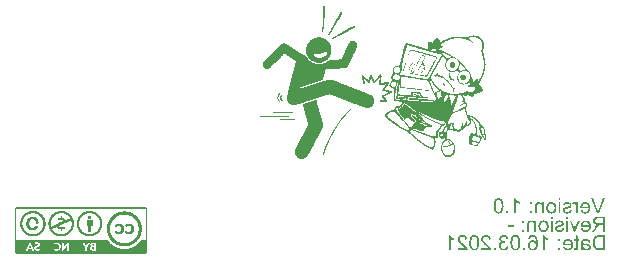
<source format=gbo>
G04*
G04 #@! TF.GenerationSoftware,Altium Limited,Altium Designer,21.1.1 (26)*
G04*
G04 Layer_Color=32896*
%FSLAX25Y25*%
%MOIN*%
G70*
G04*
G04 #@! TF.SameCoordinates,50531035-4224-446A-8070-EFC382401BCB*
G04*
G04*
G04 #@! TF.FilePolarity,Positive*
G04*
G01*
G75*
G36*
X126349Y121500D02*
X126295D01*
Y121555D01*
X126349D01*
Y121500D01*
D02*
G37*
G36*
X131526Y120029D02*
X131580D01*
Y119975D01*
X131635D01*
Y119920D01*
X131689D01*
Y119866D01*
X131744D01*
Y119811D01*
X131798D01*
Y119866D01*
X131853D01*
Y119811D01*
Y119757D01*
Y119702D01*
X131907D01*
Y119648D01*
X131962D01*
Y119593D01*
X132016D01*
Y119539D01*
X131962D01*
Y119484D01*
X132016D01*
Y119430D01*
X131962D01*
Y119375D01*
X132016D01*
Y119321D01*
X131962D01*
Y119266D01*
X131907D01*
Y119212D01*
X131853D01*
Y119157D01*
X131907D01*
Y119103D01*
X131853D01*
Y119049D01*
X131798D01*
Y118994D01*
X131744D01*
Y118939D01*
X131798D01*
Y118885D01*
X131689D01*
Y118831D01*
Y118776D01*
X131635D01*
Y118721D01*
X131580D01*
Y118667D01*
X131526D01*
Y118613D01*
X131580D01*
Y118558D01*
X131526D01*
Y118504D01*
X131471D01*
Y118449D01*
X131417D01*
Y118395D01*
X131471D01*
Y118340D01*
X131308D01*
Y118286D01*
X131362D01*
Y118231D01*
X131308D01*
Y118177D01*
X131253D01*
Y118122D01*
X131199D01*
Y118068D01*
Y118013D01*
Y117959D01*
X131144D01*
Y117904D01*
X131090D01*
Y117850D01*
X131144D01*
Y117795D01*
X131090D01*
Y117850D01*
X131035D01*
Y117795D01*
X131090D01*
Y117741D01*
X131035D01*
Y117686D01*
X130981D01*
Y117632D01*
X130926D01*
Y117577D01*
Y117523D01*
Y117468D01*
X130872D01*
Y117414D01*
X130817D01*
Y117359D01*
X130763D01*
Y117305D01*
X130817D01*
Y117250D01*
X130763D01*
Y117196D01*
X130709D01*
Y117141D01*
X130654D01*
Y117087D01*
X130599D01*
Y117032D01*
X130545D01*
Y116978D01*
X130599D01*
Y116923D01*
X130545D01*
Y116869D01*
X130491D01*
Y116814D01*
X130436D01*
Y116760D01*
X130491D01*
Y116706D01*
X130327D01*
Y116651D01*
X130382D01*
Y116596D01*
X130327D01*
Y116542D01*
X130273D01*
Y116488D01*
Y116433D01*
Y116378D01*
X130218D01*
Y116324D01*
X130164D01*
Y116270D01*
X130109D01*
Y116215D01*
X130055D01*
Y116161D01*
X130000D01*
Y116106D01*
X130055D01*
Y116052D01*
X130000D01*
Y115997D01*
X129946D01*
Y115943D01*
Y115888D01*
X129891D01*
Y115834D01*
Y115779D01*
X129837D01*
Y115725D01*
X129782D01*
Y115670D01*
X129837D01*
Y115616D01*
X129782D01*
Y115561D01*
X129728D01*
Y115507D01*
X129673D01*
Y115452D01*
Y115398D01*
X129619D01*
Y115343D01*
Y115289D01*
X129564D01*
Y115234D01*
X129510D01*
Y115180D01*
X129455D01*
Y115125D01*
X129510D01*
Y115071D01*
X129455D01*
Y115016D01*
X129401D01*
Y115071D01*
X129346D01*
Y115016D01*
X129401D01*
Y114962D01*
X129346D01*
Y114907D01*
X129292D01*
Y114853D01*
X129237D01*
Y114798D01*
Y114744D01*
Y114689D01*
X129183D01*
Y114635D01*
X129128D01*
Y114580D01*
X129074D01*
Y114526D01*
X129128D01*
Y114471D01*
X129074D01*
Y114417D01*
X129019D01*
Y114363D01*
Y114308D01*
X128965D01*
Y114253D01*
X128910D01*
Y114199D01*
Y114145D01*
Y114090D01*
X128801D01*
Y114036D01*
X128747D01*
Y113981D01*
X128692D01*
Y113927D01*
X128747D01*
Y113872D01*
X128692D01*
Y113818D01*
X128638D01*
Y113763D01*
Y113709D01*
Y113654D01*
X128583D01*
Y113709D01*
X128529D01*
Y113654D01*
Y113600D01*
Y113545D01*
X128474D01*
Y113491D01*
X128420D01*
Y113436D01*
X128366D01*
Y113382D01*
X128420D01*
Y113327D01*
X128366D01*
Y113273D01*
X128311D01*
Y113327D01*
X128256D01*
Y113273D01*
X128311D01*
Y113218D01*
X128256D01*
Y113164D01*
X128202D01*
Y113109D01*
Y113055D01*
Y113000D01*
X128147D01*
Y112946D01*
X128093D01*
Y112891D01*
X128039D01*
Y112837D01*
X128093D01*
Y112782D01*
X128039D01*
Y112728D01*
X127984D01*
Y112673D01*
X127930D01*
Y112619D01*
Y112564D01*
X127821D01*
Y112510D01*
X127875D01*
Y112455D01*
X127821D01*
Y112401D01*
Y112346D01*
X127712D01*
Y112292D01*
X127766D01*
Y112237D01*
X127712D01*
Y112183D01*
X127657D01*
Y112128D01*
X127603D01*
Y112074D01*
X127548D01*
Y112020D01*
X127494D01*
Y112074D01*
X127439D01*
Y112128D01*
X127276D01*
Y112183D01*
Y112237D01*
Y112292D01*
X127330D01*
Y112346D01*
Y112401D01*
Y112455D01*
X127385D01*
Y112510D01*
X127439D01*
Y112564D01*
X127385D01*
Y112619D01*
X127439D01*
Y112673D01*
X127494D01*
Y112728D01*
X127548D01*
Y112782D01*
X127494D01*
Y112837D01*
X127657D01*
Y112891D01*
X127603D01*
Y112946D01*
X127657D01*
Y113000D01*
X127603D01*
Y113055D01*
X127712D01*
Y113109D01*
Y113164D01*
X127766D01*
Y113218D01*
Y113273D01*
X127875D01*
Y113327D01*
X127821D01*
Y113382D01*
X127875D01*
Y113436D01*
X127930D01*
Y113491D01*
Y113545D01*
Y113600D01*
X127984D01*
Y113654D01*
X128039D01*
Y113709D01*
Y113763D01*
Y113818D01*
X128093D01*
Y113872D01*
X128147D01*
Y113927D01*
X128202D01*
Y113981D01*
Y114036D01*
Y114090D01*
X128256D01*
Y114145D01*
X128311D01*
Y114199D01*
Y114253D01*
X128366D01*
Y114308D01*
Y114363D01*
X128420D01*
Y114417D01*
X128474D01*
Y114471D01*
X128529D01*
Y114526D01*
X128474D01*
Y114580D01*
X128529D01*
Y114635D01*
Y114689D01*
Y114744D01*
X128583D01*
Y114798D01*
X128638D01*
Y114853D01*
X128692D01*
Y114907D01*
Y114962D01*
Y115016D01*
X128747D01*
Y115071D01*
X128801D01*
Y115125D01*
X128856D01*
Y115180D01*
Y115234D01*
Y115289D01*
X128910D01*
Y115343D01*
X128965D01*
Y115398D01*
X129019D01*
Y115452D01*
Y115507D01*
Y115561D01*
X129074D01*
Y115616D01*
X129019D01*
Y115670D01*
X129074D01*
Y115725D01*
X129128D01*
Y115779D01*
X129183D01*
Y115834D01*
X129128D01*
Y115888D01*
X129183D01*
Y115943D01*
X129237D01*
Y115997D01*
X129292D01*
Y116052D01*
Y116106D01*
X129346D01*
Y116161D01*
Y116215D01*
X129401D01*
Y116270D01*
X129455D01*
Y116324D01*
X129510D01*
Y116378D01*
X129455D01*
Y116433D01*
X129510D01*
Y116488D01*
Y116542D01*
X129619D01*
Y116596D01*
Y116651D01*
Y116706D01*
X129673D01*
Y116760D01*
X129728D01*
Y116814D01*
X129673D01*
Y116869D01*
X129728D01*
Y116923D01*
X129782D01*
Y116978D01*
X129837D01*
Y117032D01*
Y117087D01*
X129891D01*
Y117141D01*
Y117196D01*
X129946D01*
Y117250D01*
X130000D01*
Y117305D01*
Y117359D01*
Y117414D01*
X130055D01*
Y117468D01*
X130000D01*
Y117523D01*
X130164D01*
Y117577D01*
X130109D01*
Y117632D01*
X130164D01*
Y117686D01*
X130218D01*
Y117741D01*
Y117795D01*
Y117850D01*
X130273D01*
Y117904D01*
X130327D01*
Y117959D01*
X130382D01*
Y118013D01*
Y118068D01*
Y118122D01*
X130436D01*
Y118177D01*
X130491D01*
Y118231D01*
Y118286D01*
X130545D01*
Y118340D01*
Y118395D01*
X130599D01*
Y118449D01*
X130654D01*
Y118504D01*
X130709D01*
Y118558D01*
X130654D01*
Y118613D01*
X130709D01*
Y118667D01*
X130763D01*
Y118721D01*
X130709D01*
Y118776D01*
X130763D01*
Y118831D01*
X130817D01*
Y118885D01*
X130872D01*
Y118939D01*
X130926D01*
Y118994D01*
Y119049D01*
Y119103D01*
X130981D01*
Y119157D01*
X130926D01*
Y119212D01*
X130981D01*
Y119266D01*
X131035D01*
Y119321D01*
X131090D01*
Y119375D01*
X131144D01*
Y119430D01*
Y119484D01*
Y119539D01*
X131199D01*
Y119593D01*
Y119648D01*
X131308D01*
Y119702D01*
X131253D01*
Y119757D01*
X131308D01*
Y119811D01*
X131362D01*
Y119866D01*
Y119920D01*
X131471D01*
Y119975D01*
Y120029D01*
Y120084D01*
X131526D01*
Y120029D01*
D02*
G37*
G36*
X135994Y115289D02*
Y115234D01*
X136048D01*
Y115180D01*
X136103D01*
Y115125D01*
X136048D01*
Y115071D01*
X136103D01*
Y115016D01*
X136157D01*
Y114962D01*
X136103D01*
Y114907D01*
X136157D01*
Y114853D01*
X136103D01*
Y114798D01*
X136048D01*
Y114744D01*
X135994D01*
Y114689D01*
X136048D01*
Y114635D01*
X135885D01*
Y114580D01*
X135830D01*
Y114526D01*
X135776D01*
Y114471D01*
X135721D01*
Y114417D01*
X135558D01*
Y114363D01*
X135503D01*
Y114417D01*
X135449D01*
Y114363D01*
X135503D01*
Y114308D01*
X135340D01*
Y114253D01*
Y114199D01*
X135177D01*
Y114145D01*
Y114090D01*
X135122D01*
Y114145D01*
X135067D01*
Y114090D01*
X135013D01*
Y114036D01*
X134959D01*
Y113981D01*
X134904D01*
Y114036D01*
X134850D01*
Y113981D01*
X134795D01*
Y113927D01*
X134741D01*
Y113872D01*
X134577D01*
Y113818D01*
X134523D01*
Y113763D01*
X134359D01*
Y113709D01*
X134305D01*
Y113654D01*
X134196D01*
Y113600D01*
X134087D01*
Y113545D01*
X134032D01*
Y113491D01*
X133978D01*
Y113545D01*
X133923D01*
Y113491D01*
X133978D01*
Y113436D01*
X133923D01*
Y113491D01*
X133869D01*
Y113436D01*
X133814D01*
Y113382D01*
X133705D01*
Y113327D01*
X133596D01*
Y113273D01*
X133542D01*
Y113327D01*
X133487D01*
Y113273D01*
Y113218D01*
Y113164D01*
X133433D01*
Y113218D01*
X133378D01*
Y113164D01*
X133324D01*
Y113109D01*
X133269D01*
Y113164D01*
X133215D01*
Y113109D01*
X133052D01*
Y113055D01*
X133106D01*
Y113000D01*
X132942D01*
Y112946D01*
X132888D01*
Y112891D01*
X132724D01*
Y112837D01*
X132670D01*
Y112782D01*
X132616D01*
Y112728D01*
X132561D01*
Y112782D01*
X132507D01*
Y112728D01*
X132452D01*
Y112673D01*
X132398D01*
Y112619D01*
X132343D01*
Y112564D01*
X132180D01*
Y112510D01*
X132125D01*
Y112564D01*
X132071D01*
Y112510D01*
X132016D01*
Y112455D01*
X131853D01*
Y112401D01*
Y112346D01*
X131744D01*
Y112292D01*
X131689D01*
Y112237D01*
X131526D01*
Y112183D01*
X131471D01*
Y112128D01*
X131417D01*
Y112183D01*
X131362D01*
Y112128D01*
X131308D01*
Y112074D01*
X131199D01*
Y112020D01*
X131035D01*
Y111965D01*
Y111910D01*
X130981D01*
Y111965D01*
X130926D01*
Y111910D01*
X130872D01*
Y111856D01*
X130817D01*
Y111802D01*
X130763D01*
Y111856D01*
X130709D01*
Y111802D01*
X130654D01*
Y111747D01*
X130599D01*
Y111693D01*
X130436D01*
Y111638D01*
X130382D01*
Y111693D01*
X130327D01*
Y111638D01*
X130382D01*
Y111584D01*
X130218D01*
Y111529D01*
X130164D01*
Y111475D01*
X130109D01*
Y111529D01*
X130055D01*
Y111475D01*
X130000D01*
Y111420D01*
X129946D01*
Y111366D01*
X129891D01*
Y111311D01*
X129837D01*
Y111366D01*
X129782D01*
Y111311D01*
X129728D01*
Y111257D01*
X129564D01*
Y111202D01*
X129510D01*
Y111257D01*
X129455D01*
Y111202D01*
X129401D01*
Y111148D01*
X129346D01*
Y111093D01*
X129183D01*
Y111039D01*
X129128D01*
Y110984D01*
X129074D01*
Y110930D01*
X128801D01*
Y110875D01*
X128747D01*
Y110821D01*
X128583D01*
Y110766D01*
X128529D01*
Y110712D01*
X128474D01*
Y110766D01*
X128420D01*
Y110712D01*
X128366D01*
Y110766D01*
X128311D01*
Y110821D01*
X128256D01*
Y110875D01*
X128311D01*
Y110930D01*
X128366D01*
Y110984D01*
X128420D01*
Y111039D01*
X128474D01*
Y111093D01*
X128529D01*
Y111148D01*
X128692D01*
Y111202D01*
X128747D01*
Y111257D01*
X128801D01*
Y111311D01*
X128965D01*
Y111366D01*
X129019D01*
Y111420D01*
X129074D01*
Y111475D01*
X129128D01*
Y111529D01*
X129292D01*
Y111584D01*
X129346D01*
Y111638D01*
X129510D01*
Y111693D01*
X129564D01*
Y111747D01*
X129728D01*
Y111802D01*
X129782D01*
Y111856D01*
X129837D01*
Y111910D01*
X129891D01*
Y111856D01*
X129946D01*
Y111910D01*
Y111965D01*
X130055D01*
Y112020D01*
Y112074D01*
X130218D01*
Y112128D01*
X130327D01*
Y112183D01*
X130382D01*
Y112237D01*
X130436D01*
Y112183D01*
X130491D01*
Y112237D01*
X130436D01*
Y112292D01*
X130599D01*
Y112346D01*
X130654D01*
Y112401D01*
X130709D01*
Y112455D01*
X130763D01*
Y112401D01*
X130817D01*
Y112455D01*
X130872D01*
Y112510D01*
X130926D01*
Y112564D01*
X130981D01*
Y112619D01*
X131144D01*
Y112673D01*
X131199D01*
Y112728D01*
X131362D01*
Y112782D01*
X131417D01*
Y112837D01*
X131526D01*
Y112891D01*
Y112946D01*
X131580D01*
Y112891D01*
X131635D01*
Y112946D01*
X131689D01*
Y113000D01*
X131744D01*
Y113055D01*
X131907D01*
Y113109D01*
X131962D01*
Y113164D01*
X132071D01*
Y113218D01*
Y113273D01*
X132125D01*
Y113218D01*
X132180D01*
Y113273D01*
X132234D01*
Y113327D01*
X132289D01*
Y113382D01*
X132452D01*
Y113436D01*
X132507D01*
Y113491D01*
X132670D01*
Y113545D01*
X132724D01*
Y113600D01*
X132834D01*
Y113654D01*
Y113709D01*
X132997D01*
Y113763D01*
X133052D01*
Y113818D01*
X133215D01*
Y113872D01*
X133269D01*
Y113927D01*
X133324D01*
Y113981D01*
X133487D01*
Y113927D01*
X133542D01*
Y113981D01*
X133487D01*
Y114036D01*
X133542D01*
Y114090D01*
X133596D01*
Y114145D01*
X133651D01*
Y114090D01*
X133705D01*
Y114145D01*
X133760D01*
Y114199D01*
X133814D01*
Y114253D01*
X133978D01*
Y114308D01*
X134032D01*
Y114363D01*
X134196D01*
Y114417D01*
X134250D01*
Y114471D01*
X134305D01*
Y114526D01*
X134359D01*
Y114580D01*
X134414D01*
Y114526D01*
X134468D01*
Y114580D01*
X134523D01*
Y114635D01*
X134577D01*
Y114689D01*
X134741D01*
Y114744D01*
X134795D01*
Y114798D01*
X134959D01*
Y114853D01*
X135013D01*
Y114907D01*
X135177D01*
Y114962D01*
X135122D01*
Y115016D01*
X135285D01*
Y115071D01*
X135340D01*
Y115016D01*
X135394D01*
Y115071D01*
X135449D01*
Y115125D01*
X135503D01*
Y115180D01*
X135612D01*
Y115234D01*
X135830D01*
Y115289D01*
X135885D01*
Y115343D01*
X135994D01*
Y115289D01*
D02*
G37*
G36*
X125696Y121882D02*
X125859D01*
Y121827D01*
X125968D01*
Y121773D01*
X126023D01*
Y121718D01*
X126077D01*
Y121773D01*
X126131D01*
Y121718D01*
X126186D01*
Y121664D01*
X126241D01*
Y121609D01*
X126186D01*
Y121555D01*
X126241D01*
Y121500D01*
X126295D01*
Y121446D01*
X126349D01*
Y121391D01*
X126295D01*
Y121337D01*
X126349D01*
Y121282D01*
X126295D01*
Y121228D01*
Y121174D01*
X126186D01*
Y121119D01*
X126241D01*
Y121064D01*
X126186D01*
Y121010D01*
X126241D01*
Y120956D01*
X126186D01*
Y120901D01*
X126241D01*
Y120847D01*
X126186D01*
Y120792D01*
X126241D01*
Y120738D01*
X126186D01*
Y120683D01*
X126241D01*
Y120629D01*
X126186D01*
Y120574D01*
X126241D01*
Y120520D01*
X126186D01*
Y120465D01*
X126241D01*
Y120411D01*
X126186D01*
Y120356D01*
X126241D01*
Y120302D01*
X126186D01*
Y120247D01*
X126241D01*
Y120193D01*
X126186D01*
Y120138D01*
X126241D01*
Y120084D01*
X126186D01*
Y120029D01*
Y119975D01*
Y119920D01*
Y119866D01*
Y119811D01*
Y119757D01*
Y119702D01*
Y119648D01*
Y119593D01*
Y119539D01*
X126131D01*
Y119484D01*
Y119430D01*
X126077D01*
Y119375D01*
X126131D01*
Y119321D01*
Y119266D01*
Y119212D01*
X126077D01*
Y119157D01*
X126131D01*
Y119103D01*
Y119049D01*
Y118994D01*
X126077D01*
Y118939D01*
X126131D01*
Y118885D01*
Y118831D01*
Y118776D01*
X126077D01*
Y118721D01*
X126131D01*
Y118667D01*
Y118613D01*
Y118558D01*
X126077D01*
Y118504D01*
X126131D01*
Y118449D01*
X126077D01*
Y118395D01*
Y118340D01*
Y118286D01*
Y118231D01*
Y118177D01*
Y118122D01*
Y118068D01*
X126131D01*
Y118013D01*
X126023D01*
Y117959D01*
Y117904D01*
Y117850D01*
Y117795D01*
Y117741D01*
Y117686D01*
Y117632D01*
Y117577D01*
X125968D01*
Y117523D01*
X126023D01*
Y117468D01*
X125968D01*
Y117414D01*
X126023D01*
Y117359D01*
X125968D01*
Y117305D01*
X126023D01*
Y117250D01*
X125968D01*
Y117196D01*
X126023D01*
Y117141D01*
X125968D01*
Y117087D01*
X125914D01*
Y117032D01*
X125968D01*
Y116978D01*
X125914D01*
Y116923D01*
Y116869D01*
Y116814D01*
X125968D01*
Y116760D01*
X125914D01*
Y116706D01*
X125968D01*
Y116651D01*
X125914D01*
Y116596D01*
X125968D01*
Y116542D01*
X125914D01*
Y116488D01*
Y116433D01*
Y116378D01*
X125968D01*
Y116324D01*
X125914D01*
Y116270D01*
X125859D01*
Y116215D01*
X125914D01*
Y116161D01*
X125859D01*
Y116106D01*
X125914D01*
Y116052D01*
X125859D01*
Y115997D01*
X125914D01*
Y115943D01*
X125859D01*
Y115888D01*
X125914D01*
Y115834D01*
X125859D01*
Y115779D01*
Y115725D01*
Y115670D01*
Y115616D01*
Y115561D01*
Y115507D01*
Y115452D01*
Y115398D01*
Y115343D01*
X125804D01*
Y115289D01*
Y115234D01*
Y115180D01*
X125750D01*
Y115125D01*
X125804D01*
Y115071D01*
Y115016D01*
Y114962D01*
X125750D01*
Y114907D01*
X125804D01*
Y114853D01*
Y114798D01*
Y114744D01*
X125750D01*
Y114689D01*
X125804D01*
Y114635D01*
Y114580D01*
Y114526D01*
X125750D01*
Y114471D01*
Y114417D01*
Y114363D01*
Y114308D01*
Y114253D01*
Y114199D01*
Y114145D01*
X125696D01*
Y114090D01*
Y114036D01*
Y113981D01*
Y113927D01*
Y113872D01*
Y113818D01*
Y113763D01*
Y113709D01*
Y113654D01*
X125641D01*
Y113600D01*
X125696D01*
Y113545D01*
X125641D01*
Y113491D01*
X125696D01*
Y113436D01*
X125641D01*
Y113382D01*
X125696D01*
Y113327D01*
X125587D01*
Y113273D01*
Y113218D01*
X125641D01*
Y113164D01*
X125587D01*
Y113109D01*
Y113055D01*
Y113000D01*
X125532D01*
Y112946D01*
X125423D01*
Y113000D01*
X125369D01*
Y113055D01*
Y113109D01*
X125314D01*
Y113164D01*
X125369D01*
Y113218D01*
X125314D01*
Y113273D01*
X125369D01*
Y113327D01*
X125314D01*
Y113382D01*
X125369D01*
Y113436D01*
X125314D01*
Y113491D01*
X125369D01*
Y113545D01*
X125314D01*
Y113600D01*
X125369D01*
Y113654D01*
X125314D01*
Y113709D01*
X125369D01*
Y113763D01*
X125314D01*
Y113818D01*
X125369D01*
Y113872D01*
X125314D01*
Y113927D01*
X125369D01*
Y113981D01*
X125314D01*
Y114036D01*
X125369D01*
Y114090D01*
X125314D01*
Y114145D01*
X125369D01*
Y114199D01*
X125314D01*
Y114253D01*
X125369D01*
Y114308D01*
X125314D01*
Y114363D01*
X125369D01*
Y114417D01*
X125314D01*
Y114471D01*
X125369D01*
Y114526D01*
X125314D01*
Y114580D01*
X125369D01*
Y114635D01*
X125314D01*
Y114689D01*
X125369D01*
Y114744D01*
X125314D01*
Y114798D01*
X125369D01*
Y114853D01*
X125314D01*
Y114907D01*
X125369D01*
Y114962D01*
X125314D01*
Y115016D01*
X125369D01*
Y115071D01*
X125314D01*
Y115125D01*
X125369D01*
Y115180D01*
X125314D01*
Y115234D01*
X125369D01*
Y115289D01*
X125314D01*
Y115343D01*
X125369D01*
Y115398D01*
X125314D01*
Y115452D01*
X125369D01*
Y115507D01*
X125314D01*
Y115561D01*
X125369D01*
Y115616D01*
X125314D01*
Y115670D01*
X125369D01*
Y115725D01*
X125314D01*
Y115779D01*
X125369D01*
Y115834D01*
X125314D01*
Y115888D01*
X125369D01*
Y115943D01*
X125314D01*
Y115997D01*
X125369D01*
Y116052D01*
X125314D01*
Y116106D01*
X125369D01*
Y116161D01*
X125314D01*
Y116215D01*
X125369D01*
Y116270D01*
X125314D01*
Y116324D01*
X125369D01*
Y116378D01*
X125314D01*
Y116433D01*
X125369D01*
Y116488D01*
X125314D01*
Y116542D01*
X125369D01*
Y116596D01*
X125314D01*
Y116651D01*
X125369D01*
Y116706D01*
X125314D01*
Y116760D01*
X125369D01*
Y116814D01*
Y116869D01*
Y116923D01*
Y116978D01*
Y117032D01*
Y117087D01*
Y117141D01*
Y117196D01*
Y117250D01*
Y117305D01*
Y117359D01*
Y117414D01*
Y117468D01*
Y117523D01*
Y117577D01*
Y117632D01*
Y117686D01*
Y117741D01*
Y117795D01*
Y117850D01*
Y117904D01*
Y117959D01*
Y118013D01*
X125423D01*
Y118068D01*
X125478D01*
Y118122D01*
X125423D01*
Y118177D01*
Y118231D01*
Y118286D01*
X125478D01*
Y118340D01*
X125423D01*
Y118395D01*
Y118449D01*
Y118504D01*
X125478D01*
Y118558D01*
X125423D01*
Y118613D01*
Y118667D01*
Y118721D01*
X125478D01*
Y118776D01*
X125423D01*
Y118831D01*
Y118885D01*
Y118939D01*
X125478D01*
Y118994D01*
X125423D01*
Y119049D01*
Y119103D01*
Y119157D01*
X125478D01*
Y119212D01*
X125423D01*
Y119266D01*
Y119321D01*
Y119375D01*
X125478D01*
Y119430D01*
X125423D01*
Y119484D01*
Y119539D01*
Y119593D01*
X125478D01*
Y119648D01*
X125423D01*
Y119702D01*
Y119757D01*
Y119811D01*
X125478D01*
Y119866D01*
X125423D01*
Y119920D01*
Y119975D01*
Y120029D01*
X125478D01*
Y120084D01*
X125423D01*
Y120138D01*
Y120193D01*
Y120247D01*
X125478D01*
Y120302D01*
X125423D01*
Y120356D01*
Y120411D01*
Y120465D01*
X125478D01*
Y120520D01*
Y120574D01*
Y120629D01*
X125423D01*
Y120683D01*
X125478D01*
Y120738D01*
Y120792D01*
Y120847D01*
X125423D01*
Y120901D01*
X125478D01*
Y120956D01*
Y121010D01*
Y121064D01*
X125423D01*
Y121119D01*
X125478D01*
Y121174D01*
Y121228D01*
Y121282D01*
X125423D01*
Y121337D01*
X125478D01*
Y121391D01*
Y121446D01*
Y121500D01*
X125532D01*
Y121555D01*
Y121609D01*
Y121664D01*
Y121718D01*
Y121773D01*
Y121827D01*
Y121882D01*
Y121936D01*
X125696D01*
Y121882D01*
D02*
G37*
G36*
X175934Y112020D02*
X175988D01*
Y111965D01*
X176043D01*
Y112020D01*
X176097D01*
Y111965D01*
X176152D01*
Y112020D01*
X176206D01*
Y111965D01*
X176260D01*
Y112020D01*
X176315D01*
Y111965D01*
X176696D01*
Y111910D01*
X176751D01*
Y111856D01*
X176805D01*
Y111910D01*
X176751D01*
Y111965D01*
X176805D01*
Y111910D01*
X176860D01*
Y111856D01*
X176914D01*
Y111910D01*
X176860D01*
Y111965D01*
X176914D01*
Y111910D01*
X176969D01*
Y111856D01*
X177023D01*
Y111802D01*
X177078D01*
Y111747D01*
X177132D01*
Y111802D01*
X177078D01*
Y111856D01*
X177132D01*
Y111802D01*
X177187D01*
Y111747D01*
X177350D01*
Y111693D01*
X177405D01*
Y111638D01*
X177459D01*
Y111584D01*
X177514D01*
Y111529D01*
X177568D01*
Y111584D01*
X177514D01*
Y111638D01*
X177568D01*
Y111584D01*
X177623D01*
Y111529D01*
X177677D01*
Y111475D01*
X177732D01*
Y111420D01*
X177895D01*
Y111366D01*
X177841D01*
Y111311D01*
X178004D01*
Y111257D01*
X178059D01*
Y111202D01*
X178113D01*
Y111148D01*
X178168D01*
Y111093D01*
X178222D01*
Y111039D01*
X178277D01*
Y110984D01*
X178331D01*
Y110930D01*
Y110875D01*
X178440D01*
Y110821D01*
X178386D01*
Y110766D01*
X178549D01*
Y110712D01*
X178495D01*
Y110657D01*
X178549D01*
Y110603D01*
X178603D01*
Y110548D01*
X178658D01*
Y110494D01*
X178712D01*
Y110439D01*
X178658D01*
Y110494D01*
X178603D01*
Y110439D01*
X178658D01*
Y110385D01*
X178712D01*
Y110330D01*
X178767D01*
Y110276D01*
X178822D01*
Y110221D01*
X178876D01*
Y110167D01*
X178822D01*
Y110112D01*
X178876D01*
Y110058D01*
X178930D01*
Y110003D01*
Y109949D01*
Y109895D01*
X178985D01*
Y109840D01*
X178930D01*
Y109785D01*
X178985D01*
Y109731D01*
X179039D01*
Y109677D01*
Y109622D01*
Y109567D01*
X179094D01*
Y109513D01*
X179039D01*
Y109459D01*
X179094D01*
Y109404D01*
X179148D01*
Y109350D01*
X179094D01*
Y109404D01*
X179039D01*
Y109350D01*
X179094D01*
Y109295D01*
X179148D01*
Y109241D01*
X179203D01*
Y109186D01*
X179148D01*
Y109132D01*
X179203D01*
Y109077D01*
X179148D01*
Y109023D01*
X179203D01*
Y108968D01*
X179148D01*
Y108914D01*
X179203D01*
Y108859D01*
X179148D01*
Y108805D01*
X179203D01*
Y108750D01*
X179148D01*
Y108696D01*
X179203D01*
Y108641D01*
X179148D01*
Y108587D01*
X179203D01*
Y108532D01*
X179148D01*
Y108478D01*
X179203D01*
Y108423D01*
X179148D01*
Y108369D01*
X179203D01*
Y108314D01*
X179148D01*
Y108260D01*
X179203D01*
Y108205D01*
X179148D01*
Y108151D01*
X179203D01*
Y108096D01*
X179148D01*
Y108042D01*
X179094D01*
Y107987D01*
X179148D01*
Y107933D01*
X179094D01*
Y107878D01*
X179039D01*
Y107824D01*
X179094D01*
Y107769D01*
X179039D01*
Y107715D01*
X179094D01*
Y107660D01*
X179039D01*
Y107606D01*
X179094D01*
Y107552D01*
X179039D01*
Y107606D01*
X178985D01*
Y107552D01*
X179039D01*
Y107497D01*
X178985D01*
Y107552D01*
X178930D01*
Y107497D01*
X178985D01*
Y107442D01*
X178930D01*
Y107388D01*
X178985D01*
Y107334D01*
X178930D01*
Y107279D01*
X178876D01*
Y107225D01*
X178822D01*
Y107170D01*
X178876D01*
Y107116D01*
X178822D01*
Y107061D01*
X178876D01*
Y107007D01*
X178822D01*
Y106952D01*
X178876D01*
Y106898D01*
X178822D01*
Y106843D01*
X178767D01*
Y106789D01*
X178822D01*
Y106734D01*
X178876D01*
Y106680D01*
X178822D01*
Y106625D01*
Y106571D01*
Y106516D01*
X178876D01*
Y106462D01*
X178822D01*
Y106407D01*
X178876D01*
Y106353D01*
X178930D01*
Y106298D01*
X178985D01*
Y106244D01*
X178930D01*
Y106189D01*
X178985D01*
Y106135D01*
X179039D01*
Y106080D01*
X179094D01*
Y106026D01*
X179039D01*
Y105971D01*
X179094D01*
Y105917D01*
X179039D01*
Y105862D01*
X179094D01*
Y105808D01*
X179148D01*
Y105753D01*
X179203D01*
Y105699D01*
X179148D01*
Y105644D01*
X179203D01*
Y105590D01*
X179148D01*
Y105535D01*
X179203D01*
Y105481D01*
X179257D01*
Y105426D01*
X179312D01*
Y105372D01*
X179257D01*
Y105317D01*
X179312D01*
Y105263D01*
X179257D01*
Y105209D01*
X179312D01*
Y105154D01*
Y105099D01*
Y105045D01*
X179366D01*
Y104990D01*
X179421D01*
Y104936D01*
X179366D01*
Y104882D01*
X179421D01*
Y104827D01*
X179366D01*
Y104773D01*
X179421D01*
Y104718D01*
X179366D01*
Y104664D01*
X179421D01*
Y104609D01*
X179475D01*
Y104555D01*
X179530D01*
Y104500D01*
X179475D01*
Y104446D01*
X179530D01*
Y104391D01*
X179475D01*
Y104337D01*
X179530D01*
Y104282D01*
X179475D01*
Y104228D01*
X179530D01*
Y104173D01*
X179475D01*
Y104119D01*
X179530D01*
Y104064D01*
X179584D01*
Y104010D01*
X179530D01*
Y103955D01*
X179584D01*
Y103901D01*
Y103846D01*
Y103792D01*
X179639D01*
Y103737D01*
X179584D01*
Y103683D01*
X179639D01*
Y103628D01*
X179584D01*
Y103574D01*
X179639D01*
Y103519D01*
X179584D01*
Y103465D01*
X179639D01*
Y103410D01*
X179584D01*
Y103356D01*
X179639D01*
Y103301D01*
X179584D01*
Y103247D01*
X179639D01*
Y103192D01*
X179693D01*
Y103138D01*
X179639D01*
Y103083D01*
X179693D01*
Y103029D01*
X179639D01*
Y102974D01*
X179693D01*
Y102920D01*
X179639D01*
Y102866D01*
X179693D01*
Y102811D01*
X179748D01*
Y102757D01*
X179693D01*
Y102702D01*
Y102647D01*
Y102593D01*
X179748D01*
Y102539D01*
X179693D01*
Y102484D01*
Y102430D01*
Y102375D01*
X179748D01*
Y102321D01*
X179693D01*
Y102266D01*
Y102212D01*
Y102157D01*
Y102103D01*
Y102048D01*
X179639D01*
Y101994D01*
X179693D01*
Y101939D01*
X179639D01*
Y101885D01*
X179693D01*
Y101830D01*
X179639D01*
Y101776D01*
Y101721D01*
Y101667D01*
X179584D01*
Y101612D01*
X179639D01*
Y101558D01*
X179584D01*
Y101503D01*
X179639D01*
Y101449D01*
X179584D01*
Y101394D01*
X179639D01*
Y101340D01*
X179584D01*
Y101285D01*
X179639D01*
Y101231D01*
X179584D01*
Y101176D01*
X179639D01*
Y101122D01*
X179584D01*
Y101067D01*
Y101013D01*
Y100958D01*
X179530D01*
Y100904D01*
X179475D01*
Y100849D01*
X179530D01*
Y100795D01*
Y100741D01*
Y100686D01*
X179475D01*
Y100631D01*
X179530D01*
Y100577D01*
X179475D01*
Y100522D01*
Y100468D01*
Y100414D01*
Y100359D01*
Y100305D01*
X179421D01*
Y100250D01*
X179366D01*
Y100196D01*
X179421D01*
Y100141D01*
X179366D01*
Y100087D01*
X179421D01*
Y100032D01*
X179366D01*
Y99978D01*
X179312D01*
Y99923D01*
Y99869D01*
Y99814D01*
X179257D01*
Y99760D01*
X179312D01*
Y99705D01*
X179257D01*
Y99651D01*
X179203D01*
Y99596D01*
Y99542D01*
Y99487D01*
X179148D01*
Y99433D01*
X179203D01*
Y99378D01*
X179148D01*
Y99324D01*
X179094D01*
Y99269D01*
Y99215D01*
Y99160D01*
X179039D01*
Y99106D01*
X179094D01*
Y99051D01*
X179039D01*
Y98997D01*
X178985D01*
Y98942D01*
X178930D01*
Y98888D01*
X178985D01*
Y98833D01*
X178930D01*
Y98779D01*
X178985D01*
Y98724D01*
X178930D01*
Y98670D01*
X178876D01*
Y98724D01*
X178822D01*
Y98670D01*
X178876D01*
Y98615D01*
X178822D01*
Y98561D01*
X178876D01*
Y98506D01*
X178822D01*
Y98452D01*
X178876D01*
Y98397D01*
X178822D01*
Y98343D01*
X178767D01*
Y98289D01*
X178712D01*
Y98234D01*
X178767D01*
Y98180D01*
X178712D01*
Y98125D01*
X178658D01*
Y98071D01*
X178603D01*
Y98016D01*
X178658D01*
Y97962D01*
X178603D01*
Y97907D01*
X178549D01*
Y97853D01*
X178495D01*
Y97798D01*
X178549D01*
Y97744D01*
X178495D01*
Y97689D01*
Y97635D01*
X178386D01*
Y97580D01*
X178440D01*
Y97526D01*
X178386D01*
Y97471D01*
X178331D01*
Y97417D01*
X178277D01*
Y97362D01*
X178331D01*
Y97308D01*
X178277D01*
Y97253D01*
X178222D01*
Y97199D01*
X178168D01*
Y97144D01*
X178222D01*
Y97090D01*
X178168D01*
Y97035D01*
X178113D01*
Y96981D01*
X178059D01*
Y96926D01*
X178113D01*
Y96872D01*
X178059D01*
Y96817D01*
X178004D01*
Y96763D01*
X177950D01*
Y96708D01*
X178004D01*
Y96654D01*
X177950D01*
Y96599D01*
X177895D01*
Y96654D01*
X177841D01*
Y96599D01*
X177895D01*
Y96545D01*
X177841D01*
Y96490D01*
Y96436D01*
X177786D01*
Y96381D01*
Y96327D01*
X177732D01*
Y96272D01*
X177786D01*
Y96218D01*
X177732D01*
Y96272D01*
X177677D01*
Y96218D01*
X177732D01*
Y96163D01*
X177677D01*
Y96218D01*
X177623D01*
Y96163D01*
X177677D01*
Y96109D01*
X177623D01*
Y96055D01*
X177568D01*
Y96000D01*
Y95946D01*
Y95891D01*
X177514D01*
Y95837D01*
X177568D01*
Y95782D01*
X177623D01*
Y95727D01*
X177677D01*
Y95673D01*
Y95619D01*
X177786D01*
Y95564D01*
X177732D01*
Y95510D01*
X177786D01*
Y95455D01*
X177841D01*
Y95401D01*
X177895D01*
Y95346D01*
X177950D01*
Y95292D01*
X178004D01*
Y95237D01*
X177950D01*
Y95183D01*
X178004D01*
Y95128D01*
X178059D01*
Y95074D01*
X178113D01*
Y95019D01*
X178168D01*
Y94965D01*
X178222D01*
Y94910D01*
Y94856D01*
X178331D01*
Y94801D01*
X178277D01*
Y94747D01*
X178331D01*
Y94692D01*
X178386D01*
Y94638D01*
X178440D01*
Y94583D01*
X178386D01*
Y94529D01*
X178440D01*
Y94474D01*
X178495D01*
Y94420D01*
X178549D01*
Y94365D01*
Y94311D01*
X178658D01*
Y94256D01*
X178603D01*
Y94202D01*
X178658D01*
Y94147D01*
X178712D01*
Y94093D01*
X178767D01*
Y94038D01*
X178712D01*
Y93984D01*
X178767D01*
Y93929D01*
X178712D01*
Y93875D01*
X178767D01*
Y93821D01*
X178822D01*
Y93766D01*
X178767D01*
Y93712D01*
X178712D01*
Y93657D01*
X178767D01*
Y93603D01*
X178712D01*
Y93548D01*
X178658D01*
Y93494D01*
X178603D01*
Y93439D01*
X178549D01*
Y93385D01*
X178386D01*
Y93330D01*
X178331D01*
Y93276D01*
X178277D01*
Y93221D01*
X178222D01*
Y93276D01*
X178168D01*
Y93221D01*
X178222D01*
Y93167D01*
X178059D01*
Y93112D01*
X178004D01*
Y93058D01*
X177950D01*
Y93112D01*
X177895D01*
Y93058D01*
X177841D01*
Y93003D01*
X177786D01*
Y93058D01*
X177732D01*
Y93003D01*
X177786D01*
Y92949D01*
X177732D01*
Y93003D01*
X177677D01*
Y92949D01*
X177514D01*
Y92894D01*
X177459D01*
Y92840D01*
X177405D01*
Y92894D01*
X177350D01*
Y92840D01*
X177187D01*
Y92785D01*
X177132D01*
Y92840D01*
X177078D01*
Y92785D01*
X177132D01*
Y92731D01*
X177078D01*
Y92785D01*
X177023D01*
Y92731D01*
X176751D01*
Y92676D01*
X176696D01*
Y92731D01*
X176642D01*
Y92676D01*
X176587D01*
Y92731D01*
X176533D01*
Y92676D01*
X176587D01*
Y92622D01*
X176533D01*
Y92676D01*
X176370D01*
Y92622D01*
X176315D01*
Y92676D01*
X176260D01*
Y92622D01*
X176097D01*
Y92567D01*
X176043D01*
Y92622D01*
X175988D01*
Y92567D01*
X176043D01*
Y92513D01*
X175988D01*
Y92458D01*
X175934D01*
Y92513D01*
X175879D01*
Y92458D01*
X175934D01*
Y92404D01*
X175879D01*
Y92349D01*
X175825D01*
Y92404D01*
X175770D01*
Y92349D01*
X175825D01*
Y92295D01*
X175770D01*
Y92240D01*
X175825D01*
Y92186D01*
X175770D01*
Y92131D01*
X175716D01*
Y92077D01*
X175661D01*
Y92022D01*
X175716D01*
Y91968D01*
X175661D01*
Y91913D01*
X175607D01*
Y91859D01*
X175661D01*
Y91804D01*
X175607D01*
Y91750D01*
X175552D01*
Y91695D01*
X175607D01*
Y91641D01*
X175443D01*
Y91587D01*
X175498D01*
Y91532D01*
X175443D01*
Y91478D01*
X175389D01*
Y91532D01*
X175334D01*
Y91478D01*
X175389D01*
Y91423D01*
X175334D01*
Y91478D01*
X175280D01*
Y91532D01*
X175225D01*
Y91478D01*
X175171D01*
Y91532D01*
X175116D01*
Y91587D01*
X175062D01*
Y91641D01*
X175007D01*
Y91587D01*
X175062D01*
Y91532D01*
X175007D01*
Y91587D01*
X174953D01*
Y91641D01*
X174789D01*
Y91695D01*
X174735D01*
Y91750D01*
X174680D01*
Y91804D01*
X174626D01*
Y91859D01*
X174462D01*
Y91913D01*
X174408D01*
Y91968D01*
X174353D01*
Y92022D01*
X174299D01*
Y92077D01*
X174135D01*
Y92131D01*
X174081D01*
Y92186D01*
X174027D01*
Y92240D01*
X173972D01*
Y92295D01*
X173917D01*
Y92240D01*
X173972D01*
Y92186D01*
X173917D01*
Y92240D01*
X173863D01*
Y92295D01*
X173809D01*
Y92240D01*
X173754D01*
Y92295D01*
X173700D01*
Y92240D01*
X173754D01*
Y92186D01*
X173700D01*
Y92240D01*
X173645D01*
Y92186D01*
X173591D01*
Y92131D01*
X173645D01*
Y92077D01*
X173482D01*
Y92022D01*
X173536D01*
Y91968D01*
X173373D01*
Y91913D01*
X173427D01*
Y91859D01*
X173264D01*
Y91804D01*
X173318D01*
Y91750D01*
X173264D01*
Y91695D01*
X173209D01*
Y91750D01*
X173155D01*
Y91695D01*
X173209D01*
Y91641D01*
X173155D01*
Y91695D01*
X173100D01*
Y91641D01*
X173046D01*
Y91695D01*
X172991D01*
Y91750D01*
X172828D01*
Y91804D01*
X172773D01*
Y91859D01*
X172719D01*
Y91913D01*
X172664D01*
Y91968D01*
X172610D01*
Y92022D01*
X172555D01*
Y92077D01*
X172501D01*
Y92131D01*
X172446D01*
Y92186D01*
X172392D01*
Y92240D01*
X172337D01*
Y92295D01*
X172283D01*
Y92349D01*
X172228D01*
Y92404D01*
X172174D01*
Y92458D01*
X172119D01*
Y92513D01*
X172065D01*
Y92458D01*
X172119D01*
Y92404D01*
X172065D01*
Y92349D01*
X172119D01*
Y92295D01*
X172065D01*
Y92240D01*
X172119D01*
Y92186D01*
X172065D01*
Y92131D01*
X172119D01*
Y92077D01*
Y92022D01*
Y91968D01*
X172174D01*
Y91913D01*
X172228D01*
Y91859D01*
X172174D01*
Y91804D01*
X172228D01*
Y91750D01*
Y91695D01*
X172337D01*
Y91641D01*
X172283D01*
Y91587D01*
X172337D01*
Y91532D01*
X172283D01*
Y91478D01*
X172337D01*
Y91423D01*
X172392D01*
Y91369D01*
X172446D01*
Y91314D01*
Y91259D01*
X172555D01*
Y91205D01*
Y91150D01*
X172664D01*
Y91096D01*
X172610D01*
Y91042D01*
X172773D01*
Y90987D01*
X172719D01*
Y90933D01*
X172773D01*
Y90878D01*
X172828D01*
Y90824D01*
X172882D01*
Y90769D01*
X172937D01*
Y90715D01*
X172882D01*
Y90660D01*
X172937D01*
Y90606D01*
X172991D01*
Y90551D01*
X172937D01*
Y90497D01*
X172882D01*
Y90442D01*
X172937D01*
Y90388D01*
X172991D01*
Y90333D01*
X172937D01*
Y90388D01*
X172882D01*
Y90333D01*
X172937D01*
Y90279D01*
X172882D01*
Y90224D01*
Y90170D01*
Y90115D01*
Y90061D01*
Y90006D01*
Y89952D01*
X172991D01*
Y89897D01*
X172937D01*
Y89843D01*
X172991D01*
Y89788D01*
X173046D01*
Y89734D01*
X173100D01*
Y89679D01*
X173155D01*
Y89625D01*
X173209D01*
Y89570D01*
X173264D01*
Y89516D01*
X173427D01*
Y89461D01*
X173373D01*
Y89407D01*
X173536D01*
Y89352D01*
X173482D01*
Y89298D01*
X173645D01*
Y89244D01*
Y89189D01*
X173700D01*
Y89135D01*
Y89080D01*
X173754D01*
Y89025D01*
X173700D01*
Y88971D01*
X173754D01*
Y88916D01*
X173700D01*
Y88862D01*
X173754D01*
Y88808D01*
X173700D01*
Y88753D01*
X173645D01*
Y88699D01*
X173591D01*
Y88644D01*
X173645D01*
Y88590D01*
X173591D01*
Y88535D01*
X173536D01*
Y88481D01*
X173482D01*
Y88426D01*
X173427D01*
Y88372D01*
X173373D01*
Y88317D01*
Y88263D01*
X173318D01*
Y88208D01*
Y88154D01*
X173264D01*
Y88099D01*
X173318D01*
Y88045D01*
X173264D01*
Y87990D01*
X173209D01*
Y88045D01*
X173155D01*
Y87990D01*
X173209D01*
Y87936D01*
Y87881D01*
Y87827D01*
X173155D01*
Y87772D01*
X173209D01*
Y87718D01*
Y87663D01*
Y87609D01*
X173264D01*
Y87554D01*
X173209D01*
Y87609D01*
X173155D01*
Y87554D01*
X173209D01*
Y87500D01*
X173264D01*
Y87445D01*
Y87391D01*
Y87336D01*
X173318D01*
Y87282D01*
X173264D01*
Y87227D01*
X173318D01*
Y87173D01*
X173264D01*
Y87118D01*
X173318D01*
Y87064D01*
X173264D01*
Y87010D01*
X173318D01*
Y86955D01*
Y86901D01*
Y86846D01*
X173373D01*
Y86791D01*
X173318D01*
Y86737D01*
X173373D01*
Y86682D01*
X173427D01*
Y86628D01*
X173373D01*
Y86574D01*
X173427D01*
Y86519D01*
X173373D01*
Y86465D01*
X173427D01*
Y86410D01*
Y86356D01*
Y86301D01*
X173482D01*
Y86247D01*
Y86192D01*
Y86138D01*
X173536D01*
Y86083D01*
X173482D01*
Y86029D01*
X173536D01*
Y85974D01*
X173482D01*
Y85920D01*
X173536D01*
Y85865D01*
X173591D01*
Y85811D01*
X173645D01*
Y85756D01*
X173591D01*
Y85702D01*
X173645D01*
Y85647D01*
X173591D01*
Y85593D01*
X173645D01*
Y85538D01*
X173700D01*
Y85484D01*
X173754D01*
Y85538D01*
X173700D01*
Y85593D01*
X173754D01*
Y85538D01*
X173809D01*
Y85484D01*
X173972D01*
Y85429D01*
X174027D01*
Y85375D01*
X174081D01*
Y85429D01*
X174027D01*
Y85484D01*
X174081D01*
Y85429D01*
X174135D01*
Y85375D01*
X174190D01*
Y85429D01*
X174135D01*
Y85484D01*
X174190D01*
Y85429D01*
X174244D01*
Y85375D01*
X174517D01*
Y85320D01*
X174571D01*
Y85266D01*
X174626D01*
Y85320D01*
X174571D01*
Y85375D01*
X174626D01*
Y85320D01*
X174680D01*
Y85266D01*
X174844D01*
Y85211D01*
X174898D01*
Y85157D01*
X174953D01*
Y85211D01*
X174898D01*
Y85266D01*
X174953D01*
Y85211D01*
X175007D01*
Y85157D01*
X175171D01*
Y85102D01*
X175225D01*
Y85048D01*
X175280D01*
Y85102D01*
X175225D01*
Y85157D01*
X175280D01*
Y85102D01*
X175334D01*
Y85048D01*
X175498D01*
Y84993D01*
X175552D01*
Y84939D01*
X175607D01*
Y84884D01*
X175661D01*
Y84830D01*
X175716D01*
Y84884D01*
X175661D01*
Y84939D01*
X175716D01*
Y84884D01*
X175770D01*
Y84830D01*
X175825D01*
Y84776D01*
X175879D01*
Y84721D01*
X176043D01*
Y84667D01*
X176097D01*
Y84612D01*
X176152D01*
Y84557D01*
X176206D01*
Y84503D01*
X176260D01*
Y84448D01*
X176315D01*
Y84394D01*
X176370D01*
Y84448D01*
X176315D01*
Y84503D01*
X176370D01*
Y84448D01*
X176424D01*
Y84394D01*
X176479D01*
Y84339D01*
X176533D01*
Y84285D01*
X176587D01*
Y84231D01*
X176642D01*
Y84176D01*
X176696D01*
Y84122D01*
X176751D01*
Y84067D01*
X176914D01*
Y84013D01*
X176860D01*
Y83958D01*
X177023D01*
Y83904D01*
X176969D01*
Y83849D01*
X177132D01*
Y83795D01*
X177078D01*
Y83740D01*
X177241D01*
Y83686D01*
X177187D01*
Y83631D01*
X177350D01*
Y83577D01*
X177296D01*
Y83522D01*
X177350D01*
Y83468D01*
X177405D01*
Y83413D01*
X177459D01*
Y83359D01*
X177514D01*
Y83304D01*
X177568D01*
Y83250D01*
X177623D01*
Y83195D01*
X177677D01*
Y83141D01*
X177623D01*
Y83086D01*
X177677D01*
Y83032D01*
X177732D01*
Y82977D01*
X177786D01*
Y82923D01*
X177841D01*
Y82868D01*
X177895D01*
Y82814D01*
Y82759D01*
X178004D01*
Y82705D01*
X177950D01*
Y82650D01*
X178004D01*
Y82596D01*
X178059D01*
Y82541D01*
X178113D01*
Y82487D01*
X178168D01*
Y82433D01*
X178222D01*
Y82378D01*
X178277D01*
Y82323D01*
X178331D01*
Y82269D01*
X178386D01*
Y82214D01*
X178440D01*
Y82160D01*
X178495D01*
Y82105D01*
X178549D01*
Y82051D01*
X178603D01*
Y81997D01*
X178658D01*
Y81942D01*
X178712D01*
Y81888D01*
X178876D01*
Y81833D01*
X178822D01*
Y81779D01*
X178985D01*
Y81724D01*
X178930D01*
Y81670D01*
X179094D01*
Y81615D01*
X179039D01*
Y81561D01*
X179094D01*
Y81506D01*
X179148D01*
Y81452D01*
X179203D01*
Y81397D01*
X179148D01*
Y81343D01*
X179203D01*
Y81288D01*
Y81234D01*
Y81179D01*
X179257D01*
Y81125D01*
Y81070D01*
Y81016D01*
X179312D01*
Y80961D01*
X179257D01*
Y80907D01*
X179312D01*
Y80852D01*
X179257D01*
Y80798D01*
X179312D01*
Y80743D01*
X179366D01*
Y80689D01*
X179421D01*
Y80634D01*
X179366D01*
Y80580D01*
X179421D01*
Y80525D01*
X179366D01*
Y80471D01*
X179421D01*
Y80416D01*
Y80362D01*
Y80307D01*
X179475D01*
Y80253D01*
Y80198D01*
Y80144D01*
X179530D01*
Y80089D01*
X179475D01*
Y80035D01*
X179530D01*
Y79980D01*
X179475D01*
Y79926D01*
X179530D01*
Y79871D01*
Y79817D01*
Y79763D01*
X179584D01*
Y79708D01*
X179639D01*
Y79654D01*
X179584D01*
Y79599D01*
X179639D01*
Y79545D01*
X179584D01*
Y79490D01*
X179639D01*
Y79436D01*
X179584D01*
Y79381D01*
X179639D01*
Y79327D01*
Y79272D01*
X179748D01*
Y79218D01*
X179693D01*
Y79163D01*
X179748D01*
Y79109D01*
X179693D01*
Y79054D01*
X179748D01*
Y79000D01*
X179693D01*
Y78945D01*
X179748D01*
Y78891D01*
X179693D01*
Y78836D01*
X179748D01*
Y78782D01*
X179802D01*
Y78727D01*
Y78673D01*
Y78618D01*
X179857D01*
Y78564D01*
X179802D01*
Y78509D01*
X179857D01*
Y78455D01*
X179802D01*
Y78400D01*
X179857D01*
Y78346D01*
X179911D01*
Y78291D01*
X179857D01*
Y78237D01*
X179911D01*
Y78182D01*
X179966D01*
Y78128D01*
X179911D01*
Y78073D01*
X179966D01*
Y78019D01*
X179911D01*
Y77964D01*
X179966D01*
Y77910D01*
Y77855D01*
Y77801D01*
X180020D01*
Y77746D01*
X179966D01*
Y77801D01*
X179911D01*
Y77746D01*
X179966D01*
Y77692D01*
X180020D01*
Y77637D01*
X179966D01*
Y77583D01*
X180020D01*
Y77529D01*
X179966D01*
Y77474D01*
Y77420D01*
Y77365D01*
X179911D01*
Y77311D01*
X179857D01*
Y77256D01*
X179802D01*
Y77202D01*
X179748D01*
Y77147D01*
X179693D01*
Y77202D01*
X179639D01*
Y77147D01*
X179584D01*
Y77093D01*
X179530D01*
Y77147D01*
X179475D01*
Y77093D01*
X179530D01*
Y77038D01*
X179475D01*
Y77093D01*
X179421D01*
Y77147D01*
X179366D01*
Y77093D01*
X179421D01*
Y77038D01*
X179366D01*
Y77093D01*
X179312D01*
Y77147D01*
Y77202D01*
Y77256D01*
X179257D01*
Y77311D01*
X179203D01*
Y77365D01*
X179148D01*
Y77420D01*
X179203D01*
Y77474D01*
X179148D01*
Y77529D01*
X179094D01*
Y77583D01*
X179039D01*
Y77637D01*
Y77692D01*
X178985D01*
Y77746D01*
Y77801D01*
X178930D01*
Y77855D01*
Y77910D01*
Y77964D01*
X178876D01*
Y78019D01*
X178822D01*
Y78073D01*
X178767D01*
Y78128D01*
Y78182D01*
Y78237D01*
X178712D01*
Y78291D01*
X178658D01*
Y78346D01*
X178603D01*
Y78400D01*
X178658D01*
Y78455D01*
X178603D01*
Y78509D01*
X178549D01*
Y78564D01*
X178495D01*
Y78618D01*
X178549D01*
Y78673D01*
X178495D01*
Y78727D01*
X178440D01*
Y78782D01*
X178386D01*
Y78836D01*
X178440D01*
Y78891D01*
X178386D01*
Y78945D01*
X178331D01*
Y79000D01*
X178277D01*
Y79054D01*
X178331D01*
Y79109D01*
X178277D01*
Y79163D01*
X178222D01*
Y79218D01*
X178168D01*
Y79272D01*
X178222D01*
Y79327D01*
X178168D01*
Y79381D01*
X178113D01*
Y79436D01*
X178059D01*
Y79490D01*
X178113D01*
Y79545D01*
X178059D01*
Y79599D01*
X178004D01*
Y79654D01*
X177950D01*
Y79708D01*
X178004D01*
Y79763D01*
X177950D01*
Y79817D01*
X177895D01*
Y79871D01*
Y79926D01*
Y79980D01*
X177841D01*
Y80035D01*
X177895D01*
Y80089D01*
X177841D01*
Y80144D01*
X177786D01*
Y80198D01*
X177732D01*
Y80253D01*
X177786D01*
Y80307D01*
X177732D01*
Y80362D01*
X177677D01*
Y80416D01*
X177623D01*
Y80471D01*
X177677D01*
Y80525D01*
X177623D01*
Y80580D01*
Y80634D01*
Y80689D01*
X177568D01*
Y80743D01*
X177514D01*
Y80798D01*
X177568D01*
Y80852D01*
X177514D01*
Y80907D01*
X177568D01*
Y80961D01*
X177514D01*
Y81016D01*
X177568D01*
Y81070D01*
X177514D01*
Y81125D01*
X177459D01*
Y81179D01*
X177514D01*
Y81234D01*
X177568D01*
Y81288D01*
X177514D01*
Y81343D01*
X177568D01*
Y81397D01*
X177514D01*
Y81452D01*
X177568D01*
Y81506D01*
X177623D01*
Y81561D01*
X177677D01*
Y81615D01*
Y81670D01*
X177786D01*
Y81724D01*
X177732D01*
Y81779D01*
Y81833D01*
Y81888D01*
X177786D01*
Y81942D01*
X177732D01*
Y81997D01*
X177677D01*
Y82051D01*
Y82105D01*
Y82160D01*
X177623D01*
Y82214D01*
X177677D01*
Y82269D01*
X177623D01*
Y82323D01*
Y82378D01*
Y82433D01*
X177568D01*
Y82487D01*
X177514D01*
Y82541D01*
X177568D01*
Y82596D01*
X177514D01*
Y82650D01*
X177459D01*
Y82705D01*
X177405D01*
Y82759D01*
X177459D01*
Y82814D01*
X177405D01*
Y82868D01*
X177350D01*
Y82923D01*
X177296D01*
Y82977D01*
X177350D01*
Y83032D01*
X177187D01*
Y83086D01*
X177241D01*
Y83141D01*
X177187D01*
Y83195D01*
X177132D01*
Y83250D01*
X177078D01*
Y83304D01*
X177023D01*
Y83359D01*
X176969D01*
Y83413D01*
Y83468D01*
X176860D01*
Y83522D01*
X176914D01*
Y83577D01*
X176805D01*
Y83631D01*
Y83686D01*
X176696D01*
Y83740D01*
Y83795D01*
X176587D01*
Y83849D01*
Y83904D01*
X176424D01*
Y83958D01*
X176370D01*
Y84013D01*
X176315D01*
Y84067D01*
X176260D01*
Y84122D01*
X176206D01*
Y84176D01*
X176152D01*
Y84231D01*
X176097D01*
Y84285D01*
X176043D01*
Y84339D01*
X175879D01*
Y84394D01*
X175825D01*
Y84448D01*
X175770D01*
Y84503D01*
X175716D01*
Y84557D01*
X175552D01*
Y84612D01*
X175498D01*
Y84667D01*
X175334D01*
Y84721D01*
X175280D01*
Y84776D01*
X175116D01*
Y84830D01*
X175062D01*
Y84884D01*
X175007D01*
Y84830D01*
X175062D01*
Y84776D01*
X175007D01*
Y84830D01*
X174953D01*
Y84884D01*
X174789D01*
Y84939D01*
X174735D01*
Y84993D01*
X174680D01*
Y84939D01*
X174735D01*
Y84884D01*
X174680D01*
Y84939D01*
X174626D01*
Y84993D01*
X174462D01*
Y85048D01*
X174408D01*
Y85102D01*
X174353D01*
Y85048D01*
X174408D01*
Y84993D01*
X174353D01*
Y85048D01*
X174299D01*
Y84993D01*
X174244D01*
Y85048D01*
X174190D01*
Y85102D01*
X174135D01*
Y85048D01*
X174190D01*
Y84993D01*
X174135D01*
Y85048D01*
X174081D01*
Y84993D01*
X174135D01*
Y84939D01*
X174190D01*
Y84884D01*
X174244D01*
Y84830D01*
X174299D01*
Y84776D01*
X174353D01*
Y84721D01*
X174517D01*
Y84667D01*
X174462D01*
Y84612D01*
X174626D01*
Y84557D01*
X174680D01*
Y84503D01*
X174735D01*
Y84448D01*
X174789D01*
Y84394D01*
X174953D01*
Y84339D01*
X175007D01*
Y84285D01*
X175062D01*
Y84231D01*
X175116D01*
Y84176D01*
X175171D01*
Y84122D01*
X175225D01*
Y84067D01*
X175389D01*
Y84013D01*
X175334D01*
Y83958D01*
X175498D01*
Y83904D01*
X175443D01*
Y83849D01*
X175607D01*
Y83795D01*
X175552D01*
Y83740D01*
X175607D01*
Y83686D01*
X175661D01*
Y83631D01*
X175716D01*
Y83577D01*
X175770D01*
Y83522D01*
X175825D01*
Y83468D01*
X175879D01*
Y83413D01*
X175934D01*
Y83359D01*
X175879D01*
Y83304D01*
X175934D01*
Y83250D01*
X175988D01*
Y83195D01*
X176043D01*
Y83141D01*
Y83086D01*
X176152D01*
Y83032D01*
X176097D01*
Y82977D01*
X176152D01*
Y82923D01*
X176206D01*
Y82868D01*
X176152D01*
Y82923D01*
X176097D01*
Y82868D01*
X176152D01*
Y82814D01*
X176206D01*
Y82759D01*
X176260D01*
Y82705D01*
Y82650D01*
X176370D01*
Y82596D01*
X176315D01*
Y82541D01*
X176370D01*
Y82487D01*
X176315D01*
Y82433D01*
X176370D01*
Y82378D01*
X176424D01*
Y82323D01*
X176479D01*
Y82269D01*
X176424D01*
Y82214D01*
X176479D01*
Y82160D01*
X176533D01*
Y82105D01*
Y82051D01*
Y81997D01*
X176587D01*
Y81942D01*
X176533D01*
Y81888D01*
X176587D01*
Y81833D01*
X176642D01*
Y81779D01*
X176587D01*
Y81724D01*
X176642D01*
Y81670D01*
X176696D01*
Y81615D01*
X176642D01*
Y81561D01*
X176696D01*
Y81506D01*
X176642D01*
Y81452D01*
X176696D01*
Y81397D01*
X176751D01*
Y81343D01*
Y81288D01*
Y81234D01*
X176805D01*
Y81179D01*
X176751D01*
Y81125D01*
X176805D01*
Y81070D01*
X176751D01*
Y81016D01*
X176805D01*
Y80961D01*
X176751D01*
Y80907D01*
X176805D01*
Y80852D01*
Y80798D01*
X176914D01*
Y80743D01*
X176860D01*
Y80689D01*
Y80634D01*
Y80580D01*
X176914D01*
Y80525D01*
X176860D01*
Y80471D01*
X176914D01*
Y80416D01*
X176860D01*
Y80362D01*
X176914D01*
Y80307D01*
X176860D01*
Y80253D01*
X176914D01*
Y80198D01*
X176860D01*
Y80144D01*
X176914D01*
Y80089D01*
X176860D01*
Y80035D01*
X176914D01*
Y79980D01*
X176860D01*
Y79926D01*
X176914D01*
Y79871D01*
X176860D01*
Y79817D01*
X176914D01*
Y79763D01*
X176860D01*
Y79708D01*
X176914D01*
Y79654D01*
Y79599D01*
Y79545D01*
X176860D01*
Y79490D01*
X176914D01*
Y79436D01*
Y79381D01*
Y79327D01*
X176969D01*
Y79272D01*
X176914D01*
Y79327D01*
X176860D01*
Y79272D01*
X176914D01*
Y79218D01*
X176969D01*
Y79163D01*
X177023D01*
Y79109D01*
X176969D01*
Y79054D01*
X177023D01*
Y79000D01*
X176969D01*
Y78945D01*
X177023D01*
Y78891D01*
Y78836D01*
X177132D01*
Y78782D01*
X177078D01*
Y78727D01*
X177132D01*
Y78673D01*
X177187D01*
Y78618D01*
X177350D01*
Y78673D01*
X177405D01*
Y78618D01*
X177459D01*
Y78673D01*
X177405D01*
Y78727D01*
X177459D01*
Y78673D01*
X177514D01*
Y78727D01*
X177568D01*
Y78782D01*
X177623D01*
Y78836D01*
X177677D01*
Y78891D01*
X177732D01*
Y78836D01*
X177786D01*
Y78891D01*
X177732D01*
Y78945D01*
X177786D01*
Y78891D01*
X177841D01*
Y78836D01*
X178004D01*
Y78782D01*
X177950D01*
Y78727D01*
X178004D01*
Y78673D01*
X178059D01*
Y78618D01*
X178113D01*
Y78564D01*
X178059D01*
Y78509D01*
X178113D01*
Y78455D01*
X178168D01*
Y78400D01*
X178222D01*
Y78346D01*
X178277D01*
Y78291D01*
X178331D01*
Y78237D01*
X178386D01*
Y78182D01*
X178440D01*
Y78128D01*
X178386D01*
Y78073D01*
X178440D01*
Y78019D01*
X178386D01*
Y77964D01*
X178440D01*
Y77910D01*
X178386D01*
Y77855D01*
X178440D01*
Y77801D01*
X178386D01*
Y77746D01*
X178440D01*
Y77692D01*
X178386D01*
Y77637D01*
X178331D01*
Y77583D01*
X178277D01*
Y77529D01*
X178331D01*
Y77474D01*
X178277D01*
Y77420D01*
X178331D01*
Y77365D01*
X178277D01*
Y77311D01*
X178222D01*
Y77256D01*
Y77202D01*
Y77147D01*
X178168D01*
Y77093D01*
X178222D01*
Y77038D01*
X178168D01*
Y76984D01*
X178113D01*
Y76929D01*
X178059D01*
Y76875D01*
X178113D01*
Y76820D01*
X178059D01*
Y76766D01*
X178004D01*
Y76711D01*
X177950D01*
Y76657D01*
X178004D01*
Y76602D01*
X177950D01*
Y76548D01*
X177895D01*
Y76493D01*
Y76439D01*
Y76384D01*
X177841D01*
Y76330D01*
X177786D01*
Y76275D01*
X177732D01*
Y76221D01*
X177786D01*
Y76166D01*
X177623D01*
Y76112D01*
X177568D01*
Y76166D01*
X177514D01*
Y76112D01*
X177568D01*
Y76057D01*
X177459D01*
Y76003D01*
Y75948D01*
X177405D01*
Y75894D01*
X177350D01*
Y75839D01*
X177296D01*
Y75785D01*
X177350D01*
Y75730D01*
X177296D01*
Y75676D01*
X177241D01*
Y75730D01*
X177187D01*
Y75676D01*
X177241D01*
Y75621D01*
X177187D01*
Y75567D01*
Y75512D01*
X177132D01*
Y75458D01*
Y75403D01*
X177078D01*
Y75349D01*
X177023D01*
Y75295D01*
X176969D01*
Y75240D01*
X176914D01*
Y75295D01*
X176860D01*
Y75240D01*
X176805D01*
Y75295D01*
X176751D01*
Y75240D01*
X176805D01*
Y75186D01*
X176751D01*
Y75240D01*
X176696D01*
Y75186D01*
X176642D01*
Y75240D01*
X176587D01*
Y75186D01*
X176533D01*
Y75240D01*
X176479D01*
Y75186D01*
X176424D01*
Y75240D01*
X176370D01*
Y75295D01*
X176315D01*
Y75240D01*
X176370D01*
Y75186D01*
X176315D01*
Y75240D01*
X176152D01*
Y75295D01*
X175879D01*
Y75349D01*
X175825D01*
Y75403D01*
X175770D01*
Y75349D01*
X175825D01*
Y75295D01*
X175770D01*
Y75349D01*
X175716D01*
Y75403D01*
X175661D01*
Y75349D01*
X175607D01*
Y75403D01*
X175334D01*
Y75458D01*
X175280D01*
Y75512D01*
X175225D01*
Y75458D01*
X175280D01*
Y75403D01*
X175225D01*
Y75458D01*
X175171D01*
Y75512D01*
X175007D01*
Y75567D01*
X174953D01*
Y75512D01*
X174898D01*
Y75567D01*
X174844D01*
Y75621D01*
X174789D01*
Y75567D01*
X174735D01*
Y75621D01*
X174680D01*
Y75676D01*
X174626D01*
Y75730D01*
X174571D01*
Y75676D01*
X174626D01*
Y75621D01*
X174571D01*
Y75676D01*
X174517D01*
Y75730D01*
X174462D01*
Y75785D01*
X174408D01*
Y75839D01*
X174353D01*
Y75894D01*
X174299D01*
Y75948D01*
X174244D01*
Y76003D01*
X174299D01*
Y76057D01*
X174244D01*
Y76112D01*
X174299D01*
Y76166D01*
X174244D01*
Y76221D01*
X174299D01*
Y76275D01*
X174244D01*
Y76330D01*
X174299D01*
Y76384D01*
X174244D01*
Y76439D01*
X174299D01*
Y76493D01*
X174244D01*
Y76548D01*
X174299D01*
Y76602D01*
X174244D01*
Y76657D01*
X174299D01*
Y76711D01*
Y76766D01*
Y76820D01*
X174244D01*
Y76875D01*
X174299D01*
Y76929D01*
X174244D01*
Y76984D01*
X174299D01*
Y77038D01*
X174244D01*
Y77093D01*
X174190D01*
Y77147D01*
X174135D01*
Y77202D01*
X174190D01*
Y77256D01*
X174135D01*
Y77311D01*
X174190D01*
Y77365D01*
X174135D01*
Y77420D01*
X174190D01*
Y77474D01*
X174135D01*
Y77529D01*
X174190D01*
Y77583D01*
X174135D01*
Y77637D01*
X174190D01*
Y77692D01*
X174135D01*
Y77746D01*
X174190D01*
Y77801D01*
X174135D01*
Y77855D01*
X174190D01*
Y77910D01*
Y77964D01*
Y78019D01*
X174244D01*
Y78073D01*
X174190D01*
Y78128D01*
X174244D01*
Y78182D01*
X174299D01*
Y78237D01*
X174244D01*
Y78291D01*
X174299D01*
Y78346D01*
X174244D01*
Y78400D01*
X174353D01*
Y78455D01*
Y78509D01*
X174408D01*
Y78564D01*
Y78618D01*
X174462D01*
Y78673D01*
Y78727D01*
X174517D01*
Y78782D01*
X174571D01*
Y78836D01*
X174626D01*
Y78891D01*
X174571D01*
Y78945D01*
X174626D01*
Y79000D01*
X174680D01*
Y79054D01*
X174735D01*
Y79109D01*
X174789D01*
Y79163D01*
X174844D01*
Y79218D01*
X174898D01*
Y79272D01*
X174953D01*
Y79327D01*
X175007D01*
Y79381D01*
X175062D01*
Y79436D01*
X175116D01*
Y79490D01*
X175389D01*
Y79436D01*
X175443D01*
Y79381D01*
X175498D01*
Y79327D01*
X175552D01*
Y79272D01*
X175607D01*
Y79218D01*
X175661D01*
Y79163D01*
X175716D01*
Y79109D01*
X175770D01*
Y79054D01*
X175934D01*
Y79000D01*
X175988D01*
Y78945D01*
X176152D01*
Y79000D01*
X176206D01*
Y79054D01*
X176260D01*
Y79109D01*
X176315D01*
Y79163D01*
X176370D01*
Y79218D01*
X176315D01*
Y79272D01*
X176370D01*
Y79327D01*
X176315D01*
Y79381D01*
X176370D01*
Y79436D01*
Y79490D01*
Y79545D01*
X176424D01*
Y79599D01*
X176370D01*
Y79654D01*
X176424D01*
Y79708D01*
X176479D01*
Y79763D01*
X176424D01*
Y79817D01*
Y79871D01*
Y79926D01*
X176479D01*
Y79980D01*
X176424D01*
Y80035D01*
Y80089D01*
Y80144D01*
X176479D01*
Y80198D01*
X176424D01*
Y80253D01*
Y80307D01*
Y80362D01*
X176479D01*
Y80416D01*
X176424D01*
Y80471D01*
Y80525D01*
Y80580D01*
Y80634D01*
Y80689D01*
X176370D01*
Y80743D01*
Y80798D01*
Y80852D01*
X176315D01*
Y80907D01*
X176370D01*
Y80961D01*
X176315D01*
Y81016D01*
X176370D01*
Y81070D01*
X176315D01*
Y81125D01*
X176370D01*
Y81179D01*
X176315D01*
Y81234D01*
Y81288D01*
Y81343D01*
X176260D01*
Y81397D01*
X176206D01*
Y81452D01*
X176260D01*
Y81506D01*
X176206D01*
Y81561D01*
X176260D01*
Y81615D01*
X176206D01*
Y81670D01*
X176260D01*
Y81724D01*
X176206D01*
Y81779D01*
X176152D01*
Y81833D01*
Y81888D01*
Y81942D01*
X176097D01*
Y81997D01*
X176152D01*
Y82051D01*
X176097D01*
Y82105D01*
X176043D01*
Y82160D01*
Y82214D01*
Y82269D01*
X175988D01*
Y82323D01*
X176043D01*
Y82378D01*
X175988D01*
Y82433D01*
X175934D01*
Y82487D01*
X175879D01*
Y82541D01*
X175934D01*
Y82596D01*
X175879D01*
Y82650D01*
X175825D01*
Y82705D01*
X175770D01*
Y82759D01*
X175825D01*
Y82814D01*
X175770D01*
Y82868D01*
X175716D01*
Y82923D01*
X175661D01*
Y82977D01*
X175716D01*
Y83032D01*
X175661D01*
Y83086D01*
X175607D01*
Y83141D01*
X175552D01*
Y83195D01*
X175607D01*
Y83250D01*
X175552D01*
Y83304D01*
X175498D01*
Y83359D01*
X175443D01*
Y83413D01*
X175389D01*
Y83468D01*
X175334D01*
Y83522D01*
X175389D01*
Y83577D01*
X175280D01*
Y83631D01*
Y83686D01*
X175225D01*
Y83740D01*
X175171D01*
Y83795D01*
X175116D01*
Y83849D01*
X175062D01*
Y83904D01*
X175007D01*
Y83958D01*
X174953D01*
Y84013D01*
X174898D01*
Y84067D01*
X174953D01*
Y84122D01*
X174789D01*
Y84176D01*
X174735D01*
Y84122D01*
X174680D01*
Y84067D01*
X174735D01*
Y84013D01*
X174789D01*
Y83958D01*
X174735D01*
Y83904D01*
X174789D01*
Y83849D01*
Y83795D01*
Y83740D01*
X174844D01*
Y83686D01*
X174789D01*
Y83631D01*
X174844D01*
Y83577D01*
X174898D01*
Y83522D01*
X174844D01*
Y83468D01*
X174898D01*
Y83413D01*
X174953D01*
Y83359D01*
X174898D01*
Y83304D01*
Y83250D01*
Y83195D01*
X174953D01*
Y83141D01*
X174898D01*
Y83086D01*
X174844D01*
Y83032D01*
Y82977D01*
Y82923D01*
X174789D01*
Y82868D01*
X174844D01*
Y82814D01*
X174789D01*
Y82759D01*
X174844D01*
Y82705D01*
X174789D01*
Y82650D01*
X174735D01*
Y82596D01*
X174680D01*
Y82541D01*
X174735D01*
Y82487D01*
X174680D01*
Y82433D01*
X174626D01*
Y82378D01*
X174571D01*
Y82323D01*
X174626D01*
Y82269D01*
X174517D01*
Y82214D01*
Y82160D01*
X174353D01*
Y82105D01*
X174299D01*
Y82160D01*
X174244D01*
Y82105D01*
X174299D01*
Y82051D01*
X174244D01*
Y81997D01*
X174190D01*
Y82051D01*
X174135D01*
Y81997D01*
X174081D01*
Y81942D01*
X174027D01*
Y81997D01*
X173972D01*
Y81942D01*
X173809D01*
Y81888D01*
X173754D01*
Y81942D01*
X173700D01*
Y81888D01*
X173645D01*
Y81942D01*
X173591D01*
Y81888D01*
X173645D01*
Y81833D01*
X173373D01*
Y81779D01*
X173318D01*
Y81724D01*
X173264D01*
Y81779D01*
X173209D01*
Y81724D01*
X173155D01*
Y81670D01*
X173100D01*
Y81615D01*
X172937D01*
Y81561D01*
X172882D01*
Y81506D01*
X172828D01*
Y81452D01*
X172773D01*
Y81397D01*
X172719D01*
Y81343D01*
X172664D01*
Y81288D01*
X172610D01*
Y81234D01*
X172555D01*
Y81179D01*
X172501D01*
Y81125D01*
X172555D01*
Y81070D01*
X172392D01*
Y81016D01*
X172446D01*
Y80961D01*
X172337D01*
Y80907D01*
Y80852D01*
X172228D01*
Y80798D01*
Y80743D01*
X172119D01*
Y80689D01*
Y80634D01*
X172011D01*
Y80580D01*
Y80525D01*
X171902D01*
Y80471D01*
Y80416D01*
X171738D01*
Y80362D01*
X171684D01*
Y80307D01*
X171629D01*
Y80253D01*
X171574D01*
Y80198D01*
X171520D01*
Y80144D01*
X171466D01*
Y80089D01*
X171411D01*
Y80035D01*
X171357D01*
Y79980D01*
X171302D01*
Y79926D01*
X171248D01*
Y79980D01*
X171193D01*
Y79926D01*
X171248D01*
Y79871D01*
X171084D01*
Y79817D01*
X171030D01*
Y79871D01*
X170975D01*
Y79817D01*
X170921D01*
Y79871D01*
X170866D01*
Y79817D01*
X170921D01*
Y79763D01*
X170866D01*
Y79817D01*
X170812D01*
Y79871D01*
X170757D01*
Y79817D01*
X170703D01*
Y79871D01*
X170539D01*
Y79926D01*
X170485D01*
Y79871D01*
X170430D01*
Y79926D01*
X170376D01*
Y79980D01*
X170212D01*
Y80035D01*
X170049D01*
Y80089D01*
X169885D01*
Y80144D01*
X169831D01*
Y80198D01*
X169776D01*
Y80144D01*
X169722D01*
Y80198D01*
X169559D01*
Y80253D01*
X169395D01*
Y80307D01*
X169123D01*
Y80362D01*
X169068D01*
Y80416D01*
X169014D01*
Y80362D01*
X169068D01*
Y80307D01*
X169014D01*
Y80362D01*
X168959D01*
Y80307D01*
X168905D01*
Y80362D01*
X168850D01*
Y80416D01*
X168796D01*
Y80362D01*
X168850D01*
Y80307D01*
X168796D01*
Y80362D01*
X168741D01*
Y80416D01*
X168687D01*
Y80362D01*
X168632D01*
Y80416D01*
X168578D01*
Y80362D01*
X168523D01*
Y80416D01*
X168469D01*
Y80362D01*
X168414D01*
Y80416D01*
X168360D01*
Y80362D01*
X168305D01*
Y80416D01*
X168251D01*
Y80362D01*
X168196D01*
Y80416D01*
X167924D01*
Y80471D01*
X167869D01*
Y80525D01*
X167815D01*
Y80471D01*
X167869D01*
Y80416D01*
X167815D01*
Y80471D01*
X167760D01*
Y80525D01*
X167597D01*
Y80580D01*
X167542D01*
Y80634D01*
X167488D01*
Y80580D01*
X167542D01*
Y80525D01*
X167488D01*
Y80580D01*
X167434D01*
Y80634D01*
X167270D01*
Y80580D01*
X167216D01*
Y80525D01*
X167161D01*
Y80471D01*
X167106D01*
Y80416D01*
X167052D01*
Y80362D01*
X167106D01*
Y80307D01*
X167052D01*
Y80253D01*
X166998D01*
Y80198D01*
Y80144D01*
Y80089D01*
X166943D01*
Y80035D01*
X166998D01*
Y79980D01*
X166943D01*
Y79926D01*
Y79871D01*
Y79817D01*
X166889D01*
Y79763D01*
X166834D01*
Y79708D01*
X166889D01*
Y79654D01*
X166834D01*
Y79599D01*
X166889D01*
Y79545D01*
X166834D01*
Y79490D01*
X166889D01*
Y79436D01*
X166834D01*
Y79381D01*
X166780D01*
Y79327D01*
Y79272D01*
Y79218D01*
X166725D01*
Y79163D01*
X166780D01*
Y79109D01*
X166725D01*
Y79054D01*
X166780D01*
Y79000D01*
X166725D01*
Y78945D01*
X166780D01*
Y78891D01*
X166725D01*
Y78836D01*
X166780D01*
Y78782D01*
X166725D01*
Y78727D01*
X166780D01*
Y78673D01*
X166725D01*
Y78618D01*
X166780D01*
Y78564D01*
X166725D01*
Y78509D01*
X166780D01*
Y78455D01*
X166725D01*
Y78400D01*
X166780D01*
Y78346D01*
X166725D01*
Y78291D01*
X166780D01*
Y78237D01*
X166725D01*
Y78182D01*
X166780D01*
Y78128D01*
X166725D01*
Y78073D01*
X166780D01*
Y78019D01*
X166725D01*
Y77964D01*
X166780D01*
Y77910D01*
X166725D01*
Y77855D01*
X166780D01*
Y77801D01*
Y77746D01*
Y77692D01*
X166834D01*
Y77637D01*
X166889D01*
Y77583D01*
X166943D01*
Y77529D01*
X167106D01*
Y77474D01*
X167161D01*
Y77420D01*
X167216D01*
Y77474D01*
X167270D01*
Y77420D01*
X167542D01*
Y77365D01*
X167597D01*
Y77420D01*
X167651D01*
Y77365D01*
X167706D01*
Y77311D01*
X167760D01*
Y77365D01*
X167815D01*
Y77311D01*
X167978D01*
Y77256D01*
X168033D01*
Y77202D01*
X168087D01*
Y77147D01*
X168142D01*
Y77093D01*
X168196D01*
Y77147D01*
X168142D01*
Y77202D01*
X168196D01*
Y77147D01*
X168251D01*
Y77093D01*
X168305D01*
Y77038D01*
X168360D01*
Y76984D01*
X168523D01*
Y76929D01*
X168469D01*
Y76875D01*
X168632D01*
Y76820D01*
X168578D01*
Y76766D01*
X168741D01*
Y76711D01*
X168687D01*
Y76657D01*
X168741D01*
Y76602D01*
X168796D01*
Y76548D01*
X168850D01*
Y76493D01*
X168905D01*
Y76439D01*
X168959D01*
Y76384D01*
X168905D01*
Y76330D01*
X169014D01*
Y76275D01*
Y76221D01*
X169068D01*
Y76166D01*
X169123D01*
Y76112D01*
X169177D01*
Y76057D01*
X169123D01*
Y76003D01*
X169177D01*
Y75948D01*
X169232D01*
Y75894D01*
Y75839D01*
Y75785D01*
X169286D01*
Y75730D01*
Y75676D01*
Y75621D01*
X169341D01*
Y75567D01*
X169395D01*
Y75512D01*
X169341D01*
Y75458D01*
X169395D01*
Y75403D01*
Y75349D01*
Y75295D01*
X169449D01*
Y75240D01*
Y75186D01*
Y75131D01*
X169504D01*
Y75077D01*
X169449D01*
Y75022D01*
X169504D01*
Y74968D01*
X169449D01*
Y74913D01*
X169504D01*
Y74859D01*
Y74804D01*
Y74750D01*
X169559D01*
Y74695D01*
X169504D01*
Y74750D01*
X169449D01*
Y74695D01*
X169504D01*
Y74641D01*
X169559D01*
Y74586D01*
X169504D01*
Y74532D01*
X169559D01*
Y74477D01*
X169504D01*
Y74423D01*
X169559D01*
Y74368D01*
Y74314D01*
Y74259D01*
X169504D01*
Y74205D01*
X169559D01*
Y74150D01*
X169504D01*
Y74096D01*
X169559D01*
Y74041D01*
X169504D01*
Y73987D01*
X169559D01*
Y73932D01*
X169504D01*
Y73878D01*
X169559D01*
Y73823D01*
X169504D01*
Y73878D01*
X169449D01*
Y73823D01*
X169504D01*
Y73769D01*
Y73714D01*
Y73660D01*
X169449D01*
Y73605D01*
X169504D01*
Y73551D01*
X169449D01*
Y73496D01*
X169504D01*
Y73442D01*
X169449D01*
Y73387D01*
X169504D01*
Y73333D01*
X169449D01*
Y73278D01*
X169395D01*
Y73224D01*
Y73169D01*
Y73115D01*
X169341D01*
Y73061D01*
X169395D01*
Y73006D01*
X169341D01*
Y72952D01*
X169395D01*
Y72897D01*
X169341D01*
Y72843D01*
X169286D01*
Y72788D01*
X169232D01*
Y72734D01*
X169286D01*
Y72679D01*
X169232D01*
Y72625D01*
X169177D01*
Y72570D01*
X169123D01*
Y72516D01*
X169068D01*
Y72461D01*
X169014D01*
Y72407D01*
X169068D01*
Y72352D01*
X169014D01*
Y72298D01*
X168959D01*
Y72243D01*
X168905D01*
Y72189D01*
X168850D01*
Y72134D01*
X168796D01*
Y72080D01*
X168741D01*
Y72025D01*
X168687D01*
Y71971D01*
X168632D01*
Y71916D01*
X168578D01*
Y71862D01*
X168523D01*
Y71807D01*
X168360D01*
Y71753D01*
X168305D01*
Y71698D01*
X168251D01*
Y71644D01*
X168196D01*
Y71698D01*
X168142D01*
Y71644D01*
X168196D01*
Y71589D01*
X168142D01*
Y71644D01*
X168087D01*
Y71589D01*
X167924D01*
Y71535D01*
X167869D01*
Y71480D01*
X167597D01*
Y71426D01*
X167542D01*
Y71480D01*
X167488D01*
Y71426D01*
X167542D01*
Y71371D01*
X167488D01*
Y71426D01*
X167434D01*
Y71371D01*
X167379D01*
Y71426D01*
X167324D01*
Y71371D01*
X167270D01*
Y71426D01*
X167216D01*
Y71371D01*
X167161D01*
Y71426D01*
X167106D01*
Y71480D01*
X167052D01*
Y71426D01*
X167106D01*
Y71371D01*
X167052D01*
Y71426D01*
X166998D01*
Y71371D01*
X166943D01*
Y71426D01*
X166889D01*
Y71480D01*
X166616D01*
Y71535D01*
X166562D01*
Y71589D01*
X166507D01*
Y71644D01*
X166453D01*
Y71698D01*
X166398D01*
Y71644D01*
X166453D01*
Y71589D01*
X166398D01*
Y71644D01*
X166344D01*
Y71698D01*
X166289D01*
Y71753D01*
X166235D01*
Y71807D01*
X166071D01*
Y71862D01*
X166017D01*
Y71916D01*
X165962D01*
Y71971D01*
X165908D01*
Y72025D01*
X165853D01*
Y72080D01*
X165799D01*
Y72134D01*
X165744D01*
Y72189D01*
X165690D01*
Y72243D01*
X165635D01*
Y72298D01*
X165581D01*
Y72352D01*
X165526D01*
Y72407D01*
X165581D01*
Y72461D01*
X165526D01*
Y72516D01*
X165472D01*
Y72570D01*
X165417D01*
Y72625D01*
X165472D01*
Y72679D01*
X165417D01*
Y72734D01*
X165363D01*
Y72788D01*
X165308D01*
Y72843D01*
X165254D01*
Y72897D01*
Y72952D01*
Y73006D01*
X165199D01*
Y73061D01*
X165254D01*
Y73115D01*
X165199D01*
Y73169D01*
X165145D01*
Y73224D01*
X165091D01*
Y73278D01*
X165145D01*
Y73333D01*
X165091D01*
Y73387D01*
X165145D01*
Y73442D01*
X165091D01*
Y73496D01*
X165036D01*
Y73551D01*
X164981D01*
Y73605D01*
X165036D01*
Y73660D01*
X164981D01*
Y73714D01*
Y73769D01*
Y73823D01*
X164927D01*
Y73878D01*
X164873D01*
Y73932D01*
X164927D01*
Y73987D01*
X164873D01*
Y74041D01*
X164927D01*
Y74096D01*
X164873D01*
Y74150D01*
Y74205D01*
Y74259D01*
X164927D01*
Y74314D01*
X164873D01*
Y74368D01*
X164818D01*
Y74423D01*
X164873D01*
Y74477D01*
X164927D01*
Y74532D01*
X164873D01*
Y74586D01*
Y74641D01*
Y74695D01*
X164927D01*
Y74750D01*
X164873D01*
Y74804D01*
X164927D01*
Y74859D01*
X164873D01*
Y74913D01*
X164927D01*
Y74968D01*
X164873D01*
Y75022D01*
X164927D01*
Y75077D01*
X164873D01*
Y75131D01*
X164927D01*
Y75186D01*
Y75240D01*
Y75295D01*
X164873D01*
Y75349D01*
X164927D01*
Y75295D01*
X164981D01*
Y75349D01*
X164927D01*
Y75403D01*
X164981D01*
Y75458D01*
X165036D01*
Y75512D01*
X164981D01*
Y75567D01*
X165036D01*
Y75621D01*
X164981D01*
Y75676D01*
X165036D01*
Y75730D01*
X165091D01*
Y75785D01*
X165145D01*
Y75839D01*
X165091D01*
Y75894D01*
X165145D01*
Y75948D01*
X165091D01*
Y76003D01*
X165145D01*
Y76057D01*
X165199D01*
Y76112D01*
X165254D01*
Y76166D01*
X165199D01*
Y76221D01*
X165254D01*
Y76275D01*
X165308D01*
Y76221D01*
X165363D01*
Y76275D01*
X165308D01*
Y76330D01*
X165363D01*
Y76384D01*
X165308D01*
Y76439D01*
X165363D01*
Y76493D01*
X165417D01*
Y76548D01*
X165472D01*
Y76602D01*
X165526D01*
Y76657D01*
X165581D01*
Y76711D01*
Y76766D01*
X165690D01*
Y76820D01*
X165635D01*
Y76875D01*
X165799D01*
Y76929D01*
X165744D01*
Y76984D01*
X165908D01*
Y77038D01*
X165853D01*
Y77093D01*
X166017D01*
Y77147D01*
Y77202D01*
X166126D01*
Y77256D01*
X166071D01*
Y77311D01*
X166235D01*
Y77365D01*
X166180D01*
Y77420D01*
X166235D01*
Y77474D01*
X166180D01*
Y77529D01*
X166235D01*
Y77583D01*
X166289D01*
Y77637D01*
X166235D01*
Y77692D01*
X166289D01*
Y77746D01*
X166235D01*
Y77801D01*
X166289D01*
Y77855D01*
X166235D01*
Y77910D01*
X166180D01*
Y77964D01*
X166126D01*
Y77910D01*
X166071D01*
Y77855D01*
X166126D01*
Y77801D01*
X166071D01*
Y77746D01*
X166017D01*
Y77801D01*
X165962D01*
Y77746D01*
X166017D01*
Y77692D01*
X165962D01*
Y77637D01*
X165908D01*
Y77583D01*
X165853D01*
Y77529D01*
X165799D01*
Y77583D01*
X165744D01*
Y77529D01*
X165799D01*
Y77474D01*
X165744D01*
Y77529D01*
X165690D01*
Y77583D01*
X165635D01*
Y77529D01*
X165690D01*
Y77474D01*
X165635D01*
Y77529D01*
X165581D01*
Y77583D01*
X165526D01*
Y77529D01*
X165581D01*
Y77474D01*
X165199D01*
Y77529D01*
X165145D01*
Y77474D01*
X165091D01*
Y77529D01*
X165036D01*
Y77474D01*
X164981D01*
Y77529D01*
X164927D01*
Y77583D01*
X164763D01*
Y77637D01*
X164709D01*
Y77692D01*
X164655D01*
Y77746D01*
X164600D01*
Y77801D01*
X164546D01*
Y77855D01*
X164491D01*
Y77910D01*
X164437D01*
Y77964D01*
X164491D01*
Y78019D01*
X164437D01*
Y78073D01*
X164382D01*
Y78128D01*
X164328D01*
Y78182D01*
X164382D01*
Y78237D01*
X164328D01*
Y78291D01*
X164382D01*
Y78346D01*
X164328D01*
Y78400D01*
Y78455D01*
Y78509D01*
Y78564D01*
Y78618D01*
X164273D01*
Y78673D01*
Y78727D01*
Y78782D01*
X164219D01*
Y78836D01*
X164273D01*
Y78891D01*
Y78945D01*
Y79000D01*
X164219D01*
Y79054D01*
X164273D01*
Y79109D01*
Y79163D01*
Y79218D01*
X164219D01*
Y79272D01*
X164273D01*
Y79327D01*
Y79381D01*
Y79436D01*
X164219D01*
Y79490D01*
X164273D01*
Y79436D01*
X164328D01*
Y79490D01*
X164273D01*
Y79545D01*
Y79599D01*
Y79654D01*
X164219D01*
Y79708D01*
X164273D01*
Y79654D01*
X164328D01*
Y79708D01*
X164273D01*
Y79763D01*
X164328D01*
Y79817D01*
X164382D01*
Y79763D01*
X164437D01*
Y79708D01*
X164491D01*
Y79763D01*
X164437D01*
Y79817D01*
X164491D01*
Y79763D01*
X164546D01*
Y79817D01*
X164600D01*
Y79763D01*
X164655D01*
Y79817D01*
X164818D01*
Y79763D01*
X164873D01*
Y79817D01*
X165036D01*
Y79871D01*
X165091D01*
Y79817D01*
X165145D01*
Y79871D01*
X165091D01*
Y79926D01*
X165145D01*
Y79871D01*
X165199D01*
Y79817D01*
X165254D01*
Y79871D01*
X165199D01*
Y79926D01*
X165363D01*
Y79980D01*
X165308D01*
Y80035D01*
X165363D01*
Y80089D01*
X165417D01*
Y80144D01*
Y80198D01*
Y80253D01*
X165472D01*
Y80307D01*
X165417D01*
Y80362D01*
X165472D01*
Y80416D01*
X165417D01*
Y80471D01*
X165472D01*
Y80416D01*
X165526D01*
Y80471D01*
X165472D01*
Y80525D01*
X165526D01*
Y80580D01*
X165581D01*
Y80634D01*
X165635D01*
Y80689D01*
X165690D01*
Y80743D01*
X165635D01*
Y80798D01*
X165690D01*
Y80852D01*
X165744D01*
Y80907D01*
X165799D01*
Y80961D01*
X165744D01*
Y81016D01*
X165799D01*
Y81070D01*
X165853D01*
Y81125D01*
X165908D01*
Y81179D01*
X165962D01*
Y81234D01*
X166017D01*
Y81288D01*
X165962D01*
Y81343D01*
X166017D01*
Y81397D01*
X166071D01*
Y81452D01*
X166126D01*
Y81506D01*
X166180D01*
Y81452D01*
X166235D01*
Y81506D01*
X166180D01*
Y81561D01*
X166235D01*
Y81615D01*
X166180D01*
Y81670D01*
X166235D01*
Y81724D01*
X166289D01*
Y81779D01*
X166344D01*
Y81833D01*
X166398D01*
Y81888D01*
X166453D01*
Y81942D01*
X166398D01*
Y81997D01*
X166453D01*
Y82051D01*
X166507D01*
Y82105D01*
X166562D01*
Y82160D01*
X166507D01*
Y82214D01*
X166562D01*
Y82269D01*
X166616D01*
Y82323D01*
X166671D01*
Y82378D01*
X166616D01*
Y82433D01*
X166671D01*
Y82487D01*
X166616D01*
Y82541D01*
X166671D01*
Y82596D01*
X166616D01*
Y82650D01*
X166562D01*
Y82705D01*
Y82759D01*
Y82814D01*
X166507D01*
Y82868D01*
X166453D01*
Y82814D01*
X166398D01*
Y82759D01*
X166453D01*
Y82705D01*
X166289D01*
Y82650D01*
X166344D01*
Y82596D01*
X166289D01*
Y82541D01*
X166235D01*
Y82596D01*
X166180D01*
Y82541D01*
X166235D01*
Y82487D01*
X166180D01*
Y82433D01*
X166126D01*
Y82378D01*
X166071D01*
Y82323D01*
X166126D01*
Y82269D01*
X166071D01*
Y82214D01*
X166017D01*
Y82160D01*
X165908D01*
Y82105D01*
Y82051D01*
X165744D01*
Y81997D01*
X165690D01*
Y81942D01*
X165526D01*
Y81888D01*
X165581D01*
Y81833D01*
X165417D01*
Y81779D01*
X165363D01*
Y81724D01*
X165308D01*
Y81670D01*
X165254D01*
Y81615D01*
X165199D01*
Y81561D01*
X165145D01*
Y81506D01*
X165091D01*
Y81452D01*
X165145D01*
Y81397D01*
X165091D01*
Y81343D01*
X165036D01*
Y81397D01*
X164981D01*
Y81343D01*
X165036D01*
Y81288D01*
X164981D01*
Y81234D01*
X164927D01*
Y81179D01*
X164873D01*
Y81125D01*
X164818D01*
Y81070D01*
X164763D01*
Y81016D01*
X164818D01*
Y80961D01*
X164763D01*
Y80907D01*
X164709D01*
Y80852D01*
X164655D01*
Y80798D01*
X164600D01*
Y80743D01*
X164546D01*
Y80689D01*
Y80634D01*
X164437D01*
Y80580D01*
X164491D01*
Y80525D01*
X164437D01*
Y80471D01*
X164382D01*
Y80416D01*
X164328D01*
Y80362D01*
X164273D01*
Y80307D01*
Y80253D01*
Y80198D01*
X164219D01*
Y80144D01*
X164164D01*
Y80089D01*
X164110D01*
Y80035D01*
Y79980D01*
X164001D01*
Y79926D01*
X164055D01*
Y79871D01*
X164001D01*
Y79817D01*
X163946D01*
Y79763D01*
Y79708D01*
Y79654D01*
X163892D01*
Y79599D01*
X163946D01*
Y79545D01*
X163892D01*
Y79490D01*
X163946D01*
Y79436D01*
X163892D01*
Y79381D01*
X163946D01*
Y79327D01*
X163892D01*
Y79272D01*
X163946D01*
Y79218D01*
X163892D01*
Y79163D01*
X163946D01*
Y79109D01*
X163892D01*
Y79054D01*
X163946D01*
Y79000D01*
X163892D01*
Y78945D01*
X163946D01*
Y78891D01*
Y78836D01*
X164055D01*
Y78782D01*
X164001D01*
Y78727D01*
Y78673D01*
Y78618D01*
X164055D01*
Y78564D01*
X164001D01*
Y78509D01*
X163946D01*
Y78455D01*
X163892D01*
Y78400D01*
X163946D01*
Y78346D01*
X163892D01*
Y78291D01*
X163837D01*
Y78237D01*
X163783D01*
Y78182D01*
X163837D01*
Y78128D01*
X163674D01*
Y78073D01*
X163728D01*
Y78019D01*
X163674D01*
Y77964D01*
X163619D01*
Y78019D01*
X163565D01*
Y77964D01*
X163619D01*
Y77910D01*
X163565D01*
Y77855D01*
X163510D01*
Y77801D01*
X163347D01*
Y77746D01*
X163292D01*
Y77801D01*
X163238D01*
Y77746D01*
X163183D01*
Y77801D01*
X163129D01*
Y77746D01*
X163074D01*
Y77692D01*
X162911D01*
Y77637D01*
X162965D01*
Y77583D01*
X162911D01*
Y77529D01*
X162856D01*
Y77474D01*
X162802D01*
Y77420D01*
X162856D01*
Y77365D01*
X162911D01*
Y77311D01*
X162965D01*
Y77256D01*
X162911D01*
Y77202D01*
X162965D01*
Y77147D01*
X163020D01*
Y77093D01*
X163074D01*
Y77038D01*
X163020D01*
Y76984D01*
X163074D01*
Y76929D01*
Y76875D01*
Y76820D01*
X163129D01*
Y76766D01*
Y76711D01*
Y76657D01*
X163183D01*
Y76602D01*
X163129D01*
Y76548D01*
X163183D01*
Y76493D01*
X163129D01*
Y76439D01*
X163183D01*
Y76384D01*
X163129D01*
Y76330D01*
X163074D01*
Y76275D01*
Y76221D01*
Y76166D01*
X163020D01*
Y76112D01*
X163074D01*
Y76057D01*
X163020D01*
Y76003D01*
X163074D01*
Y75948D01*
X163020D01*
Y75894D01*
X163074D01*
Y75839D01*
X163020D01*
Y75785D01*
X162965D01*
Y75730D01*
Y75676D01*
Y75621D01*
X162911D01*
Y75567D01*
X162965D01*
Y75512D01*
X162911D01*
Y75458D01*
X162856D01*
Y75403D01*
X162911D01*
Y75349D01*
X162856D01*
Y75295D01*
X162802D01*
Y75240D01*
X162856D01*
Y75186D01*
X162802D01*
Y75131D01*
Y75077D01*
Y75022D01*
X162748D01*
Y74968D01*
X162693D01*
Y74913D01*
X162748D01*
Y74859D01*
X162693D01*
Y74804D01*
X162638D01*
Y74750D01*
Y74695D01*
Y74641D01*
X162584D01*
Y74586D01*
X162638D01*
Y74532D01*
X162584D01*
Y74477D01*
X162530D01*
Y74423D01*
X162475D01*
Y74368D01*
X162530D01*
Y74314D01*
X162475D01*
Y74259D01*
X162421D01*
Y74205D01*
X162366D01*
Y74150D01*
X162421D01*
Y74096D01*
X162366D01*
Y74041D01*
X162312D01*
Y74096D01*
X162257D01*
Y74041D01*
X162312D01*
Y73987D01*
X162257D01*
Y73932D01*
X162203D01*
Y73878D01*
X162148D01*
Y73932D01*
X161985D01*
Y73987D01*
X161930D01*
Y74041D01*
X161876D01*
Y74096D01*
X161821D01*
Y74041D01*
X161876D01*
Y73987D01*
X161821D01*
Y74041D01*
X161767D01*
Y74096D01*
X161712D01*
Y74150D01*
X161658D01*
Y74205D01*
X161603D01*
Y74150D01*
X161549D01*
Y74205D01*
X161494D01*
Y74259D01*
X161440D01*
Y74314D01*
X161276D01*
Y74368D01*
X161222D01*
Y74423D01*
X161167D01*
Y74368D01*
X161113D01*
Y74423D01*
X161058D01*
Y74477D01*
X161004D01*
Y74532D01*
X160840D01*
Y74586D01*
X160677D01*
Y74641D01*
X160622D01*
Y74695D01*
X160568D01*
Y74750D01*
X160513D01*
Y74695D01*
X160568D01*
Y74641D01*
X160513D01*
Y74695D01*
X160459D01*
Y74750D01*
X160405D01*
Y74804D01*
X160350D01*
Y74859D01*
X160295D01*
Y74804D01*
X160241D01*
Y74859D01*
X160187D01*
Y74913D01*
X160132D01*
Y74968D01*
X159969D01*
Y75022D01*
X159914D01*
Y75077D01*
X159860D01*
Y75022D01*
X159805D01*
Y75077D01*
X159751D01*
Y75131D01*
X159696D01*
Y75186D01*
X159533D01*
Y75240D01*
X159478D01*
Y75295D01*
X159315D01*
Y75349D01*
X159260D01*
Y75403D01*
X159206D01*
Y75458D01*
X159151D01*
Y75512D01*
X158988D01*
Y75567D01*
X158933D01*
Y75621D01*
X158879D01*
Y75676D01*
X158824D01*
Y75730D01*
X158661D01*
Y75785D01*
X158606D01*
Y75839D01*
X158552D01*
Y75894D01*
X158497D01*
Y75948D01*
X158443D01*
Y76003D01*
X158388D01*
Y76057D01*
X158225D01*
Y76112D01*
X158170D01*
Y76166D01*
X158116D01*
Y76221D01*
X158062D01*
Y76275D01*
X157898D01*
Y76330D01*
X157843D01*
Y76384D01*
X157789D01*
Y76439D01*
X157735D01*
Y76493D01*
X157680D01*
Y76548D01*
X157626D01*
Y76602D01*
X157571D01*
Y76657D01*
X157517D01*
Y76711D01*
X157353D01*
Y76766D01*
X157299D01*
Y76820D01*
X157244D01*
Y76875D01*
X157190D01*
Y76929D01*
X157026D01*
Y76984D01*
X156972D01*
Y77038D01*
X156917D01*
Y77093D01*
X156863D01*
Y77147D01*
X156808D01*
Y77202D01*
X156754D01*
Y77256D01*
X156699D01*
Y77311D01*
X156645D01*
Y77365D01*
X156590D01*
Y77420D01*
X156536D01*
Y77474D01*
X156481D01*
Y77529D01*
X156427D01*
Y77583D01*
X156372D01*
Y77637D01*
X156318D01*
Y77692D01*
X156263D01*
Y77746D01*
X156209D01*
Y77801D01*
X156154D01*
Y77855D01*
X156100D01*
Y77910D01*
X155937D01*
Y77964D01*
X155991D01*
Y78019D01*
X155827D01*
Y78073D01*
X155773D01*
Y78128D01*
X155719D01*
Y78182D01*
X155664D01*
Y78237D01*
X155610D01*
Y78291D01*
X155555D01*
Y78346D01*
X155501D01*
Y78400D01*
X155446D01*
Y78455D01*
X155392D01*
Y78509D01*
X155337D01*
Y78564D01*
X155228D01*
Y78618D01*
Y78673D01*
X155065D01*
Y78727D01*
X155010D01*
Y78782D01*
X154956D01*
Y78836D01*
X154901D01*
Y78891D01*
X154847D01*
Y78945D01*
X154792D01*
Y79000D01*
X154738D01*
Y79054D01*
X154683D01*
Y79109D01*
X154629D01*
Y79163D01*
X154574D01*
Y79218D01*
X154520D01*
Y79272D01*
X154465D01*
Y79327D01*
X154302D01*
Y79381D01*
X154356D01*
Y79436D01*
X154193D01*
Y79490D01*
X154138D01*
Y79545D01*
X154084D01*
Y79599D01*
X154029D01*
Y79654D01*
X153975D01*
Y79708D01*
X153920D01*
Y79763D01*
X153757D01*
Y79817D01*
X153702D01*
Y79871D01*
X153648D01*
Y79926D01*
X153594D01*
Y79980D01*
X153430D01*
Y80035D01*
X153375D01*
Y80089D01*
X153212D01*
Y80144D01*
X153158D01*
Y80198D01*
X152994D01*
Y80253D01*
X152940D01*
Y80307D01*
X152776D01*
Y80362D01*
X152722D01*
Y80416D01*
X152558D01*
Y80471D01*
X152504D01*
Y80525D01*
X152340D01*
Y80580D01*
X152286D01*
Y80634D01*
X152231D01*
Y80689D01*
X152177D01*
Y80743D01*
X152122D01*
Y80689D01*
X152177D01*
Y80634D01*
X152122D01*
Y80689D01*
X152068D01*
Y80743D01*
X152013D01*
Y80798D01*
X151959D01*
Y80852D01*
X151904D01*
Y80798D01*
X151959D01*
Y80743D01*
X151904D01*
Y80798D01*
X151850D01*
Y80852D01*
X151795D01*
Y80907D01*
X151741D01*
Y80961D01*
X151577D01*
Y81016D01*
X151523D01*
Y81070D01*
X151359D01*
Y81125D01*
X151305D01*
Y81179D01*
X151251D01*
Y81234D01*
X151196D01*
Y81288D01*
X151032D01*
Y81343D01*
X150978D01*
Y81397D01*
X150815D01*
Y81452D01*
X150760D01*
Y81506D01*
X150706D01*
Y81561D01*
X150651D01*
Y81615D01*
X150488D01*
Y81670D01*
X150433D01*
Y81724D01*
X150379D01*
Y81779D01*
X150324D01*
Y81833D01*
X150270D01*
Y81779D01*
X150324D01*
Y81724D01*
X150270D01*
Y81779D01*
X150215D01*
Y81833D01*
X150161D01*
Y81888D01*
X150106D01*
Y81942D01*
X150052D01*
Y81997D01*
X149997D01*
Y82051D01*
X149943D01*
Y81997D01*
X149997D01*
Y81942D01*
X149943D01*
Y81997D01*
X149888D01*
Y82051D01*
X149834D01*
Y82105D01*
X149779D01*
Y82160D01*
X149616D01*
Y82214D01*
X149561D01*
Y82269D01*
X149507D01*
Y82323D01*
X149452D01*
Y82378D01*
X149289D01*
Y82433D01*
X149234D01*
Y82487D01*
X149180D01*
Y82541D01*
X149126D01*
Y82596D01*
X149016D01*
Y82650D01*
X148907D01*
Y82705D01*
X148853D01*
Y82759D01*
X148799D01*
Y82814D01*
X148744D01*
Y82868D01*
X148689D01*
Y82923D01*
X148635D01*
Y82977D01*
X148581D01*
Y83032D01*
X148526D01*
Y83086D01*
X148472D01*
Y83141D01*
X148308D01*
Y83195D01*
X148254D01*
Y83250D01*
X148199D01*
Y83304D01*
X148145D01*
Y83359D01*
X148090D01*
Y83413D01*
X148036D01*
Y83468D01*
X147981D01*
Y83522D01*
X147927D01*
Y83577D01*
X147763D01*
Y83631D01*
X147818D01*
Y83686D01*
X147654D01*
Y83740D01*
X147709D01*
Y83795D01*
X147545D01*
Y83849D01*
X147491D01*
Y83904D01*
X147436D01*
Y83958D01*
X147382D01*
Y84013D01*
X147327D01*
Y84067D01*
X147273D01*
Y84122D01*
X147218D01*
Y84176D01*
X147164D01*
Y84231D01*
X147109D01*
Y84285D01*
X147055D01*
Y84339D01*
X147000D01*
Y84394D01*
X146946D01*
Y84448D01*
X146891D01*
Y84503D01*
X146837D01*
Y84557D01*
X146783D01*
Y84612D01*
X146728D01*
Y84667D01*
X146674D01*
Y84721D01*
X146619D01*
Y84776D01*
X146564D01*
Y84830D01*
X146510D01*
Y84884D01*
X146456D01*
Y84939D01*
X146401D01*
Y84993D01*
X146347D01*
Y85048D01*
X146292D01*
Y85102D01*
X146238D01*
Y85157D01*
Y85211D01*
Y85266D01*
X146183D01*
Y85320D01*
X146238D01*
Y85375D01*
Y85429D01*
Y85484D01*
X146292D01*
Y85538D01*
X146238D01*
Y85593D01*
X146292D01*
Y85647D01*
X146347D01*
Y85702D01*
X146401D01*
Y85756D01*
X146456D01*
Y85811D01*
X146510D01*
Y85865D01*
X146456D01*
Y85920D01*
X146564D01*
Y85974D01*
Y86029D01*
X146619D01*
Y86083D01*
X146674D01*
Y86029D01*
X146728D01*
Y86083D01*
X146674D01*
Y86138D01*
X146728D01*
Y86192D01*
X146783D01*
Y86247D01*
X146837D01*
Y86301D01*
X146891D01*
Y86247D01*
X146946D01*
Y86301D01*
X146891D01*
Y86356D01*
X146946D01*
Y86410D01*
X147000D01*
Y86465D01*
X147164D01*
Y86519D01*
X147218D01*
Y86574D01*
X147273D01*
Y86628D01*
X147327D01*
Y86682D01*
X147491D01*
Y86737D01*
X147545D01*
Y86791D01*
X147600D01*
Y86846D01*
X147654D01*
Y86791D01*
X147709D01*
Y86846D01*
X147654D01*
Y86901D01*
X147709D01*
Y86846D01*
X147763D01*
Y86901D01*
X147927D01*
Y86955D01*
X147981D01*
Y87010D01*
X148036D01*
Y86955D01*
X148090D01*
Y87010D01*
X148254D01*
Y87064D01*
X148308D01*
Y87118D01*
X148363D01*
Y87064D01*
X148417D01*
Y87118D01*
X148799D01*
Y87173D01*
X148853D01*
Y87227D01*
X148907D01*
Y87173D01*
X148962D01*
Y87227D01*
X149016D01*
Y87282D01*
X149071D01*
Y87227D01*
X149126D01*
Y87282D01*
X149071D01*
Y87336D01*
X149234D01*
Y87391D01*
Y87445D01*
X149343D01*
Y87500D01*
X149289D01*
Y87554D01*
X149343D01*
Y87609D01*
X149398D01*
Y87663D01*
X149452D01*
Y87718D01*
X149398D01*
Y87772D01*
X149452D01*
Y87827D01*
X149507D01*
Y87881D01*
X149452D01*
Y87936D01*
X149507D01*
Y87881D01*
X149561D01*
Y87936D01*
X149507D01*
Y87990D01*
X149561D01*
Y88045D01*
X149507D01*
Y88099D01*
X149561D01*
Y88154D01*
X149616D01*
Y88208D01*
X149670D01*
Y88263D01*
X149725D01*
Y88317D01*
X149779D01*
Y88372D01*
X149834D01*
Y88317D01*
X149888D01*
Y88372D01*
X149834D01*
Y88426D01*
X149888D01*
Y88372D01*
X149943D01*
Y88426D01*
X150106D01*
Y88481D01*
X150161D01*
Y88426D01*
X150215D01*
Y88481D01*
X150270D01*
Y88426D01*
X150324D01*
Y88481D01*
X150379D01*
Y88535D01*
X150433D01*
Y88481D01*
X150488D01*
Y88535D01*
X150651D01*
Y88590D01*
X150706D01*
Y88535D01*
X150760D01*
Y88590D01*
X150706D01*
Y88644D01*
X150760D01*
Y88590D01*
X150815D01*
Y88644D01*
X150978D01*
Y88699D01*
X151032D01*
Y88644D01*
X151087D01*
Y88699D01*
X151142D01*
Y88753D01*
X151196D01*
Y88808D01*
X151251D01*
Y88753D01*
X151305D01*
Y88808D01*
X151251D01*
Y88862D01*
X151414D01*
Y88916D01*
X151359D01*
Y88971D01*
X151523D01*
Y89025D01*
X151468D01*
Y89080D01*
X151632D01*
Y89135D01*
X151577D01*
Y89189D01*
X151632D01*
Y89244D01*
X151686D01*
Y89298D01*
X151741D01*
Y89352D01*
X151795D01*
Y89298D01*
X151850D01*
Y89352D01*
X151795D01*
Y89407D01*
X151850D01*
Y89461D01*
X151795D01*
Y89516D01*
X151850D01*
Y89570D01*
X151904D01*
Y89625D01*
X151959D01*
Y89679D01*
X151904D01*
Y89734D01*
X151959D01*
Y89788D01*
X152013D01*
Y89843D01*
X151959D01*
Y89897D01*
X151904D01*
Y89952D01*
X151850D01*
Y90006D01*
X151795D01*
Y89952D01*
X151850D01*
Y89897D01*
X151795D01*
Y89952D01*
X151741D01*
Y90006D01*
X151686D01*
Y89952D01*
X151632D01*
Y90006D01*
X151577D01*
Y89952D01*
X151632D01*
Y89897D01*
X151577D01*
Y89952D01*
X151523D01*
Y90006D01*
X151468D01*
Y89952D01*
X151414D01*
Y90006D01*
X150924D01*
Y90061D01*
X150869D01*
Y90006D01*
X150815D01*
Y90061D01*
X150760D01*
Y90006D01*
X150706D01*
Y90061D01*
X150651D01*
Y90006D01*
X150597D01*
Y90061D01*
X150542D01*
Y90006D01*
X150488D01*
Y90061D01*
X150433D01*
Y90115D01*
X150379D01*
Y90061D01*
X150433D01*
Y90006D01*
X150379D01*
Y90061D01*
X150324D01*
Y90115D01*
X150270D01*
Y90061D01*
X150215D01*
Y90115D01*
X150161D01*
Y90061D01*
X150106D01*
Y90115D01*
X150052D01*
Y90061D01*
X149997D01*
Y90115D01*
X149943D01*
Y90061D01*
X149888D01*
Y90115D01*
X149834D01*
Y90061D01*
X149779D01*
Y90115D01*
X149071D01*
Y90170D01*
X149126D01*
Y90224D01*
X149071D01*
Y90279D01*
X149126D01*
Y90333D01*
X149071D01*
Y90388D01*
X149126D01*
Y90442D01*
X149071D01*
Y90497D01*
X149126D01*
Y90551D01*
X149071D01*
Y90606D01*
X149126D01*
Y90660D01*
X149071D01*
Y90715D01*
X149126D01*
Y90769D01*
X149071D01*
Y90824D01*
X149126D01*
Y90878D01*
X149071D01*
Y90933D01*
X149126D01*
Y90987D01*
X149071D01*
Y91042D01*
X149126D01*
Y91096D01*
X149071D01*
Y91150D01*
X149126D01*
Y91205D01*
X149071D01*
Y91259D01*
X149126D01*
Y91314D01*
X149071D01*
Y91369D01*
X149126D01*
Y91423D01*
X149071D01*
Y91478D01*
X149126D01*
Y91532D01*
X149071D01*
Y91587D01*
X149126D01*
Y91641D01*
X149071D01*
Y91695D01*
X149126D01*
Y91750D01*
X149071D01*
Y91804D01*
X149126D01*
Y91859D01*
Y91913D01*
Y91968D01*
X149180D01*
Y92022D01*
X149126D01*
Y92077D01*
X149180D01*
Y92131D01*
X149234D01*
Y92186D01*
X149180D01*
Y92240D01*
Y92295D01*
Y92349D01*
X149234D01*
Y92404D01*
X149180D01*
Y92458D01*
X149234D01*
Y92513D01*
X149180D01*
Y92567D01*
X149234D01*
Y92622D01*
Y92676D01*
Y92731D01*
X149180D01*
Y92785D01*
X149234D01*
Y92731D01*
X149289D01*
Y92785D01*
X149234D01*
Y92840D01*
X149289D01*
Y92894D01*
X149234D01*
Y92949D01*
X149289D01*
Y93003D01*
X149343D01*
Y93058D01*
X149289D01*
Y93112D01*
X149343D01*
Y93167D01*
X149289D01*
Y93221D01*
X149343D01*
Y93276D01*
X149289D01*
Y93330D01*
X149343D01*
Y93385D01*
X149289D01*
Y93439D01*
X149343D01*
Y93494D01*
X149289D01*
Y93548D01*
X149343D01*
Y93603D01*
Y93657D01*
Y93712D01*
X149398D01*
Y93766D01*
X149343D01*
Y93821D01*
X149398D01*
Y93875D01*
X149452D01*
Y93929D01*
X149398D01*
Y93984D01*
X149343D01*
Y94038D01*
Y94093D01*
Y94147D01*
X149289D01*
Y94202D01*
X149343D01*
Y94256D01*
X149180D01*
Y94311D01*
X149126D01*
Y94365D01*
X149071D01*
Y94311D01*
X149016D01*
Y94365D01*
X148962D01*
Y94420D01*
X148907D01*
Y94474D01*
X148853D01*
Y94420D01*
X148907D01*
Y94365D01*
X148853D01*
Y94420D01*
X148799D01*
Y94474D01*
X148744D01*
Y94420D01*
X148689D01*
Y94474D01*
X148635D01*
Y94529D01*
X148581D01*
Y94583D01*
X148526D01*
Y94529D01*
X148581D01*
Y94474D01*
X148526D01*
Y94529D01*
X148472D01*
Y94583D01*
X148363D01*
Y94638D01*
X148254D01*
Y94692D01*
X148199D01*
Y94747D01*
X148145D01*
Y94801D01*
X148090D01*
Y94856D01*
X148036D01*
Y94910D01*
X147872D01*
Y94965D01*
X147927D01*
Y95019D01*
X147872D01*
Y95074D01*
X147818D01*
Y95128D01*
X147763D01*
Y95183D01*
X147818D01*
Y95237D01*
X147763D01*
Y95292D01*
X147709D01*
Y95346D01*
X147654D01*
Y95401D01*
X147709D01*
Y95346D01*
X147763D01*
Y95401D01*
X147709D01*
Y95455D01*
Y95510D01*
Y95564D01*
X147654D01*
Y95619D01*
X147709D01*
Y95673D01*
X147763D01*
Y95727D01*
Y95782D01*
Y95837D01*
X147818D01*
Y95891D01*
X147763D01*
Y95946D01*
X147818D01*
Y96000D01*
X147872D01*
Y96055D01*
X147927D01*
Y96109D01*
X147872D01*
Y96163D01*
X147927D01*
Y96218D01*
X147981D01*
Y96272D01*
X148036D01*
Y96327D01*
X148090D01*
Y96381D01*
X148145D01*
Y96436D01*
X148090D01*
Y96490D01*
X148254D01*
Y96545D01*
X148199D01*
Y96599D01*
X148254D01*
Y96654D01*
X148308D01*
Y96708D01*
X148363D01*
Y96763D01*
X148417D01*
Y96817D01*
X148472D01*
Y96872D01*
X148526D01*
Y96926D01*
X148581D01*
Y96981D01*
X148635D01*
Y97035D01*
X148689D01*
Y97090D01*
X148635D01*
Y97144D01*
X148689D01*
Y97199D01*
X148635D01*
Y97253D01*
X148689D01*
Y97308D01*
X148635D01*
Y97362D01*
X148581D01*
Y97417D01*
X148526D01*
Y97471D01*
X148472D01*
Y97526D01*
X148417D01*
Y97580D01*
X148363D01*
Y97635D01*
Y97689D01*
Y97744D01*
X148308D01*
Y97798D01*
X148363D01*
Y97853D01*
X148308D01*
Y97907D01*
X148363D01*
Y97962D01*
X148308D01*
Y98016D01*
X148363D01*
Y98071D01*
X148308D01*
Y98125D01*
X148363D01*
Y98180D01*
X148308D01*
Y98234D01*
X148363D01*
Y98289D01*
Y98343D01*
Y98397D01*
X148417D01*
Y98452D01*
Y98506D01*
Y98561D01*
X148472D01*
Y98615D01*
Y98670D01*
X148581D01*
Y98724D01*
X148526D01*
Y98779D01*
X148581D01*
Y98833D01*
X148526D01*
Y98888D01*
X148581D01*
Y98942D01*
X148635D01*
Y98888D01*
X148689D01*
Y98942D01*
X148635D01*
Y98997D01*
X148689D01*
Y99051D01*
X148744D01*
Y99106D01*
X148799D01*
Y99160D01*
X148853D01*
Y99215D01*
X148907D01*
Y99269D01*
X148962D01*
Y99324D01*
X149016D01*
Y99378D01*
Y99433D01*
Y99487D01*
X148962D01*
Y99542D01*
X149016D01*
Y99487D01*
X149071D01*
Y99542D01*
X149016D01*
Y99596D01*
Y99651D01*
Y99705D01*
X148962D01*
Y99760D01*
X149016D01*
Y99814D01*
X148853D01*
Y99869D01*
X148907D01*
Y99923D01*
X148853D01*
Y99978D01*
Y100032D01*
Y100087D01*
X148799D01*
Y100141D01*
X148744D01*
Y100196D01*
X148799D01*
Y100250D01*
X148744D01*
Y100305D01*
X148799D01*
Y100359D01*
X148744D01*
Y100414D01*
X148799D01*
Y100468D01*
X148744D01*
Y100522D01*
Y100577D01*
Y100631D01*
X148799D01*
Y100686D01*
X148744D01*
Y100741D01*
X148799D01*
Y100795D01*
X148744D01*
Y100849D01*
X148799D01*
Y100904D01*
Y100958D01*
X148907D01*
Y101013D01*
X148853D01*
Y101067D01*
X148907D01*
Y101122D01*
X148853D01*
Y101176D01*
X148907D01*
Y101122D01*
X148962D01*
Y101176D01*
X148907D01*
Y101231D01*
X148962D01*
Y101285D01*
X149016D01*
Y101340D01*
X149071D01*
Y101394D01*
X149126D01*
Y101449D01*
X149180D01*
Y101503D01*
X149234D01*
Y101558D01*
X149289D01*
Y101612D01*
X149452D01*
Y101667D01*
X149507D01*
Y101721D01*
X149670D01*
Y101776D01*
X149725D01*
Y101830D01*
X149779D01*
Y101776D01*
X149834D01*
Y101830D01*
X149997D01*
Y101885D01*
X150052D01*
Y101830D01*
X150106D01*
Y101885D01*
X150052D01*
Y101939D01*
X150106D01*
Y101885D01*
X150161D01*
Y101830D01*
X150215D01*
Y101885D01*
X150161D01*
Y101939D01*
X150215D01*
Y101885D01*
X150270D01*
Y101939D01*
X150324D01*
Y101885D01*
X150379D01*
Y101939D01*
X150542D01*
Y101994D01*
X150597D01*
Y101939D01*
X150651D01*
Y101994D01*
X150706D01*
Y101939D01*
X150760D01*
Y101994D01*
X150815D01*
Y102048D01*
X150869D01*
Y101994D01*
X150924D01*
Y101939D01*
X150978D01*
Y101994D01*
X150924D01*
Y102048D01*
X151087D01*
Y102103D01*
X151142D01*
Y102157D01*
X151196D01*
Y102212D01*
X151142D01*
Y102266D01*
X151196D01*
Y102321D01*
X151142D01*
Y102375D01*
X151196D01*
Y102430D01*
X151251D01*
Y102484D01*
X151305D01*
Y102539D01*
X151251D01*
Y102593D01*
X151305D01*
Y102647D01*
X151251D01*
Y102702D01*
X151305D01*
Y102757D01*
X151251D01*
Y102811D01*
X151305D01*
Y102866D01*
X151359D01*
Y102811D01*
X151414D01*
Y102866D01*
X151359D01*
Y102920D01*
X151305D01*
Y102974D01*
X151359D01*
Y103029D01*
X151414D01*
Y103083D01*
X151359D01*
Y103138D01*
X151414D01*
Y103192D01*
X151359D01*
Y103247D01*
X151414D01*
Y103301D01*
Y103356D01*
Y103410D01*
X151468D01*
Y103465D01*
X151523D01*
Y103519D01*
X151468D01*
Y103574D01*
X151523D01*
Y103628D01*
X151468D01*
Y103683D01*
X151523D01*
Y103737D01*
X151468D01*
Y103792D01*
X151523D01*
Y103846D01*
Y103901D01*
X151632D01*
Y103955D01*
X151577D01*
Y104010D01*
X151632D01*
Y104064D01*
X151577D01*
Y104119D01*
X151632D01*
Y104173D01*
X151577D01*
Y104228D01*
X151632D01*
Y104282D01*
X151577D01*
Y104337D01*
X151632D01*
Y104282D01*
X151686D01*
Y104337D01*
X151632D01*
Y104391D01*
X151686D01*
Y104446D01*
X151741D01*
Y104500D01*
X151686D01*
Y104555D01*
X151741D01*
Y104609D01*
X151686D01*
Y104664D01*
X151741D01*
Y104718D01*
Y104773D01*
Y104827D01*
X151795D01*
Y104882D01*
X151741D01*
Y104936D01*
X151795D01*
Y104990D01*
X151850D01*
Y105045D01*
X151795D01*
Y105099D01*
X151850D01*
Y105154D01*
X151795D01*
Y105209D01*
X151850D01*
Y105263D01*
Y105317D01*
Y105372D01*
X151904D01*
Y105426D01*
X151959D01*
Y105481D01*
X151904D01*
Y105535D01*
X151959D01*
Y105590D01*
X151904D01*
Y105644D01*
X151959D01*
Y105699D01*
X152013D01*
Y105753D01*
X151959D01*
Y105808D01*
X152013D01*
Y105862D01*
X152068D01*
Y105917D01*
X152013D01*
Y105971D01*
X152068D01*
Y106026D01*
X152013D01*
Y106080D01*
X152068D01*
Y106135D01*
Y106189D01*
Y106244D01*
X152122D01*
Y106298D01*
X152177D01*
Y106353D01*
X152122D01*
Y106407D01*
X152177D01*
Y106462D01*
X152122D01*
Y106516D01*
X152177D01*
Y106571D01*
X152122D01*
Y106625D01*
X152177D01*
Y106680D01*
X152231D01*
Y106734D01*
X152286D01*
Y106789D01*
X152231D01*
Y106843D01*
X152286D01*
Y106898D01*
X152231D01*
Y106952D01*
X152286D01*
Y107007D01*
Y107061D01*
Y107116D01*
X152340D01*
Y107170D01*
Y107225D01*
Y107279D01*
X152395D01*
Y107334D01*
X152340D01*
Y107388D01*
X152395D01*
Y107442D01*
Y107497D01*
Y107552D01*
X152449D01*
Y107606D01*
X152504D01*
Y107660D01*
X152449D01*
Y107715D01*
X152504D01*
Y107769D01*
X152449D01*
Y107824D01*
X152504D01*
Y107878D01*
Y107933D01*
X152558D01*
Y107987D01*
Y108042D01*
X152613D01*
Y108096D01*
X152558D01*
Y108151D01*
X152613D01*
Y108205D01*
Y108260D01*
Y108314D01*
X152667D01*
Y108369D01*
Y108423D01*
Y108478D01*
X152722D01*
Y108532D01*
Y108587D01*
Y108641D01*
X152776D01*
Y108696D01*
X152831D01*
Y108750D01*
X152776D01*
Y108805D01*
X152831D01*
Y108859D01*
Y108914D01*
Y108968D01*
X152885D01*
Y108914D01*
X152940D01*
Y108968D01*
X152885D01*
Y109023D01*
X152940D01*
Y109077D01*
X152885D01*
Y109132D01*
X152940D01*
Y109186D01*
X152994D01*
Y109241D01*
X153049D01*
Y109295D01*
X152994D01*
Y109350D01*
X153158D01*
Y109404D01*
X153103D01*
Y109459D01*
X153158D01*
Y109513D01*
X153212D01*
Y109459D01*
X153267D01*
Y109513D01*
X153321D01*
Y109459D01*
X153375D01*
Y109513D01*
X153321D01*
Y109567D01*
X153375D01*
Y109513D01*
X153430D01*
Y109459D01*
X153594D01*
Y109404D01*
X153648D01*
Y109459D01*
X153702D01*
Y109404D01*
X153757D01*
Y109350D01*
X153811D01*
Y109404D01*
X153866D01*
Y109350D01*
X154029D01*
Y109295D01*
X154084D01*
Y109241D01*
X154138D01*
Y109295D01*
X154193D01*
Y109241D01*
X154356D01*
Y109186D01*
X154411D01*
Y109132D01*
X154465D01*
Y109186D01*
X154411D01*
Y109241D01*
X154465D01*
Y109186D01*
X154520D01*
Y109132D01*
X154792D01*
Y109077D01*
X154847D01*
Y109023D01*
X154901D01*
Y109077D01*
X154847D01*
Y109132D01*
X154901D01*
Y109077D01*
X154956D01*
Y109023D01*
X155119D01*
Y108968D01*
X155174D01*
Y109023D01*
X155228D01*
Y108968D01*
X155283D01*
Y108914D01*
X155555D01*
Y108859D01*
X155610D01*
Y108805D01*
X155664D01*
Y108859D01*
X155719D01*
Y108805D01*
X155882D01*
Y108750D01*
X155937D01*
Y108696D01*
X155991D01*
Y108750D01*
X156045D01*
Y108696D01*
X156209D01*
Y108641D01*
X156263D01*
Y108587D01*
X156318D01*
Y108641D01*
X156263D01*
Y108696D01*
X156318D01*
Y108641D01*
X156372D01*
Y108587D01*
X156536D01*
Y108532D01*
X156590D01*
Y108478D01*
X156645D01*
Y108532D01*
X156590D01*
Y108587D01*
X156645D01*
Y108532D01*
X156699D01*
Y108478D01*
X156972D01*
Y108423D01*
X157026D01*
Y108478D01*
X157081D01*
Y108423D01*
X157135D01*
Y108369D01*
X157299D01*
Y108314D01*
X157353D01*
Y108369D01*
X157408D01*
Y108314D01*
X157462D01*
Y108260D01*
X157735D01*
Y108205D01*
X157789D01*
Y108151D01*
X157843D01*
Y108205D01*
X157898D01*
Y108151D01*
X158062D01*
Y108096D01*
X158116D01*
Y108042D01*
X158170D01*
Y108096D01*
X158116D01*
Y108151D01*
X158170D01*
Y108096D01*
X158225D01*
Y108042D01*
X158388D01*
Y107987D01*
X158443D01*
Y108042D01*
X158497D01*
Y107987D01*
X158552D01*
Y107933D01*
X158606D01*
Y107987D01*
X158552D01*
Y108042D01*
X158606D01*
Y107987D01*
X158661D01*
Y107933D01*
X158715D01*
Y107878D01*
X158770D01*
Y107933D01*
X158824D01*
Y107878D01*
X158879D01*
Y107824D01*
X158933D01*
Y107878D01*
X158879D01*
Y107933D01*
X158933D01*
Y107878D01*
X158988D01*
Y107824D01*
X159151D01*
Y107769D01*
X159206D01*
Y107824D01*
X159260D01*
Y107769D01*
X159315D01*
Y107715D01*
X159369D01*
Y107769D01*
X159424D01*
Y107715D01*
X159587D01*
Y107660D01*
X159642D01*
Y107606D01*
X159696D01*
Y107660D01*
X159751D01*
Y107606D01*
X159914D01*
Y107552D01*
X159969D01*
Y107606D01*
X160023D01*
Y107552D01*
X160078D01*
Y107497D01*
X160132D01*
Y107552D01*
X160078D01*
Y107606D01*
X160132D01*
Y107552D01*
X160187D01*
Y107497D01*
X160350D01*
Y107442D01*
X160405D01*
Y107497D01*
X160459D01*
Y107552D01*
Y107606D01*
X160568D01*
Y107660D01*
X160513D01*
Y107715D01*
X160459D01*
Y107769D01*
X160513D01*
Y107824D01*
X160568D01*
Y107878D01*
X160513D01*
Y107933D01*
X160459D01*
Y107987D01*
X160513D01*
Y108042D01*
X160568D01*
Y108096D01*
X160513D01*
Y108151D01*
X160459D01*
Y108205D01*
X160513D01*
Y108260D01*
X160459D01*
Y108314D01*
X160513D01*
Y108369D01*
X160459D01*
Y108423D01*
Y108478D01*
Y108532D01*
X160513D01*
Y108478D01*
X160568D01*
Y108532D01*
X160513D01*
Y108587D01*
X160459D01*
Y108641D01*
Y108696D01*
Y108750D01*
X160405D01*
Y108805D01*
X160459D01*
Y108859D01*
Y108914D01*
Y108968D01*
Y109023D01*
Y109077D01*
Y109132D01*
Y109186D01*
X160513D01*
Y109241D01*
X160459D01*
Y109295D01*
X160513D01*
Y109350D01*
X160568D01*
Y109404D01*
X160513D01*
Y109459D01*
Y109513D01*
Y109567D01*
X160568D01*
Y109622D01*
X160513D01*
Y109677D01*
X160568D01*
Y109731D01*
X160622D01*
Y109677D01*
X160677D01*
Y109731D01*
X160622D01*
Y109785D01*
X160786D01*
Y109840D01*
X160840D01*
Y109895D01*
X160895D01*
Y109949D01*
X160949D01*
Y109895D01*
X161004D01*
Y109949D01*
X161058D01*
Y109895D01*
X161113D01*
Y109949D01*
X161058D01*
Y110003D01*
X161113D01*
Y109949D01*
X161167D01*
Y110003D01*
X161222D01*
Y109949D01*
X161276D01*
Y109895D01*
X161331D01*
Y109949D01*
X161385D01*
Y109895D01*
X161549D01*
Y109840D01*
X161603D01*
Y109785D01*
X161658D01*
Y109731D01*
X161712D01*
Y109677D01*
X161767D01*
Y109731D01*
X161712D01*
Y109785D01*
X161767D01*
Y109731D01*
X161821D01*
Y109677D01*
X161876D01*
Y109622D01*
X161930D01*
Y109567D01*
X161985D01*
Y109513D01*
X162039D01*
Y109567D01*
X162094D01*
Y109622D01*
X162148D01*
Y109677D01*
X162203D01*
Y109731D01*
X162148D01*
Y109785D01*
X162203D01*
Y109840D01*
X162257D01*
Y109785D01*
X162312D01*
Y109840D01*
X162257D01*
Y109895D01*
X162312D01*
Y109949D01*
X162257D01*
Y110003D01*
X162312D01*
Y110058D01*
X162366D01*
Y110112D01*
X162421D01*
Y110167D01*
Y110221D01*
X162530D01*
Y110276D01*
X162475D01*
Y110330D01*
X162638D01*
Y110385D01*
X162584D01*
Y110439D01*
X162748D01*
Y110494D01*
X162693D01*
Y110548D01*
X162748D01*
Y110603D01*
X162802D01*
Y110548D01*
X162856D01*
Y110603D01*
X162802D01*
Y110657D01*
X162965D01*
Y110712D01*
X162911D01*
Y110766D01*
X163074D01*
Y110821D01*
X163020D01*
Y110875D01*
X163183D01*
Y110930D01*
X163129D01*
Y110984D01*
X163292D01*
Y111039D01*
X163238D01*
Y111093D01*
X163401D01*
Y111148D01*
X163456D01*
Y111202D01*
X163510D01*
Y111257D01*
X163565D01*
Y111311D01*
X163837D01*
Y111257D01*
X163783D01*
Y111202D01*
X163837D01*
Y111148D01*
X163892D01*
Y111093D01*
X163946D01*
Y111039D01*
X164001D01*
Y110984D01*
X164055D01*
Y110930D01*
X164001D01*
Y110875D01*
X164164D01*
Y110821D01*
X164110D01*
Y110766D01*
X164164D01*
Y110712D01*
X164219D01*
Y110657D01*
X164273D01*
Y110603D01*
Y110548D01*
X164382D01*
Y110494D01*
X164328D01*
Y110439D01*
X164382D01*
Y110385D01*
X164437D01*
Y110330D01*
X164491D01*
Y110276D01*
X164437D01*
Y110221D01*
X164491D01*
Y110167D01*
X164546D01*
Y110112D01*
X164600D01*
Y110058D01*
X164655D01*
Y110003D01*
X164709D01*
Y109949D01*
X164763D01*
Y109895D01*
X164818D01*
Y109949D01*
X164873D01*
Y109895D01*
X164927D01*
Y109949D01*
X164873D01*
Y110003D01*
X164927D01*
Y109949D01*
X164981D01*
Y110003D01*
X165145D01*
Y110058D01*
X165199D01*
Y110112D01*
X165254D01*
Y110167D01*
X165308D01*
Y110112D01*
X165363D01*
Y110167D01*
X165308D01*
Y110221D01*
X165363D01*
Y110167D01*
X165417D01*
Y110221D01*
X165581D01*
Y110276D01*
X165635D01*
Y110330D01*
X165690D01*
Y110385D01*
X165744D01*
Y110330D01*
X165799D01*
Y110385D01*
X165744D01*
Y110439D01*
X165799D01*
Y110385D01*
X165853D01*
Y110439D01*
X166017D01*
Y110494D01*
X166071D01*
Y110548D01*
X166126D01*
Y110603D01*
X166180D01*
Y110657D01*
X166235D01*
Y110603D01*
X166289D01*
Y110657D01*
X166453D01*
Y110712D01*
X166507D01*
Y110766D01*
X166562D01*
Y110821D01*
X166616D01*
Y110766D01*
X166671D01*
Y110821D01*
X166616D01*
Y110875D01*
X166671D01*
Y110821D01*
X166725D01*
Y110875D01*
X166889D01*
Y110930D01*
X166943D01*
Y110984D01*
X166998D01*
Y110930D01*
X167052D01*
Y110984D01*
X167106D01*
Y111039D01*
X167161D01*
Y110984D01*
X167216D01*
Y111039D01*
X167270D01*
Y111093D01*
X167434D01*
Y111148D01*
X167488D01*
Y111093D01*
X167542D01*
Y111148D01*
X167597D01*
Y111202D01*
X167760D01*
Y111257D01*
X167815D01*
Y111202D01*
X167869D01*
Y111257D01*
X167924D01*
Y111311D01*
X167978D01*
Y111257D01*
X168033D01*
Y111311D01*
X168196D01*
Y111366D01*
X168251D01*
Y111311D01*
X168305D01*
Y111366D01*
X168251D01*
Y111420D01*
X168305D01*
Y111366D01*
X168360D01*
Y111420D01*
X168632D01*
Y111475D01*
X168687D01*
Y111420D01*
X168741D01*
Y111475D01*
X168796D01*
Y111529D01*
X168850D01*
Y111475D01*
X168905D01*
Y111529D01*
X169286D01*
Y111584D01*
X169341D01*
Y111529D01*
X169395D01*
Y111584D01*
X169449D01*
Y111529D01*
X169504D01*
Y111584D01*
X169559D01*
Y111638D01*
X169613D01*
Y111584D01*
X169667D01*
Y111529D01*
X169722D01*
Y111584D01*
X169667D01*
Y111638D01*
X169722D01*
Y111584D01*
X169776D01*
Y111638D01*
X169831D01*
Y111584D01*
X169885D01*
Y111638D01*
X170703D01*
Y111693D01*
X170757D01*
Y111638D01*
X171357D01*
Y111584D01*
X171411D01*
Y111529D01*
X171466D01*
Y111584D01*
X171411D01*
Y111638D01*
X171466D01*
Y111584D01*
X171520D01*
Y111638D01*
X171574D01*
Y111584D01*
X171629D01*
Y111529D01*
X171684D01*
Y111584D01*
X171629D01*
Y111638D01*
X171684D01*
Y111584D01*
X171738D01*
Y111638D01*
X171792D01*
Y111584D01*
X171847D01*
Y111529D01*
X171902D01*
Y111584D01*
X171956D01*
Y111529D01*
X172011D01*
Y111584D01*
X172065D01*
Y111529D01*
X172555D01*
Y111475D01*
X172610D01*
Y111529D01*
X172664D01*
Y111475D01*
X172719D01*
Y111529D01*
X172773D01*
Y111475D01*
X172828D01*
Y111420D01*
X172882D01*
Y111475D01*
X172828D01*
Y111529D01*
X172882D01*
Y111475D01*
X172937D01*
Y111529D01*
X172991D01*
Y111475D01*
X173046D01*
Y111420D01*
X173100D01*
Y111475D01*
X173046D01*
Y111529D01*
X173100D01*
Y111475D01*
X173155D01*
Y111529D01*
X173209D01*
Y111475D01*
X173264D01*
Y111420D01*
X173318D01*
Y111475D01*
X173264D01*
Y111529D01*
X173318D01*
Y111475D01*
X173373D01*
Y111529D01*
X173427D01*
Y111475D01*
X173482D01*
Y111529D01*
X173754D01*
Y111584D01*
X173809D01*
Y111529D01*
X173863D01*
Y111584D01*
X173917D01*
Y111638D01*
X174081D01*
Y111693D01*
X174135D01*
Y111638D01*
X174190D01*
Y111693D01*
X174135D01*
Y111747D01*
X174190D01*
Y111693D01*
X174244D01*
Y111747D01*
X174299D01*
Y111802D01*
X174353D01*
Y111747D01*
X174408D01*
Y111802D01*
X174353D01*
Y111856D01*
X174408D01*
Y111802D01*
X174462D01*
Y111856D01*
X174626D01*
Y111910D01*
X174680D01*
Y111856D01*
X174735D01*
Y111910D01*
X174680D01*
Y111965D01*
X174735D01*
Y111910D01*
X174789D01*
Y111965D01*
X174844D01*
Y111910D01*
X174898D01*
Y111965D01*
X175171D01*
Y112020D01*
X175225D01*
Y111965D01*
X175280D01*
Y112020D01*
X175334D01*
Y111965D01*
X175389D01*
Y112020D01*
X175443D01*
Y111965D01*
X175498D01*
Y112020D01*
X175443D01*
Y112074D01*
X175498D01*
Y112020D01*
X175552D01*
Y111965D01*
X175607D01*
Y112020D01*
X175661D01*
Y112074D01*
X175716D01*
Y112020D01*
X175770D01*
Y111965D01*
X175825D01*
Y112020D01*
X175879D01*
Y112074D01*
X175934D01*
Y112020D01*
D02*
G37*
G36*
X124715Y111366D02*
X124878D01*
Y111311D01*
X125042D01*
Y111257D01*
X125096D01*
Y111311D01*
X125151D01*
Y111257D01*
X125205D01*
Y111311D01*
X125260D01*
Y111257D01*
X125314D01*
Y111202D01*
X125478D01*
Y111148D01*
X125532D01*
Y111093D01*
X125587D01*
Y111148D01*
X125641D01*
Y111093D01*
X125804D01*
Y111039D01*
X125859D01*
Y110984D01*
X126023D01*
Y110930D01*
X126077D01*
Y110875D01*
X126241D01*
Y110821D01*
X126295D01*
Y110766D01*
X126349D01*
Y110712D01*
X126404D01*
Y110766D01*
X126458D01*
Y110712D01*
Y110657D01*
X126567D01*
Y110603D01*
X126622D01*
Y110548D01*
X126731D01*
Y110494D01*
Y110439D01*
X126894D01*
Y110385D01*
X126949D01*
Y110330D01*
Y110276D01*
Y110221D01*
X127003D01*
Y110276D01*
X127058D01*
Y110221D01*
X127112D01*
Y110167D01*
X127167D01*
Y110112D01*
X127221D01*
Y110058D01*
X127276D01*
Y110003D01*
Y109949D01*
Y109895D01*
X127385D01*
Y109840D01*
Y109785D01*
X127439D01*
Y109840D01*
X127494D01*
Y109785D01*
Y109731D01*
Y109677D01*
X127548D01*
Y109622D01*
X127603D01*
Y109567D01*
X127657D01*
Y109513D01*
X127712D01*
Y109459D01*
X127766D01*
Y109404D01*
X127821D01*
Y109350D01*
Y109295D01*
Y109241D01*
X127875D01*
Y109186D01*
Y109132D01*
X127984D01*
Y109077D01*
Y109023D01*
Y108968D01*
Y108914D01*
X128039D01*
Y108859D01*
Y108805D01*
X128093D01*
Y108750D01*
X128039D01*
Y108696D01*
X128093D01*
Y108641D01*
X128147D01*
Y108587D01*
X128202D01*
Y108532D01*
Y108478D01*
Y108423D01*
Y108369D01*
Y108314D01*
Y108260D01*
X128311D01*
Y108205D01*
X128256D01*
Y108151D01*
Y108096D01*
Y108042D01*
X128311D01*
Y107987D01*
Y107933D01*
Y107878D01*
X128256D01*
Y107824D01*
X128311D01*
Y107769D01*
Y107715D01*
Y107660D01*
X128256D01*
Y107606D01*
X128311D01*
Y107552D01*
Y107497D01*
Y107442D01*
X128256D01*
Y107388D01*
X128311D01*
Y107334D01*
Y107279D01*
Y107225D01*
X128256D01*
Y107170D01*
X128311D01*
Y107116D01*
Y107061D01*
Y107007D01*
X128256D01*
Y106952D01*
X128311D01*
Y106898D01*
Y106843D01*
Y106789D01*
X128256D01*
Y106734D01*
X128311D01*
Y106680D01*
Y106625D01*
Y106571D01*
X128256D01*
Y106516D01*
X128311D01*
Y106462D01*
Y106407D01*
Y106353D01*
X128256D01*
Y106298D01*
X128311D01*
Y106244D01*
X128256D01*
Y106189D01*
Y106135D01*
Y106080D01*
X128311D01*
Y106026D01*
X128202D01*
Y105971D01*
Y105917D01*
Y105862D01*
Y105808D01*
X128147D01*
Y105753D01*
X128202D01*
Y105699D01*
X128147D01*
Y105644D01*
X128093D01*
Y105590D01*
X128039D01*
Y105535D01*
X128093D01*
Y105481D01*
X128039D01*
Y105426D01*
Y105372D01*
X127984D01*
Y105317D01*
Y105263D01*
X127930D01*
Y105209D01*
X127875D01*
Y105154D01*
Y105099D01*
Y105045D01*
X127821D01*
Y104990D01*
Y104936D01*
Y104882D01*
X127766D01*
Y104827D01*
X127603D01*
Y104773D01*
X127657D01*
Y104718D01*
X127603D01*
Y104664D01*
Y104609D01*
X127494D01*
Y104555D01*
X127439D01*
Y104500D01*
X127494D01*
Y104446D01*
X127385D01*
Y104391D01*
X127276D01*
Y104337D01*
Y104282D01*
Y104228D01*
X127221D01*
Y104173D01*
X127167D01*
Y104119D01*
Y104064D01*
X127058D01*
Y104010D01*
X127003D01*
Y103955D01*
X126840D01*
Y103901D01*
X126894D01*
Y103846D01*
X126731D01*
Y103792D01*
Y103737D01*
X126622D01*
Y103683D01*
X126567D01*
Y103628D01*
X126513D01*
Y103574D01*
X126458D01*
Y103519D01*
X126295D01*
Y103465D01*
X126241D01*
Y103410D01*
X126131D01*
Y103356D01*
Y103301D01*
X126077D01*
Y103356D01*
X126023D01*
Y103301D01*
X125859D01*
Y103247D01*
X125804D01*
Y103192D01*
X125750D01*
Y103247D01*
X125696D01*
Y103192D01*
Y103138D01*
X125532D01*
Y103083D01*
X125423D01*
Y103029D01*
X125369D01*
Y103083D01*
X125314D01*
Y103029D01*
X125260D01*
Y103083D01*
X125205D01*
Y103029D01*
X125151D01*
Y102974D01*
X125096D01*
Y103029D01*
X125042D01*
Y102974D01*
X124987D01*
Y102920D01*
X124933D01*
Y102974D01*
X124824D01*
Y102920D01*
X124715D01*
Y102866D01*
X124660D01*
Y102920D01*
X124606D01*
Y102866D01*
X124551D01*
Y102920D01*
X124497D01*
Y102866D01*
X124442D01*
Y102920D01*
X124279D01*
Y102866D01*
X123898D01*
Y102920D01*
X123843D01*
Y102866D01*
X123788D01*
Y102920D01*
X123734D01*
Y102866D01*
X123679D01*
Y102920D01*
X123625D01*
Y102866D01*
X123571D01*
Y102920D01*
X123407D01*
Y102974D01*
X123135D01*
Y103029D01*
X123080D01*
Y103083D01*
X123026D01*
Y103029D01*
X122971D01*
Y103083D01*
X122808D01*
Y103138D01*
X122590D01*
Y103192D01*
Y103247D01*
X122535D01*
Y103192D01*
X122481D01*
Y103247D01*
X122426D01*
Y103301D01*
X122372D01*
Y103356D01*
X122317D01*
Y103301D01*
X122263D01*
Y103356D01*
X122208D01*
Y103410D01*
X122045D01*
Y103465D01*
X121990D01*
Y103519D01*
X121827D01*
Y103574D01*
X121881D01*
Y103628D01*
X121663D01*
Y103683D01*
Y103737D01*
X121500D01*
Y103792D01*
X121555D01*
Y103846D01*
X121391D01*
Y103901D01*
X121336D01*
Y103955D01*
X121282D01*
Y104010D01*
X121228D01*
Y104064D01*
X121173D01*
Y104119D01*
X121119D01*
Y104173D01*
X121064D01*
Y104228D01*
X121010D01*
Y104282D01*
X120955D01*
Y104337D01*
X120901D01*
Y104391D01*
X120846D01*
Y104446D01*
X120901D01*
Y104500D01*
X120737D01*
Y104555D01*
X120792D01*
Y104609D01*
X120683D01*
Y104664D01*
Y104718D01*
X120574D01*
Y104773D01*
Y104827D01*
X120519D01*
Y104882D01*
X120574D01*
Y104936D01*
X120519D01*
Y104990D01*
X120465D01*
Y105045D01*
X120410D01*
Y105099D01*
X120356D01*
Y105154D01*
Y105209D01*
Y105263D01*
X120301D01*
Y105317D01*
X120356D01*
Y105372D01*
X120247D01*
Y105426D01*
Y105481D01*
X120192D01*
Y105535D01*
X120138D01*
Y105590D01*
X120192D01*
Y105644D01*
Y105699D01*
X120083D01*
Y105753D01*
X120138D01*
Y105808D01*
X120083D01*
Y105862D01*
Y105917D01*
X120029D01*
Y105971D01*
Y106026D01*
X119974D01*
Y106080D01*
X120029D01*
Y106135D01*
X119974D01*
Y106189D01*
X120029D01*
Y106244D01*
X119974D01*
Y106298D01*
X120029D01*
Y106353D01*
X119974D01*
Y106407D01*
Y106462D01*
X119920D01*
Y106516D01*
Y106571D01*
Y106625D01*
Y106680D01*
Y106734D01*
Y106789D01*
X119974D01*
Y106843D01*
X119920D01*
Y106898D01*
Y106952D01*
Y107007D01*
Y107061D01*
Y107116D01*
Y107170D01*
Y107225D01*
X119974D01*
Y107279D01*
X119920D01*
Y107334D01*
Y107388D01*
Y107442D01*
Y107497D01*
Y107552D01*
Y107606D01*
Y107660D01*
X119974D01*
Y107715D01*
X119920D01*
Y107769D01*
X119974D01*
Y107824D01*
X120029D01*
Y107878D01*
X119974D01*
Y107933D01*
Y107987D01*
Y108042D01*
X120029D01*
Y108096D01*
X119974D01*
Y108151D01*
X120029D01*
Y108205D01*
X120083D01*
Y108260D01*
Y108314D01*
Y108369D01*
X120138D01*
Y108423D01*
X120083D01*
Y108478D01*
X120138D01*
Y108532D01*
X120192D01*
Y108587D01*
X120138D01*
Y108641D01*
X120192D01*
Y108696D01*
X120247D01*
Y108750D01*
Y108805D01*
X120301D01*
Y108859D01*
Y108914D01*
X120356D01*
Y108968D01*
Y109023D01*
Y109077D01*
X120410D01*
Y109132D01*
X120465D01*
Y109186D01*
X120410D01*
Y109241D01*
X120574D01*
Y109295D01*
X120519D01*
Y109350D01*
X120574D01*
Y109404D01*
X120519D01*
Y109459D01*
X120574D01*
Y109513D01*
X120628D01*
Y109567D01*
X120683D01*
Y109622D01*
X120737D01*
Y109677D01*
X120792D01*
Y109731D01*
Y109785D01*
X120901D01*
Y109840D01*
Y109895D01*
Y109949D01*
X120955D01*
Y110003D01*
X121064D01*
Y110058D01*
Y110112D01*
X121119D01*
Y110167D01*
X121173D01*
Y110221D01*
X121228D01*
Y110276D01*
X121282D01*
Y110221D01*
X121336D01*
Y110276D01*
X121282D01*
Y110330D01*
X121336D01*
Y110385D01*
X121391D01*
Y110439D01*
X121555D01*
Y110494D01*
X121500D01*
Y110548D01*
X121663D01*
Y110603D01*
X121718D01*
Y110657D01*
X121772D01*
Y110712D01*
X121827D01*
Y110766D01*
X121990D01*
Y110821D01*
X122045D01*
Y110875D01*
X122208D01*
Y110930D01*
X122263D01*
Y110984D01*
X122317D01*
Y110930D01*
X122372D01*
Y110984D01*
X122426D01*
Y111039D01*
X122535D01*
Y111093D01*
X122644D01*
Y111148D01*
X122808D01*
Y111202D01*
X122971D01*
Y111257D01*
X123026D01*
Y111311D01*
X123080D01*
Y111257D01*
X123135D01*
Y111311D01*
X123189D01*
Y111257D01*
X123244D01*
Y111311D01*
X123516D01*
Y111366D01*
X123571D01*
Y111420D01*
X123625D01*
Y111366D01*
X123788D01*
Y111420D01*
X123843D01*
Y111366D01*
X124006D01*
Y111420D01*
X124061D01*
Y111366D01*
X124224D01*
Y111420D01*
X124279D01*
Y111366D01*
X124442D01*
Y111420D01*
X124497D01*
Y111366D01*
X124660D01*
Y111420D01*
X124715D01*
Y111366D01*
D02*
G37*
G36*
X163946Y111148D02*
X163892D01*
Y111202D01*
X163946D01*
Y111148D01*
D02*
G37*
G36*
X164055Y111039D02*
X164001D01*
Y111093D01*
X164055D01*
Y111039D01*
D02*
G37*
G36*
X126131Y110930D02*
X126077D01*
Y110984D01*
X126131D01*
Y110930D01*
D02*
G37*
G36*
X135449Y110330D02*
X135558D01*
Y110276D01*
Y110221D01*
X135612D01*
Y110276D01*
X135667D01*
Y110221D01*
X135721D01*
Y110276D01*
X135776D01*
Y110221D01*
X135830D01*
Y110276D01*
X135885D01*
Y110221D01*
X136048D01*
Y110167D01*
X136103D01*
Y110112D01*
X136157D01*
Y110058D01*
X136212D01*
Y110003D01*
X136375D01*
Y109949D01*
X136430D01*
Y109895D01*
X136484D01*
Y109840D01*
X136539D01*
Y109785D01*
X136593D01*
Y109731D01*
Y109677D01*
X136702D01*
Y109622D01*
Y109567D01*
X136811D01*
Y109513D01*
X136757D01*
Y109459D01*
X136811D01*
Y109404D01*
X136866D01*
Y109350D01*
Y109295D01*
Y109241D01*
X136920D01*
Y109186D01*
Y109132D01*
Y109077D01*
X136975D01*
Y109023D01*
Y108968D01*
Y108914D01*
Y108859D01*
Y108805D01*
Y108750D01*
Y108696D01*
Y108641D01*
X136866D01*
Y108587D01*
X136920D01*
Y108532D01*
Y108478D01*
Y108423D01*
X136866D01*
Y108369D01*
Y108314D01*
Y108260D01*
X136811D01*
Y108205D01*
X136757D01*
Y108151D01*
X136811D01*
Y108096D01*
X136757D01*
Y108042D01*
X136702D01*
Y107987D01*
X136757D01*
Y107933D01*
X136702D01*
Y107878D01*
X136648D01*
Y107824D01*
X136593D01*
Y107769D01*
Y107715D01*
Y107660D01*
X136539D01*
Y107606D01*
X136593D01*
Y107552D01*
X136539D01*
Y107497D01*
X136484D01*
Y107442D01*
Y107388D01*
Y107334D01*
X136430D01*
Y107388D01*
X136375D01*
Y107334D01*
X136430D01*
Y107279D01*
X136375D01*
Y107225D01*
X136321D01*
Y107170D01*
X136375D01*
Y107116D01*
X136321D01*
Y107061D01*
X136375D01*
Y107007D01*
X136321D01*
Y106952D01*
X136266D01*
Y106898D01*
X136212D01*
Y106843D01*
Y106789D01*
Y106734D01*
X136157D01*
Y106680D01*
Y106625D01*
Y106571D01*
X136103D01*
Y106516D01*
X136157D01*
Y106462D01*
X135994D01*
Y106407D01*
X136048D01*
Y106353D01*
X135994D01*
Y106298D01*
Y106244D01*
Y106189D01*
X135939D01*
Y106135D01*
X135885D01*
Y106080D01*
X135939D01*
Y106026D01*
X135885D01*
Y105971D01*
X135830D01*
Y105917D01*
X135776D01*
Y105862D01*
X135830D01*
Y105808D01*
X135776D01*
Y105753D01*
X135721D01*
Y105699D01*
X135667D01*
Y105644D01*
X135721D01*
Y105590D01*
X135667D01*
Y105535D01*
Y105481D01*
X135612D01*
Y105426D01*
Y105372D01*
X135558D01*
Y105317D01*
X135612D01*
Y105263D01*
X135558D01*
Y105209D01*
X135503D01*
Y105154D01*
X135449D01*
Y105099D01*
X135394D01*
Y105045D01*
X135449D01*
Y104990D01*
X135394D01*
Y104936D01*
X135449D01*
Y104882D01*
X135394D01*
Y104936D01*
X135340D01*
Y104882D01*
X135394D01*
Y104827D01*
X135340D01*
Y104773D01*
X135285D01*
Y104718D01*
Y104664D01*
X135231D01*
Y104609D01*
Y104555D01*
X135285D01*
Y104500D01*
X135231D01*
Y104446D01*
X135177D01*
Y104391D01*
X135122D01*
Y104337D01*
X135067D01*
Y104282D01*
Y104228D01*
Y104173D01*
X135013D01*
Y104119D01*
Y104064D01*
Y104010D01*
X134959D01*
Y103955D01*
X134904D01*
Y103901D01*
X134959D01*
Y103846D01*
X134904D01*
Y103792D01*
X134850D01*
Y103737D01*
X134795D01*
Y103683D01*
X134850D01*
Y103628D01*
X134795D01*
Y103574D01*
X134741D01*
Y103519D01*
X134686D01*
Y103465D01*
X134741D01*
Y103410D01*
X134686D01*
Y103356D01*
X134632D01*
Y103301D01*
Y103247D01*
Y103192D01*
X134577D01*
Y103247D01*
X134523D01*
Y103192D01*
X134577D01*
Y103138D01*
X134523D01*
Y103083D01*
X134468D01*
Y103029D01*
X134523D01*
Y102974D01*
X134468D01*
Y102920D01*
X134523D01*
Y102866D01*
X134359D01*
Y102811D01*
X134414D01*
Y102757D01*
X134359D01*
Y102702D01*
X134305D01*
Y102647D01*
Y102593D01*
Y102539D01*
X134250D01*
Y102484D01*
X134196D01*
Y102430D01*
X134141D01*
Y102375D01*
X134196D01*
Y102321D01*
X134141D01*
Y102266D01*
X134087D01*
Y102212D01*
X134141D01*
Y102157D01*
X134087D01*
Y102103D01*
X134032D01*
Y102048D01*
X133978D01*
Y101994D01*
X133923D01*
Y101939D01*
X133978D01*
Y101885D01*
X133923D01*
Y101830D01*
X133869D01*
Y101776D01*
X133814D01*
Y101721D01*
X133869D01*
Y101667D01*
X133814D01*
Y101612D01*
X133760D01*
Y101558D01*
X133705D01*
Y101503D01*
Y101449D01*
X133596D01*
Y101394D01*
X133542D01*
Y101340D01*
X133487D01*
Y101285D01*
X133324D01*
Y101231D01*
X133269D01*
Y101176D01*
X133215D01*
Y101231D01*
X133160D01*
Y101176D01*
X132997D01*
Y101231D01*
X132942D01*
Y101176D01*
X132997D01*
Y101122D01*
X132616D01*
Y101067D01*
X132561D01*
Y101122D01*
X132507D01*
Y101067D01*
X132452D01*
Y101122D01*
X132398D01*
Y101067D01*
X132343D01*
Y101122D01*
X132289D01*
Y101067D01*
X132234D01*
Y101122D01*
X132180D01*
Y101067D01*
X132125D01*
Y101013D01*
X132071D01*
Y101067D01*
X132016D01*
Y101013D01*
X131962D01*
Y101067D01*
X131907D01*
Y101013D01*
X131853D01*
Y101067D01*
X131798D01*
Y101013D01*
X131744D01*
Y101067D01*
X131689D01*
Y101013D01*
X131635D01*
Y101067D01*
X131580D01*
Y101013D01*
X131526D01*
Y101067D01*
X131471D01*
Y101013D01*
X131417D01*
Y101067D01*
X131362D01*
Y101013D01*
X131308D01*
Y101067D01*
X131253D01*
Y101013D01*
X131199D01*
Y101067D01*
X131144D01*
Y101013D01*
X131090D01*
Y101067D01*
X131035D01*
Y101013D01*
X130327D01*
Y100958D01*
X130164D01*
Y100904D01*
X130109D01*
Y100958D01*
X129946D01*
Y100904D01*
X129891D01*
Y100958D01*
X129728D01*
Y100904D01*
X129673D01*
Y100958D01*
X129564D01*
Y100904D01*
X128801D01*
Y100849D01*
X128747D01*
Y100904D01*
X128692D01*
Y100849D01*
X128529D01*
Y100904D01*
X128474D01*
Y100849D01*
X128420D01*
Y100904D01*
X128366D01*
Y100849D01*
X128311D01*
Y100904D01*
X128256D01*
Y100849D01*
X128093D01*
Y100904D01*
X128039D01*
Y100849D01*
X127984D01*
Y100904D01*
X127930D01*
Y100849D01*
X127875D01*
Y100904D01*
X127821D01*
Y100849D01*
X127657D01*
Y100904D01*
X127603D01*
Y100849D01*
X127548D01*
Y100904D01*
X127494D01*
Y100849D01*
X127439D01*
Y100795D01*
X126949D01*
Y100741D01*
X126894D01*
Y100795D01*
X126840D01*
Y100741D01*
X126785D01*
Y100795D01*
X126731D01*
Y100741D01*
X126676D01*
Y100795D01*
X126622D01*
Y100741D01*
X126567D01*
Y100795D01*
X126513D01*
Y100741D01*
X126458D01*
Y100686D01*
X126404D01*
Y100631D01*
Y100577D01*
Y100522D01*
X126349D01*
Y100468D01*
Y100414D01*
Y100359D01*
X126295D01*
Y100305D01*
X126349D01*
Y100250D01*
X126295D01*
Y100196D01*
X126349D01*
Y100141D01*
X126295D01*
Y100087D01*
X126241D01*
Y100141D01*
X126186D01*
Y100087D01*
X126241D01*
Y100032D01*
X126186D01*
Y99978D01*
X126241D01*
Y99923D01*
X126186D01*
Y99869D01*
Y99814D01*
Y99760D01*
X126131D01*
Y99705D01*
Y99651D01*
Y99596D01*
X126077D01*
Y99542D01*
X126131D01*
Y99487D01*
X126077D01*
Y99433D01*
Y99378D01*
Y99324D01*
X126023D01*
Y99269D01*
X125968D01*
Y99215D01*
X126023D01*
Y99160D01*
X125968D01*
Y99106D01*
X125914D01*
Y99051D01*
Y98997D01*
Y98942D01*
X125968D01*
Y98888D01*
X125914D01*
Y98833D01*
X125859D01*
Y98779D01*
X125914D01*
Y98724D01*
X125859D01*
Y98670D01*
Y98615D01*
Y98561D01*
X125804D01*
Y98506D01*
Y98452D01*
Y98397D01*
X125750D01*
Y98343D01*
X125804D01*
Y98289D01*
X125750D01*
Y98234D01*
Y98180D01*
X125696D01*
Y98125D01*
Y98071D01*
X125641D01*
Y98016D01*
X125696D01*
Y97962D01*
X125641D01*
Y97907D01*
X125587D01*
Y97853D01*
Y97798D01*
Y97744D01*
X125641D01*
Y97689D01*
X125587D01*
Y97635D01*
X125532D01*
Y97580D01*
X125587D01*
Y97526D01*
X125532D01*
Y97471D01*
Y97417D01*
Y97362D01*
X125478D01*
Y97308D01*
X125423D01*
Y97253D01*
Y97199D01*
Y97144D01*
X125260D01*
Y97090D01*
X125096D01*
Y97035D01*
X124933D01*
Y96981D01*
X124769D01*
Y96926D01*
X124715D01*
Y96981D01*
X124660D01*
Y96926D01*
X124606D01*
Y96872D01*
X124551D01*
Y96926D01*
X124497D01*
Y96872D01*
X124442D01*
Y96817D01*
X124224D01*
Y96763D01*
X124006D01*
Y96708D01*
X123952D01*
Y96763D01*
X123898D01*
Y96708D01*
Y96654D01*
Y96599D01*
X123843D01*
Y96654D01*
X123679D01*
Y96599D01*
X123625D01*
Y96545D01*
X123571D01*
Y96599D01*
X123516D01*
Y96545D01*
X123462D01*
Y96599D01*
X123407D01*
Y96545D01*
X123353D01*
Y96490D01*
X123298D01*
Y96436D01*
X123244D01*
Y96490D01*
X123189D01*
Y96436D01*
X123080D01*
Y96381D01*
X122971D01*
Y96436D01*
X122917D01*
Y96381D01*
X122862D01*
Y96327D01*
X122808D01*
Y96381D01*
X122753D01*
Y96327D01*
X122699D01*
Y96272D01*
X122644D01*
Y96327D01*
X122590D01*
Y96272D01*
X122644D01*
Y96218D01*
X122590D01*
Y96272D01*
X122535D01*
Y96218D01*
X122263D01*
Y96163D01*
X122208D01*
Y96109D01*
X122045D01*
Y96055D01*
X121990D01*
Y96109D01*
X121936D01*
Y96055D01*
X121881D01*
Y96109D01*
X121827D01*
Y96055D01*
X121881D01*
Y96000D01*
X121827D01*
Y96055D01*
X121772D01*
Y96000D01*
X121718D01*
Y95946D01*
X121663D01*
Y96000D01*
X121609D01*
Y95946D01*
X121555D01*
Y96000D01*
X121500D01*
Y95946D01*
X121555D01*
Y95891D01*
X121282D01*
Y95837D01*
X121119D01*
Y95782D01*
X120955D01*
Y95727D01*
X120901D01*
Y95673D01*
X120846D01*
Y95727D01*
X120792D01*
Y95673D01*
X120737D01*
Y95619D01*
X120683D01*
Y95673D01*
X120519D01*
Y95619D01*
X120465D01*
Y95564D01*
X120247D01*
Y95510D01*
X120138D01*
Y95455D01*
X119865D01*
Y95401D01*
X119811D01*
Y95346D01*
X119647D01*
Y95292D01*
X119593D01*
Y95237D01*
X119538D01*
Y95292D01*
X119484D01*
Y95237D01*
X119266D01*
Y95183D01*
X119157D01*
Y95128D01*
X118885D01*
Y95074D01*
X118830D01*
Y95019D01*
X118776D01*
Y95074D01*
X118721D01*
Y95019D01*
X118667D01*
Y94965D01*
X118612D01*
Y94910D01*
X118558D01*
Y94965D01*
X118503D01*
Y94910D01*
X118394D01*
Y94856D01*
X118285D01*
Y94801D01*
X118122D01*
Y94747D01*
X118067D01*
Y94692D01*
X118013D01*
Y94638D01*
X118067D01*
Y94583D01*
X118013D01*
Y94529D01*
X118067D01*
Y94474D01*
X118013D01*
Y94420D01*
X118067D01*
Y94365D01*
X118122D01*
Y94420D01*
X118176D01*
Y94365D01*
X118231D01*
Y94420D01*
X118394D01*
Y94474D01*
X118449D01*
Y94529D01*
X118612D01*
Y94583D01*
X118667D01*
Y94529D01*
X118721D01*
Y94583D01*
X118776D01*
Y94638D01*
X118939D01*
Y94692D01*
X118993D01*
Y94638D01*
X119048D01*
Y94692D01*
X119103D01*
Y94747D01*
X119375D01*
Y94801D01*
X119429D01*
Y94856D01*
X119484D01*
Y94801D01*
X119538D01*
Y94856D01*
X119593D01*
Y94910D01*
X119647D01*
Y94856D01*
X119702D01*
Y94910D01*
X119756D01*
Y94965D01*
X120029D01*
Y95019D01*
X120083D01*
Y94965D01*
X120138D01*
Y95019D01*
X120192D01*
Y95074D01*
X120356D01*
Y95128D01*
X120410D01*
Y95183D01*
X120465D01*
Y95128D01*
X120519D01*
Y95183D01*
X120683D01*
Y95237D01*
X120737D01*
Y95292D01*
X121010D01*
Y95346D01*
X121064D01*
Y95292D01*
X121119D01*
Y95346D01*
X121173D01*
Y95401D01*
X121228D01*
Y95346D01*
X121282D01*
Y95401D01*
X121336D01*
Y95455D01*
X121391D01*
Y95510D01*
X121446D01*
Y95455D01*
X121500D01*
Y95510D01*
X121718D01*
Y95564D01*
X121827D01*
Y95619D01*
X121990D01*
Y95673D01*
X122045D01*
Y95619D01*
X122099D01*
Y95673D01*
X122154D01*
Y95619D01*
X122208D01*
Y95673D01*
X122154D01*
Y95727D01*
X122208D01*
Y95673D01*
X122263D01*
Y95727D01*
X122426D01*
Y95782D01*
X122481D01*
Y95837D01*
X122753D01*
Y95891D01*
X122808D01*
Y95946D01*
X122971D01*
Y95891D01*
X123026D01*
Y95946D01*
X123080D01*
Y96000D01*
X123135D01*
Y96055D01*
X123189D01*
Y96000D01*
X123244D01*
Y96055D01*
X123407D01*
Y96109D01*
X123679D01*
Y96163D01*
X123734D01*
Y96218D01*
X123788D01*
Y96163D01*
X123843D01*
Y96218D01*
Y96272D01*
X124170D01*
Y96327D01*
X124224D01*
Y96381D01*
X124279D01*
Y96327D01*
X124333D01*
Y96381D01*
X124388D01*
Y96436D01*
X124551D01*
Y96490D01*
X124606D01*
Y96436D01*
X124660D01*
Y96490D01*
X124824D01*
Y96545D01*
X124878D01*
Y96599D01*
X124933D01*
Y96545D01*
X124987D01*
Y96599D01*
X125151D01*
Y96654D01*
X125205D01*
Y96599D01*
X125260D01*
Y96654D01*
X125205D01*
Y96708D01*
X125260D01*
Y96654D01*
X125314D01*
Y96708D01*
X125369D01*
Y96654D01*
X125423D01*
Y96708D01*
X125478D01*
Y96763D01*
X125641D01*
Y96708D01*
X125696D01*
Y96763D01*
Y96817D01*
X125804D01*
Y96872D01*
X125968D01*
Y96817D01*
X126023D01*
Y96872D01*
X126077D01*
Y96926D01*
X126131D01*
Y96981D01*
X126186D01*
Y96926D01*
X126349D01*
Y96981D01*
X126404D01*
Y97035D01*
X126676D01*
Y97090D01*
X126731D01*
Y97144D01*
X126785D01*
Y97090D01*
X126840D01*
Y97144D01*
X127003D01*
Y97199D01*
X127058D01*
Y97144D01*
X127112D01*
Y97199D01*
X127167D01*
Y97144D01*
X127221D01*
Y97199D01*
X127276D01*
Y97253D01*
X127330D01*
Y97199D01*
X127385D01*
Y97253D01*
X127439D01*
Y97308D01*
X127494D01*
Y97253D01*
X127548D01*
Y97308D01*
X127603D01*
Y97253D01*
X127657D01*
Y97308D01*
X127712D01*
Y97362D01*
X127766D01*
Y97308D01*
X127821D01*
Y97362D01*
X127875D01*
Y97308D01*
X127930D01*
Y97362D01*
X127984D01*
Y97308D01*
X128039D01*
Y97253D01*
X128093D01*
Y97308D01*
X128147D01*
Y97253D01*
X128202D01*
Y97199D01*
X128256D01*
Y97253D01*
X128311D01*
Y97199D01*
X128366D01*
Y97144D01*
X128420D01*
Y97199D01*
X128474D01*
Y97144D01*
X128529D01*
Y97199D01*
X128583D01*
Y97144D01*
X128747D01*
Y97090D01*
X128801D01*
Y97035D01*
X129074D01*
Y96981D01*
X129128D01*
Y96926D01*
X129183D01*
Y96981D01*
X129237D01*
Y96926D01*
X129346D01*
Y96872D01*
X129455D01*
Y96817D01*
X129510D01*
Y96872D01*
X129564D01*
Y96817D01*
X129673D01*
Y96763D01*
X129837D01*
Y96708D01*
Y96654D01*
X129891D01*
Y96708D01*
X129946D01*
Y96654D01*
X130000D01*
Y96708D01*
X130055D01*
Y96654D01*
X130109D01*
Y96599D01*
X130164D01*
Y96545D01*
X130218D01*
Y96599D01*
X130382D01*
Y96545D01*
Y96490D01*
X130545D01*
Y96436D01*
X130654D01*
Y96490D01*
X130709D01*
Y96436D01*
X130763D01*
Y96381D01*
X130817D01*
Y96327D01*
X130872D01*
Y96272D01*
X130926D01*
Y96327D01*
X130872D01*
Y96381D01*
X130926D01*
Y96327D01*
X130981D01*
Y96272D01*
X131144D01*
Y96218D01*
X131199D01*
Y96163D01*
X131253D01*
Y96218D01*
X131308D01*
Y96163D01*
X131362D01*
Y96109D01*
X131417D01*
Y96163D01*
X131471D01*
Y96109D01*
X131526D01*
Y96055D01*
X131689D01*
Y96000D01*
X131744D01*
Y96055D01*
X131798D01*
Y96000D01*
X131853D01*
Y95946D01*
X131907D01*
Y95891D01*
X131962D01*
Y95946D01*
X132016D01*
Y95891D01*
X132071D01*
Y95837D01*
X132343D01*
Y95782D01*
X132289D01*
Y95727D01*
X132561D01*
Y95673D01*
X132616D01*
Y95619D01*
X132670D01*
Y95673D01*
X132724D01*
Y95619D01*
X132888D01*
Y95564D01*
X132942D01*
Y95510D01*
X133215D01*
Y95455D01*
X133269D01*
Y95401D01*
X133433D01*
Y95346D01*
X133487D01*
Y95292D01*
X133542D01*
Y95346D01*
X133596D01*
Y95292D01*
X133651D01*
Y95237D01*
X133705D01*
Y95183D01*
X133760D01*
Y95237D01*
X133814D01*
Y95183D01*
X133869D01*
Y95128D01*
X133923D01*
Y95183D01*
X133978D01*
Y95128D01*
X134032D01*
Y95074D01*
X134087D01*
Y95128D01*
X134141D01*
Y95074D01*
X134305D01*
Y95019D01*
X134359D01*
Y94965D01*
X134414D01*
Y95019D01*
X134468D01*
Y94965D01*
X134523D01*
Y94910D01*
X134686D01*
Y94856D01*
X134741D01*
Y94801D01*
X134904D01*
Y94747D01*
X135177D01*
Y94692D01*
X135231D01*
Y94638D01*
X135394D01*
Y94583D01*
X135449D01*
Y94529D01*
X135503D01*
Y94583D01*
X135558D01*
Y94529D01*
X135721D01*
Y94474D01*
X135776D01*
Y94420D01*
X135830D01*
Y94365D01*
X135885D01*
Y94420D01*
X135939D01*
Y94365D01*
X135994D01*
Y94311D01*
X136048D01*
Y94365D01*
X136103D01*
Y94311D01*
X136157D01*
Y94256D01*
X136321D01*
Y94311D01*
X136375D01*
Y94256D01*
X136430D01*
Y94202D01*
X136484D01*
Y94147D01*
X136648D01*
Y94093D01*
X136811D01*
Y94038D01*
X136866D01*
Y93984D01*
X137138D01*
Y93929D01*
X137084D01*
Y93875D01*
X137356D01*
Y93821D01*
X137410D01*
Y93875D01*
X137465D01*
Y93821D01*
X137520D01*
Y93766D01*
X137574D01*
Y93712D01*
X137628D01*
Y93657D01*
X137683D01*
Y93712D01*
X137628D01*
Y93766D01*
X137683D01*
Y93712D01*
X137737D01*
Y93657D01*
X137901D01*
Y93603D01*
X138064D01*
Y93548D01*
X138119D01*
Y93494D01*
X138173D01*
Y93439D01*
X138446D01*
Y93385D01*
X138500D01*
Y93330D01*
X138718D01*
Y93276D01*
Y93221D01*
X138773D01*
Y93276D01*
X138827D01*
Y93221D01*
X138991D01*
Y93167D01*
X139045D01*
Y93112D01*
X139100D01*
Y93167D01*
X139154D01*
Y93112D01*
X139318D01*
Y93058D01*
X139372D01*
Y93003D01*
X139427D01*
Y92949D01*
X139590D01*
Y92894D01*
X139753D01*
Y92840D01*
X139808D01*
Y92894D01*
X139863D01*
Y92840D01*
X139917D01*
Y92785D01*
X140080D01*
Y92731D01*
X140135D01*
Y92676D01*
X140189D01*
Y92731D01*
X140244D01*
Y92676D01*
X140298D01*
Y92622D01*
X140353D01*
Y92676D01*
X140407D01*
Y92622D01*
Y92567D01*
X140516D01*
Y92513D01*
X140571D01*
Y92567D01*
X140625D01*
Y92513D01*
X140680D01*
Y92458D01*
X140843D01*
Y92404D01*
X140898D01*
Y92349D01*
X141061D01*
Y92295D01*
X141116D01*
Y92349D01*
X141170D01*
Y92295D01*
X141225D01*
Y92240D01*
X141279D01*
Y92186D01*
X141334D01*
Y92240D01*
X141388D01*
Y92186D01*
X141443D01*
Y92131D01*
X141606D01*
Y92077D01*
X141552D01*
Y92022D01*
X141715D01*
Y91968D01*
X141770D01*
Y91913D01*
X141933D01*
Y91859D01*
X141878D01*
Y91804D01*
X141933D01*
Y91750D01*
X141988D01*
Y91695D01*
X142042D01*
Y91641D01*
X142096D01*
Y91587D01*
X142151D01*
Y91532D01*
Y91478D01*
X142260D01*
Y91423D01*
Y91369D01*
X142315D01*
Y91314D01*
Y91259D01*
X142369D01*
Y91205D01*
X142315D01*
Y91150D01*
X142369D01*
Y91096D01*
X142423D01*
Y91042D01*
X142478D01*
Y90987D01*
X142423D01*
Y90933D01*
X142478D01*
Y90878D01*
Y90824D01*
Y90769D01*
Y90715D01*
Y90660D01*
X142532D01*
Y90606D01*
X142587D01*
Y90551D01*
X142532D01*
Y90497D01*
X142587D01*
Y90442D01*
X142532D01*
Y90388D01*
X142587D01*
Y90333D01*
Y90279D01*
Y90224D01*
Y90170D01*
Y90115D01*
Y90061D01*
Y90006D01*
X142532D01*
Y89952D01*
Y89897D01*
Y89843D01*
X142587D01*
Y89788D01*
X142532D01*
Y89734D01*
Y89679D01*
X142478D01*
Y89625D01*
Y89570D01*
Y89516D01*
Y89461D01*
Y89407D01*
Y89352D01*
X142423D01*
Y89298D01*
Y89244D01*
X142315D01*
Y89189D01*
X142369D01*
Y89135D01*
X142315D01*
Y89080D01*
Y89025D01*
Y88971D01*
X142260D01*
Y88916D01*
X142206D01*
Y88862D01*
X142260D01*
Y88808D01*
X142206D01*
Y88862D01*
X142151D01*
Y88808D01*
X142206D01*
Y88753D01*
X142151D01*
Y88699D01*
X142096D01*
Y88644D01*
X142042D01*
Y88590D01*
X141988D01*
Y88535D01*
X141933D01*
Y88481D01*
X141878D01*
Y88426D01*
X141824D01*
Y88481D01*
X141770D01*
Y88426D01*
X141824D01*
Y88372D01*
X141770D01*
Y88317D01*
X141715D01*
Y88263D01*
X141552D01*
Y88208D01*
X141497D01*
Y88154D01*
X141443D01*
Y88099D01*
X141388D01*
Y88045D01*
X141225D01*
Y87990D01*
X141170D01*
Y88045D01*
X141116D01*
Y87990D01*
X141170D01*
Y87936D01*
X141116D01*
Y87990D01*
X141061D01*
Y87936D01*
X140952D01*
Y87881D01*
X140625D01*
Y87827D01*
X140026D01*
Y87881D01*
X139645D01*
Y87936D01*
X139481D01*
Y87990D01*
X139427D01*
Y88045D01*
X139154D01*
Y88099D01*
X139100D01*
Y88154D01*
X138936D01*
Y88208D01*
X138773D01*
Y88263D01*
X138609D01*
Y88317D01*
X138555D01*
Y88372D01*
X138500D01*
Y88317D01*
X138446D01*
Y88372D01*
X138391D01*
Y88426D01*
X138337D01*
Y88372D01*
X138282D01*
Y88426D01*
X138228D01*
Y88481D01*
X138173D01*
Y88426D01*
X138119D01*
Y88481D01*
X137955D01*
Y88535D01*
X137901D01*
Y88590D01*
X137737D01*
Y88644D01*
X137683D01*
Y88590D01*
X137628D01*
Y88644D01*
X137574D01*
Y88699D01*
X137520D01*
Y88644D01*
X137465D01*
Y88699D01*
X137410D01*
Y88753D01*
X137356D01*
Y88808D01*
X137084D01*
Y88862D01*
X137029D01*
Y88916D01*
X136866D01*
Y88971D01*
X136811D01*
Y88916D01*
X136757D01*
Y88971D01*
X136702D01*
Y89025D01*
X136539D01*
Y89080D01*
X136484D01*
Y89135D01*
X136321D01*
Y89189D01*
X136157D01*
Y89244D01*
X136103D01*
Y89298D01*
X136048D01*
Y89244D01*
X135994D01*
Y89298D01*
X135939D01*
Y89352D01*
X135885D01*
Y89298D01*
X135830D01*
Y89352D01*
X135667D01*
Y89407D01*
X135612D01*
Y89461D01*
X135558D01*
Y89407D01*
X135503D01*
Y89461D01*
X135449D01*
Y89516D01*
X135394D01*
Y89570D01*
X135122D01*
Y89625D01*
X135067D01*
Y89679D01*
X135013D01*
Y89625D01*
X134959D01*
Y89679D01*
X134904D01*
Y89734D01*
X134850D01*
Y89788D01*
X134795D01*
Y89734D01*
X134741D01*
Y89788D01*
X134577D01*
Y89843D01*
X134523D01*
Y89897D01*
X134250D01*
Y89952D01*
X134196D01*
Y90006D01*
X134032D01*
Y90061D01*
X133869D01*
Y90115D01*
X133705D01*
Y90170D01*
X133651D01*
Y90224D01*
X133487D01*
Y90279D01*
X133433D01*
Y90224D01*
X133378D01*
Y90279D01*
X133324D01*
Y90333D01*
X133269D01*
Y90279D01*
X133215D01*
Y90333D01*
X133052D01*
Y90388D01*
X132997D01*
Y90442D01*
X132888D01*
Y90497D01*
X132779D01*
Y90551D01*
X132616D01*
Y90606D01*
X132561D01*
Y90660D01*
X132507D01*
Y90606D01*
X132452D01*
Y90660D01*
X132289D01*
Y90715D01*
X132180D01*
Y90769D01*
X132071D01*
Y90824D01*
X132016D01*
Y90769D01*
X131962D01*
Y90824D01*
X131907D01*
Y90878D01*
X131853D01*
Y90933D01*
X131798D01*
Y90878D01*
X131744D01*
Y90933D01*
X131689D01*
Y90987D01*
X131471D01*
Y91042D01*
X131362D01*
Y91096D01*
X131308D01*
Y91150D01*
X131253D01*
Y91096D01*
X131199D01*
Y91150D01*
X131035D01*
Y91205D01*
X130981D01*
Y91259D01*
X130926D01*
Y91205D01*
X130872D01*
Y91259D01*
X130817D01*
Y91314D01*
X130545D01*
Y91369D01*
Y91423D01*
X130327D01*
Y91478D01*
X130273D01*
Y91423D01*
X130218D01*
Y91478D01*
Y91532D01*
X130109D01*
Y91587D01*
X129946D01*
Y91641D01*
X129782D01*
Y91695D01*
X129728D01*
Y91750D01*
X129455D01*
Y91804D01*
X129401D01*
Y91859D01*
X129346D01*
Y91804D01*
X129292D01*
Y91859D01*
X129237D01*
Y91913D01*
X129183D01*
Y91968D01*
X129128D01*
Y91913D01*
X129074D01*
Y91968D01*
X128965D01*
Y92022D01*
X128856D01*
Y92077D01*
X128801D01*
Y92131D01*
X128747D01*
Y92077D01*
X128692D01*
Y92131D01*
X128638D01*
Y92077D01*
X128583D01*
Y92131D01*
X128529D01*
Y92186D01*
X128366D01*
Y92240D01*
X128202D01*
Y92295D01*
X128147D01*
Y92349D01*
X128093D01*
Y92295D01*
X128039D01*
Y92349D01*
X127930D01*
Y92404D01*
X127821D01*
Y92458D01*
X127766D01*
Y92513D01*
X127712D01*
Y92458D01*
X127657D01*
Y92404D01*
X127494D01*
Y92349D01*
X127439D01*
Y92404D01*
X127385D01*
Y92349D01*
X127439D01*
Y92295D01*
X127385D01*
Y92349D01*
X127330D01*
Y92295D01*
X127167D01*
Y92240D01*
X127112D01*
Y92295D01*
X127058D01*
Y92240D01*
X126894D01*
Y92186D01*
X126840D01*
Y92131D01*
X126785D01*
Y92186D01*
X126731D01*
Y92131D01*
X126676D01*
Y92077D01*
X126622D01*
Y92131D01*
X126567D01*
Y92077D01*
X126349D01*
Y92022D01*
X126241D01*
Y91968D01*
X126077D01*
Y91913D01*
X126023D01*
Y91968D01*
X125968D01*
Y91913D01*
X125914D01*
Y91859D01*
X125750D01*
Y91804D01*
X125696D01*
Y91750D01*
X125641D01*
Y91804D01*
X125587D01*
Y91750D01*
X125314D01*
Y91695D01*
X125260D01*
Y91641D01*
X125096D01*
Y91587D01*
X125042D01*
Y91641D01*
X124987D01*
Y91587D01*
X124933D01*
Y91532D01*
X124878D01*
Y91587D01*
X124824D01*
Y91532D01*
X124660D01*
Y91478D01*
X124606D01*
Y91423D01*
X124333D01*
Y91369D01*
X124279D01*
Y91314D01*
X124006D01*
Y91259D01*
X123952D01*
Y91205D01*
X123898D01*
Y91259D01*
X123843D01*
Y91205D01*
X123788D01*
Y91259D01*
X123734D01*
Y91205D01*
X123679D01*
Y91150D01*
X123625D01*
Y91096D01*
X123571D01*
Y91150D01*
X123407D01*
Y91096D01*
X123353D01*
Y91042D01*
X123298D01*
Y91096D01*
X123244D01*
Y91042D01*
X123189D01*
Y90987D01*
X123026D01*
Y90933D01*
X122971D01*
Y90987D01*
X122917D01*
Y90933D01*
X122862D01*
Y90878D01*
X122808D01*
Y90933D01*
X122753D01*
Y90878D01*
X122590D01*
Y90824D01*
X122535D01*
Y90769D01*
X122481D01*
Y90824D01*
X122426D01*
Y90769D01*
X122263D01*
Y90715D01*
X122208D01*
Y90660D01*
X121936D01*
Y90606D01*
X121881D01*
Y90660D01*
X121827D01*
Y90606D01*
X121772D01*
Y90551D01*
X121718D01*
Y90497D01*
X121663D01*
Y90442D01*
X121609D01*
Y90497D01*
X121446D01*
Y90442D01*
X121282D01*
Y90388D01*
X121119D01*
Y90333D01*
X121064D01*
Y90279D01*
X121010D01*
Y90333D01*
X120955D01*
Y90279D01*
X120901D01*
Y90333D01*
X120846D01*
Y90279D01*
X120792D01*
Y90224D01*
X120519D01*
Y90170D01*
X120465D01*
Y90115D01*
X120410D01*
Y90170D01*
X120356D01*
Y90115D01*
X120247D01*
Y90061D01*
X120138D01*
Y90115D01*
X120083D01*
Y90061D01*
X120029D01*
Y90006D01*
X119865D01*
Y89952D01*
X119811D01*
Y90006D01*
X119756D01*
Y89952D01*
X119811D01*
Y89897D01*
X119756D01*
Y89952D01*
X119702D01*
Y89897D01*
X119429D01*
Y89843D01*
X119375D01*
Y89788D01*
X119211D01*
Y89734D01*
X119157D01*
Y89788D01*
X119103D01*
Y89734D01*
X119048D01*
Y89679D01*
X118885D01*
Y89625D01*
X118830D01*
Y89679D01*
X118776D01*
Y89625D01*
X118721D01*
Y89570D01*
X118449D01*
Y89516D01*
X118394D01*
Y89461D01*
X118122D01*
Y89407D01*
X118067D01*
Y89352D01*
X118013D01*
Y89407D01*
X117958D01*
Y89352D01*
X117795D01*
Y89298D01*
X117740D01*
Y89352D01*
X117686D01*
Y89298D01*
X117631D01*
Y89352D01*
X117577D01*
Y89298D01*
X117631D01*
Y89244D01*
X117577D01*
Y89298D01*
X117522D01*
Y89244D01*
X117359D01*
Y89189D01*
X117304D01*
Y89135D01*
X117032D01*
Y89080D01*
X116978D01*
Y89135D01*
X116923D01*
Y89080D01*
Y89025D01*
X116814D01*
Y88971D01*
X116760D01*
Y89025D01*
X116705D01*
Y88971D01*
X116650D01*
Y88916D01*
X116596D01*
Y88971D01*
X116542D01*
Y88916D01*
X116487D01*
Y88971D01*
X116433D01*
Y88916D01*
X116269D01*
Y88862D01*
X116215D01*
Y88808D01*
X115288D01*
Y88862D01*
X115234D01*
Y88916D01*
X115179D01*
Y88862D01*
X115234D01*
Y88808D01*
X115179D01*
Y88862D01*
X115125D01*
Y88916D01*
X115070D01*
Y88971D01*
X115016D01*
Y88916D01*
X114961D01*
Y88971D01*
X114907D01*
Y88916D01*
X114852D01*
Y88971D01*
X114798D01*
Y89025D01*
X114689D01*
Y89080D01*
Y89135D01*
X114525D01*
Y89189D01*
X114471D01*
Y89244D01*
X114417D01*
Y89298D01*
X114362D01*
Y89352D01*
X114199D01*
Y89407D01*
X114144D01*
Y89461D01*
X114090D01*
Y89516D01*
Y89570D01*
X113981D01*
Y89625D01*
X113926D01*
Y89679D01*
X113872D01*
Y89734D01*
X113926D01*
Y89788D01*
X113872D01*
Y89843D01*
X113817D01*
Y89897D01*
X113763D01*
Y89952D01*
X113708D01*
Y90006D01*
Y90061D01*
X113654D01*
Y90115D01*
X113599D01*
Y90170D01*
Y90224D01*
Y90279D01*
Y90333D01*
X113545D01*
Y90388D01*
X113490D01*
Y90442D01*
X113545D01*
Y90497D01*
X113490D01*
Y90551D01*
X113436D01*
Y90606D01*
X113490D01*
Y90660D01*
X113436D01*
Y90715D01*
X113490D01*
Y90769D01*
X113436D01*
Y90824D01*
Y90878D01*
Y90933D01*
Y90987D01*
Y91042D01*
Y91096D01*
Y91150D01*
Y91205D01*
Y91259D01*
Y91314D01*
Y91369D01*
Y91423D01*
Y91478D01*
X113490D01*
Y91532D01*
X113436D01*
Y91587D01*
X113490D01*
Y91641D01*
X113545D01*
Y91695D01*
X113490D01*
Y91750D01*
X113545D01*
Y91804D01*
X113490D01*
Y91859D01*
X113545D01*
Y91913D01*
X113490D01*
Y91968D01*
X113545D01*
Y92022D01*
X113599D01*
Y92077D01*
Y92131D01*
Y92186D01*
Y92240D01*
Y92295D01*
Y92349D01*
X113708D01*
Y92404D01*
X113654D01*
Y92458D01*
Y92513D01*
Y92567D01*
X113708D01*
Y92622D01*
X113654D01*
Y92676D01*
X113708D01*
Y92731D01*
X113654D01*
Y92785D01*
X113708D01*
Y92840D01*
X113763D01*
Y92894D01*
Y92949D01*
Y93003D01*
X113817D01*
Y93058D01*
X113763D01*
Y93112D01*
X113817D01*
Y93167D01*
Y93221D01*
Y93276D01*
X113872D01*
Y93330D01*
X113817D01*
Y93385D01*
X113872D01*
Y93439D01*
X113926D01*
Y93494D01*
Y93548D01*
Y93603D01*
Y93657D01*
Y93712D01*
X113981D01*
Y93766D01*
Y93821D01*
Y93875D01*
X114035D01*
Y93929D01*
X113981D01*
Y93984D01*
X114035D01*
Y94038D01*
Y94093D01*
Y94147D01*
X114090D01*
Y94202D01*
Y94256D01*
Y94311D01*
Y94365D01*
Y94420D01*
X114144D01*
Y94474D01*
X114199D01*
Y94529D01*
X114144D01*
Y94583D01*
X114199D01*
Y94638D01*
X114253D01*
Y94692D01*
X114199D01*
Y94747D01*
X114253D01*
Y94801D01*
X114199D01*
Y94856D01*
X114253D01*
Y94910D01*
Y94965D01*
Y95019D01*
Y95074D01*
X114362D01*
Y95128D01*
X114307D01*
Y95183D01*
X114362D01*
Y95237D01*
Y95292D01*
Y95346D01*
X114417D01*
Y95401D01*
Y95455D01*
Y95510D01*
X114471D01*
Y95564D01*
X114417D01*
Y95619D01*
X114471D01*
Y95673D01*
X114417D01*
Y95727D01*
X114525D01*
Y95782D01*
Y95837D01*
X114471D01*
Y95891D01*
X114525D01*
Y95946D01*
X114580D01*
Y96000D01*
X114525D01*
Y96055D01*
X114580D01*
Y96109D01*
Y96163D01*
Y96218D01*
Y96272D01*
Y96327D01*
X114635D01*
Y96381D01*
Y96436D01*
Y96490D01*
X114689D01*
Y96545D01*
X114635D01*
Y96599D01*
X114689D01*
Y96654D01*
X114743D01*
Y96708D01*
Y96763D01*
Y96817D01*
X114798D01*
Y96872D01*
X114743D01*
Y96926D01*
X114798D01*
Y96981D01*
Y97035D01*
Y97090D01*
X114852D01*
Y97144D01*
X114798D01*
Y97199D01*
X114852D01*
Y97253D01*
X114907D01*
Y97308D01*
Y97362D01*
Y97417D01*
X114961D01*
Y97471D01*
Y97526D01*
Y97580D01*
Y97635D01*
Y97689D01*
X115016D01*
Y97744D01*
X114961D01*
Y97798D01*
X115016D01*
Y97853D01*
Y97907D01*
Y97962D01*
X115070D01*
Y98016D01*
X115125D01*
Y98071D01*
X115070D01*
Y98125D01*
X115125D01*
Y98180D01*
X115070D01*
Y98234D01*
X115125D01*
Y98289D01*
X115179D01*
Y98343D01*
Y98397D01*
Y98452D01*
X115234D01*
Y98506D01*
X115179D01*
Y98561D01*
X115234D01*
Y98615D01*
X115179D01*
Y98670D01*
X115288D01*
Y98724D01*
Y98779D01*
Y98833D01*
Y98888D01*
X115343D01*
Y98942D01*
X115288D01*
Y98997D01*
X115343D01*
Y99051D01*
X115397D01*
Y99106D01*
Y99160D01*
Y99215D01*
X115343D01*
Y99269D01*
X115397D01*
Y99324D01*
X115452D01*
Y99378D01*
X115397D01*
Y99433D01*
X115452D01*
Y99487D01*
X115506D01*
Y99542D01*
X115452D01*
Y99596D01*
X115506D01*
Y99651D01*
X115561D01*
Y99705D01*
X115506D01*
Y99760D01*
X115561D01*
Y99814D01*
X115506D01*
Y99869D01*
X115561D01*
Y99923D01*
Y99978D01*
Y100032D01*
X115615D01*
Y100087D01*
Y100141D01*
Y100196D01*
X115670D01*
Y100250D01*
Y100305D01*
X115724D01*
Y100359D01*
Y100414D01*
X115670D01*
Y100468D01*
X115724D01*
Y100522D01*
Y100577D01*
Y100631D01*
X115779D01*
Y100686D01*
X115724D01*
Y100741D01*
X115779D01*
Y100795D01*
X115833D01*
Y100849D01*
X115888D01*
Y100904D01*
X115833D01*
Y100958D01*
Y101013D01*
Y101067D01*
X115888D01*
Y101122D01*
Y101176D01*
Y101231D01*
X115942D01*
Y101285D01*
Y101340D01*
Y101394D01*
Y101449D01*
Y101503D01*
X116051D01*
Y101558D01*
Y101612D01*
X115997D01*
Y101667D01*
X116051D01*
Y101721D01*
Y101776D01*
Y101830D01*
X116106D01*
Y101885D01*
X116051D01*
Y101939D01*
X116106D01*
Y101994D01*
Y102048D01*
Y102103D01*
Y102157D01*
Y102212D01*
X116215D01*
Y102266D01*
Y102321D01*
Y102375D01*
Y102430D01*
X116269D01*
Y102484D01*
Y102539D01*
Y102593D01*
X116324D01*
Y102647D01*
X116269D01*
Y102702D01*
X116324D01*
Y102757D01*
X116269D01*
Y102811D01*
X116324D01*
Y102866D01*
Y102920D01*
X116378D01*
Y102974D01*
Y103029D01*
X116433D01*
Y103083D01*
X116378D01*
Y103138D01*
X116433D01*
Y103192D01*
Y103247D01*
Y103301D01*
Y103356D01*
Y103410D01*
Y103465D01*
Y103519D01*
X116378D01*
Y103574D01*
X116324D01*
Y103628D01*
X116160D01*
Y103683D01*
X116106D01*
Y103737D01*
X116051D01*
Y103792D01*
X115997D01*
Y103846D01*
X115833D01*
Y103901D01*
X115888D01*
Y103955D01*
X115724D01*
Y104010D01*
X115615D01*
Y104064D01*
X115506D01*
Y104119D01*
X115561D01*
Y104173D01*
X115397D01*
Y104228D01*
X115343D01*
Y104282D01*
X115288D01*
Y104337D01*
X115234D01*
Y104391D01*
X115179D01*
Y104337D01*
X115125D01*
Y104391D01*
X115070D01*
Y104446D01*
X114961D01*
Y104500D01*
Y104555D01*
X114907D01*
Y104500D01*
X114852D01*
Y104555D01*
X114798D01*
Y104609D01*
X114743D01*
Y104664D01*
X114689D01*
Y104718D01*
X114525D01*
Y104773D01*
X114580D01*
Y104827D01*
X114417D01*
Y104882D01*
X114362D01*
Y104936D01*
X114307D01*
Y104882D01*
X114253D01*
Y104936D01*
X114199D01*
Y104990D01*
X114144D01*
Y105045D01*
X114090D01*
Y105099D01*
X114035D01*
Y105154D01*
X113981D01*
Y105209D01*
X113926D01*
Y105154D01*
X113872D01*
Y105209D01*
X113817D01*
Y105263D01*
X113763D01*
Y105317D01*
X113654D01*
Y105372D01*
X113599D01*
Y105426D01*
X113490D01*
Y105481D01*
X113436D01*
Y105535D01*
X113381D01*
Y105590D01*
X113218D01*
Y105644D01*
X113272D01*
Y105699D01*
X113109D01*
Y105753D01*
X113054D01*
Y105808D01*
X113000D01*
Y105862D01*
X112945D01*
Y105808D01*
X112891D01*
Y105862D01*
X112836D01*
Y105917D01*
X112564D01*
Y105862D01*
X112618D01*
Y105808D01*
X112564D01*
Y105753D01*
X112509D01*
Y105699D01*
X112346D01*
Y105644D01*
X112400D01*
Y105590D01*
X112346D01*
Y105535D01*
X112292D01*
Y105590D01*
X112237D01*
Y105535D01*
X112292D01*
Y105481D01*
X112237D01*
Y105426D01*
X112182D01*
Y105372D01*
X112128D01*
Y105317D01*
X112074D01*
Y105263D01*
X111965D01*
Y105209D01*
Y105154D01*
X111801D01*
Y105099D01*
X111856D01*
Y105045D01*
X111801D01*
Y104990D01*
X111747D01*
Y105045D01*
X111692D01*
Y104990D01*
X111747D01*
Y104936D01*
X111583D01*
Y104882D01*
X111638D01*
Y104827D01*
X111474D01*
Y104773D01*
X111529D01*
Y104718D01*
X111420D01*
Y104664D01*
Y104609D01*
X111256D01*
Y104555D01*
X111311D01*
Y104500D01*
X111256D01*
Y104446D01*
X111202D01*
Y104391D01*
X111038D01*
Y104337D01*
X110984D01*
Y104282D01*
X110929D01*
Y104228D01*
Y104173D01*
X110820D01*
Y104119D01*
X110875D01*
Y104064D01*
X110711D01*
Y104010D01*
X110657D01*
Y103955D01*
X110602D01*
Y103901D01*
Y103846D01*
X110493D01*
Y103792D01*
Y103737D01*
X110384D01*
Y103683D01*
X110439D01*
Y103628D01*
X110275D01*
Y103574D01*
X110330D01*
Y103519D01*
X110166D01*
Y103465D01*
X110221D01*
Y103410D01*
X110057D01*
Y103356D01*
X110112D01*
Y103301D01*
X109949D01*
Y103247D01*
X109894D01*
Y103192D01*
X109839D01*
Y103138D01*
X109785D01*
Y103083D01*
X109731D01*
Y103029D01*
X109785D01*
Y102974D01*
X109622D01*
Y102920D01*
X109567D01*
Y102866D01*
X109513D01*
Y102811D01*
X109458D01*
Y102757D01*
X109404D01*
Y102702D01*
X109349D01*
Y102647D01*
X109295D01*
Y102593D01*
X109240D01*
Y102539D01*
X109186D01*
Y102484D01*
X109131D01*
Y102430D01*
X109077D01*
Y102375D01*
X109022D01*
Y102321D01*
X108913D01*
Y102266D01*
Y102212D01*
X108859D01*
Y102157D01*
X108804D01*
Y102103D01*
X108750D01*
Y102048D01*
X108695D01*
Y101994D01*
X108641D01*
Y101939D01*
X108586D01*
Y101885D01*
X108532D01*
Y101830D01*
X108477D01*
Y101776D01*
X108368D01*
Y101721D01*
Y101667D01*
X108259D01*
Y101612D01*
Y101558D01*
X108096D01*
Y101503D01*
X108150D01*
Y101449D01*
X108041D01*
Y101394D01*
Y101340D01*
X107987D01*
Y101285D01*
X107932D01*
Y101231D01*
X107769D01*
Y101176D01*
X107714D01*
Y101122D01*
X107660D01*
Y101067D01*
X107606D01*
Y101013D01*
X107551D01*
Y101067D01*
X107497D01*
Y101013D01*
X107333D01*
Y100958D01*
X107279D01*
Y100904D01*
X107224D01*
Y100958D01*
X107061D01*
Y100904D01*
X107006D01*
Y100958D01*
X106843D01*
Y100904D01*
X106788D01*
Y100958D01*
X106679D01*
Y101013D01*
X106461D01*
Y101067D01*
X106407D01*
Y101013D01*
X106352D01*
Y101067D01*
X106298D01*
Y101122D01*
X106134D01*
Y101176D01*
X106080D01*
Y101231D01*
X106025D01*
Y101285D01*
X105971D01*
Y101340D01*
X105916D01*
Y101394D01*
X105862D01*
Y101449D01*
X105807D01*
Y101503D01*
X105862D01*
Y101558D01*
X105698D01*
Y101612D01*
Y101667D01*
X105644D01*
Y101721D01*
Y101776D01*
X105589D01*
Y101830D01*
X105644D01*
Y101885D01*
X105589D01*
Y101939D01*
X105535D01*
Y101994D01*
X105481D01*
Y102048D01*
X105535D01*
Y102103D01*
X105481D01*
Y102157D01*
X105535D01*
Y102212D01*
X105481D01*
Y102266D01*
Y102321D01*
Y102375D01*
Y102430D01*
Y102484D01*
Y102539D01*
Y102593D01*
Y102647D01*
Y102702D01*
X105535D01*
Y102757D01*
X105481D01*
Y102811D01*
X105535D01*
Y102866D01*
X105589D01*
Y102920D01*
Y102974D01*
Y103029D01*
X105644D01*
Y103083D01*
Y103138D01*
Y103192D01*
X105698D01*
Y103247D01*
X105753D01*
Y103301D01*
X105807D01*
Y103356D01*
X105862D01*
Y103410D01*
X105916D01*
Y103465D01*
X105971D01*
Y103519D01*
X106025D01*
Y103574D01*
X106080D01*
Y103628D01*
X106025D01*
Y103683D01*
X106189D01*
Y103737D01*
X106243D01*
Y103792D01*
X106298D01*
Y103846D01*
X106352D01*
Y103901D01*
X106407D01*
Y103955D01*
X106352D01*
Y104010D01*
X106516D01*
Y104064D01*
X106570D01*
Y104119D01*
X106625D01*
Y104173D01*
X106679D01*
Y104228D01*
X106734D01*
Y104282D01*
X106788D01*
Y104337D01*
X106843D01*
Y104391D01*
X106897D01*
Y104446D01*
X106952D01*
Y104500D01*
X107006D01*
Y104555D01*
Y104609D01*
Y104664D01*
X107061D01*
Y104609D01*
X107115D01*
Y104664D01*
X107170D01*
Y104718D01*
X107224D01*
Y104773D01*
X107279D01*
Y104827D01*
X107333D01*
Y104882D01*
Y104936D01*
Y104990D01*
X107388D01*
Y104936D01*
X107442D01*
Y104990D01*
X107497D01*
Y105045D01*
X107551D01*
Y105099D01*
X107606D01*
Y105154D01*
X107660D01*
Y105209D01*
X107714D01*
Y105263D01*
X107769D01*
Y105317D01*
X107714D01*
Y105372D01*
X107769D01*
Y105426D01*
X107824D01*
Y105372D01*
X107878D01*
Y105426D01*
X107932D01*
Y105481D01*
Y105535D01*
Y105590D01*
X107987D01*
Y105535D01*
X108041D01*
Y105590D01*
X107987D01*
Y105644D01*
X108041D01*
Y105590D01*
X108096D01*
Y105644D01*
X108150D01*
Y105699D01*
X108205D01*
Y105753D01*
X108259D01*
Y105808D01*
X108205D01*
Y105862D01*
X108259D01*
Y105917D01*
X108314D01*
Y105862D01*
X108368D01*
Y105917D01*
X108423D01*
Y105971D01*
X108477D01*
Y106026D01*
X108423D01*
Y106080D01*
X108586D01*
Y106135D01*
X108641D01*
Y106189D01*
X108695D01*
Y106244D01*
X108641D01*
Y106298D01*
X108804D01*
Y106353D01*
X108859D01*
Y106407D01*
Y106462D01*
Y106516D01*
X108913D01*
Y106462D01*
X108968D01*
Y106516D01*
X109022D01*
Y106571D01*
X109077D01*
Y106625D01*
X109131D01*
Y106680D01*
X109186D01*
Y106734D01*
Y106789D01*
Y106843D01*
X109240D01*
Y106789D01*
X109295D01*
Y106843D01*
X109349D01*
Y106898D01*
X109404D01*
Y106952D01*
X109458D01*
Y107007D01*
X109513D01*
Y107061D01*
X109567D01*
Y107116D01*
X109622D01*
Y107170D01*
Y107225D01*
Y107279D01*
X109676D01*
Y107225D01*
X109731D01*
Y107279D01*
X109785D01*
Y107334D01*
Y107388D01*
Y107442D01*
X109839D01*
Y107388D01*
X109894D01*
Y107442D01*
X109949D01*
Y107497D01*
X110003D01*
Y107552D01*
X110057D01*
Y107606D01*
X110112D01*
Y107660D01*
X110166D01*
Y107715D01*
X110221D01*
Y107769D01*
X110275D01*
Y107824D01*
X110330D01*
Y107878D01*
X110384D01*
Y107933D01*
X110439D01*
Y107987D01*
X110493D01*
Y108042D01*
X110548D01*
Y108096D01*
X110602D01*
Y108151D01*
X110657D01*
Y108205D01*
X110711D01*
Y108260D01*
X110766D01*
Y108314D01*
X110820D01*
Y108369D01*
X110875D01*
Y108423D01*
X110929D01*
Y108478D01*
X111093D01*
Y108532D01*
X111038D01*
Y108587D01*
X111147D01*
Y108641D01*
Y108696D01*
X111256D01*
Y108750D01*
Y108805D01*
X111311D01*
Y108859D01*
X111420D01*
Y108914D01*
X111529D01*
Y108968D01*
X111583D01*
Y109023D01*
X111638D01*
Y109077D01*
X111692D01*
Y109132D01*
X111801D01*
Y109186D01*
Y109241D01*
X111856D01*
Y109295D01*
X111910D01*
Y109241D01*
X111965D01*
Y109295D01*
X112019D01*
Y109350D01*
X112182D01*
Y109404D01*
X112237D01*
Y109459D01*
X112292D01*
Y109404D01*
X112346D01*
Y109459D01*
X112400D01*
Y109404D01*
X112455D01*
Y109459D01*
X112509D01*
Y109404D01*
X112673D01*
Y109459D01*
X112727D01*
Y109404D01*
X112782D01*
Y109459D01*
X112836D01*
Y109404D01*
X112891D01*
Y109459D01*
X112945D01*
Y109404D01*
Y109350D01*
X113054D01*
Y109295D01*
X113109D01*
Y109241D01*
X113163D01*
Y109295D01*
X113218D01*
Y109241D01*
X113272D01*
Y109186D01*
X113327D01*
Y109132D01*
X113381D01*
Y109077D01*
X113436D01*
Y109132D01*
X113490D01*
Y109077D01*
X113545D01*
Y109023D01*
X113599D01*
Y108968D01*
X113654D01*
Y108914D01*
X113817D01*
Y108859D01*
X113872D01*
Y108805D01*
X113926D01*
Y108750D01*
X113981D01*
Y108805D01*
X114035D01*
Y108750D01*
Y108696D01*
X114144D01*
Y108641D01*
X114199D01*
Y108587D01*
X114307D01*
Y108532D01*
Y108478D01*
X114362D01*
Y108532D01*
X114417D01*
Y108478D01*
X114471D01*
Y108423D01*
X114525D01*
Y108369D01*
X114635D01*
Y108314D01*
Y108260D01*
X114689D01*
Y108314D01*
X114743D01*
Y108260D01*
X114798D01*
Y108205D01*
X114852D01*
Y108151D01*
X115016D01*
Y108096D01*
X115070D01*
Y108042D01*
X115125D01*
Y107987D01*
X115234D01*
Y107933D01*
X115343D01*
Y107878D01*
X115397D01*
Y107824D01*
X115452D01*
Y107769D01*
X115506D01*
Y107715D01*
X115561D01*
Y107769D01*
X115615D01*
Y107715D01*
Y107660D01*
Y107606D01*
X115670D01*
Y107660D01*
X115724D01*
Y107606D01*
X115779D01*
Y107552D01*
X115833D01*
Y107606D01*
X115888D01*
Y107552D01*
Y107497D01*
Y107442D01*
X115942D01*
Y107497D01*
X115997D01*
Y107442D01*
X116051D01*
Y107388D01*
X116160D01*
Y107334D01*
Y107279D01*
X116324D01*
Y107225D01*
X116378D01*
Y107170D01*
X116542D01*
Y107116D01*
X116487D01*
Y107061D01*
X116650D01*
Y107007D01*
X116705D01*
Y106952D01*
X116760D01*
Y106898D01*
X116868D01*
Y106843D01*
X116978D01*
Y106789D01*
X117032D01*
Y106734D01*
X117195D01*
Y106680D01*
X117250D01*
Y106625D01*
X117304D01*
Y106571D01*
X117359D01*
Y106516D01*
X117413D01*
Y106462D01*
X117468D01*
Y106516D01*
X117522D01*
Y106462D01*
X117577D01*
Y106407D01*
X117631D01*
Y106353D01*
X117740D01*
Y106298D01*
X117849D01*
Y106244D01*
Y106189D01*
X117958D01*
Y106135D01*
X118013D01*
Y106080D01*
X118067D01*
Y106135D01*
X118122D01*
Y106080D01*
X118231D01*
Y106026D01*
Y105971D01*
X118394D01*
Y105917D01*
Y105862D01*
X118558D01*
Y105808D01*
Y105753D01*
X118612D01*
Y105808D01*
X118667D01*
Y105753D01*
X118721D01*
Y105699D01*
X118885D01*
Y105644D01*
X118939D01*
Y105590D01*
X118993D01*
Y105535D01*
X119048D01*
Y105590D01*
X119103D01*
Y105535D01*
X119157D01*
Y105481D01*
X119211D01*
Y105426D01*
X119375D01*
Y105372D01*
X119538D01*
Y105426D01*
X119593D01*
Y105372D01*
Y105317D01*
X119702D01*
Y105263D01*
Y105209D01*
X119811D01*
Y105154D01*
X119865D01*
Y105099D01*
X119920D01*
Y105045D01*
X119974D01*
Y104990D01*
X120029D01*
Y104936D01*
Y104882D01*
Y104827D01*
X120083D01*
Y104773D01*
X120138D01*
Y104718D01*
X120192D01*
Y104664D01*
X120247D01*
Y104609D01*
X120192D01*
Y104555D01*
X120301D01*
Y104500D01*
Y104446D01*
X120356D01*
Y104391D01*
X120410D01*
Y104337D01*
X120465D01*
Y104282D01*
X120519D01*
Y104228D01*
X120574D01*
Y104173D01*
Y104119D01*
X120683D01*
Y104064D01*
X120628D01*
Y104010D01*
X120737D01*
Y103955D01*
Y103901D01*
X120792D01*
Y103846D01*
X120901D01*
Y103792D01*
Y103737D01*
X120955D01*
Y103683D01*
X121119D01*
Y103628D01*
Y103574D01*
X121228D01*
Y103519D01*
X121282D01*
Y103465D01*
X121336D01*
Y103410D01*
X121391D01*
Y103356D01*
X121446D01*
Y103301D01*
X121500D01*
Y103247D01*
X121555D01*
Y103301D01*
X121609D01*
Y103247D01*
X121663D01*
Y103192D01*
X121718D01*
Y103138D01*
X121772D01*
Y103083D01*
X121827D01*
Y103138D01*
X121881D01*
Y103083D01*
Y103029D01*
Y102974D01*
X121936D01*
Y103029D01*
X121990D01*
Y102974D01*
X122045D01*
Y102920D01*
X122099D01*
Y102974D01*
X122154D01*
Y102920D01*
X122208D01*
Y102866D01*
X122263D01*
Y102811D01*
X122426D01*
Y102757D01*
X122481D01*
Y102811D01*
X122535D01*
Y102757D01*
X122590D01*
Y102702D01*
X122753D01*
Y102647D01*
X122808D01*
Y102593D01*
X122862D01*
Y102647D01*
X122917D01*
Y102593D01*
X123189D01*
Y102539D01*
X123353D01*
Y102484D01*
X123625D01*
Y102430D01*
X123788D01*
Y102484D01*
X123843D01*
Y102430D01*
X124006D01*
Y102484D01*
X124061D01*
Y102430D01*
X124224D01*
Y102484D01*
X124279D01*
Y102430D01*
X124442D01*
Y102484D01*
X124497D01*
Y102430D01*
X124660D01*
Y102484D01*
X124878D01*
Y102539D01*
X125096D01*
Y102593D01*
X125369D01*
Y102647D01*
X125423D01*
Y102593D01*
X125478D01*
Y102647D01*
X125532D01*
Y102702D01*
X125587D01*
Y102757D01*
X125641D01*
Y102702D01*
X125696D01*
Y102757D01*
X125750D01*
Y102811D01*
X125804D01*
Y102757D01*
X125859D01*
Y102811D01*
X126023D01*
Y102866D01*
X126077D01*
Y102811D01*
X126131D01*
Y102866D01*
X126077D01*
Y102920D01*
X126131D01*
Y102974D01*
X126186D01*
Y102920D01*
X126241D01*
Y102974D01*
X126295D01*
Y103029D01*
X126349D01*
Y102974D01*
X126404D01*
Y103029D01*
Y103083D01*
Y103138D01*
X126458D01*
Y103083D01*
X126513D01*
Y103138D01*
X126676D01*
Y103192D01*
X126731D01*
Y103247D01*
X126785D01*
Y103301D01*
X126840D01*
Y103247D01*
X126894D01*
Y103301D01*
X126840D01*
Y103356D01*
X127003D01*
Y103410D01*
X127058D01*
Y103465D01*
X127112D01*
Y103519D01*
X127167D01*
Y103465D01*
X127221D01*
Y103519D01*
X127167D01*
Y103574D01*
X127221D01*
Y103628D01*
X127276D01*
Y103683D01*
X127439D01*
Y103737D01*
X127494D01*
Y103792D01*
X127548D01*
Y103846D01*
X127712D01*
Y103901D01*
X127766D01*
Y103846D01*
X127821D01*
Y103901D01*
X128202D01*
Y103955D01*
X128256D01*
Y103901D01*
X128311D01*
Y103955D01*
X128366D01*
Y103901D01*
X128420D01*
Y103955D01*
X128474D01*
Y103901D01*
X128529D01*
Y103955D01*
X128583D01*
Y103901D01*
X128638D01*
Y103955D01*
X128692D01*
Y103901D01*
X128747D01*
Y103955D01*
X128801D01*
Y103901D01*
X128856D01*
Y103955D01*
X128910D01*
Y103901D01*
X128965D01*
Y103955D01*
X129019D01*
Y103901D01*
X129074D01*
Y103955D01*
X129128D01*
Y103901D01*
X129183D01*
Y103955D01*
X129237D01*
Y104010D01*
X130817D01*
Y104064D01*
X130872D01*
Y104119D01*
X130926D01*
Y104064D01*
X131090D01*
Y104119D01*
X131144D01*
Y104064D01*
X131308D01*
Y104119D01*
X131362D01*
Y104064D01*
X131526D01*
Y104119D01*
X131580D01*
Y104064D01*
X131635D01*
Y104119D01*
X131689D01*
Y104173D01*
X131744D01*
Y104228D01*
X131798D01*
Y104282D01*
X131853D01*
Y104337D01*
X131798D01*
Y104391D01*
X131853D01*
Y104446D01*
X131907D01*
Y104500D01*
X131853D01*
Y104555D01*
X131907D01*
Y104609D01*
X131962D01*
Y104664D01*
X131907D01*
Y104718D01*
X131962D01*
Y104773D01*
X132016D01*
Y104827D01*
X132071D01*
Y104882D01*
X132125D01*
Y104936D01*
X132071D01*
Y104990D01*
X132125D01*
Y105045D01*
Y105099D01*
Y105154D01*
X132180D01*
Y105209D01*
X132234D01*
Y105263D01*
Y105317D01*
Y105372D01*
X132289D01*
Y105426D01*
Y105481D01*
Y105535D01*
X132343D01*
Y105590D01*
X132398D01*
Y105644D01*
X132452D01*
Y105699D01*
X132398D01*
Y105753D01*
X132452D01*
Y105808D01*
X132398D01*
Y105862D01*
X132452D01*
Y105917D01*
X132507D01*
Y105971D01*
X132561D01*
Y106026D01*
X132616D01*
Y106080D01*
X132561D01*
Y106135D01*
X132616D01*
Y106189D01*
X132670D01*
Y106244D01*
X132616D01*
Y106298D01*
X132724D01*
Y106353D01*
Y106407D01*
Y106462D01*
Y106516D01*
X132834D01*
Y106571D01*
Y106625D01*
Y106680D01*
Y106734D01*
X132888D01*
Y106789D01*
Y106843D01*
Y106898D01*
X132942D01*
Y106952D01*
X132997D01*
Y107007D01*
Y107061D01*
Y107116D01*
X133052D01*
Y107170D01*
X133106D01*
Y107225D01*
Y107279D01*
X133160D01*
Y107334D01*
Y107388D01*
X133215D01*
Y107442D01*
X133160D01*
Y107497D01*
X133215D01*
Y107552D01*
Y107606D01*
X133324D01*
Y107660D01*
Y107715D01*
Y107769D01*
Y107824D01*
X133378D01*
Y107878D01*
Y107933D01*
X133433D01*
Y107987D01*
X133487D01*
Y108042D01*
X133542D01*
Y108096D01*
X133487D01*
Y108151D01*
X133542D01*
Y108205D01*
X133596D01*
Y108260D01*
X133542D01*
Y108314D01*
X133596D01*
Y108369D01*
X133651D01*
Y108423D01*
Y108478D01*
Y108532D01*
X133705D01*
Y108587D01*
X133760D01*
Y108641D01*
X133705D01*
Y108696D01*
X133760D01*
Y108750D01*
X133814D01*
Y108805D01*
Y108859D01*
Y108914D01*
X133978D01*
Y108968D01*
X133923D01*
Y109023D01*
X133978D01*
Y109077D01*
X133923D01*
Y109132D01*
X134032D01*
Y109186D01*
Y109241D01*
X134087D01*
Y109295D01*
X134141D01*
Y109350D01*
Y109404D01*
Y109459D01*
X134196D01*
Y109513D01*
X134250D01*
Y109567D01*
X134305D01*
Y109622D01*
X134250D01*
Y109677D01*
X134305D01*
Y109731D01*
X134359D01*
Y109677D01*
X134414D01*
Y109731D01*
X134359D01*
Y109785D01*
X134414D01*
Y109840D01*
X134468D01*
Y109895D01*
X134523D01*
Y109949D01*
X134577D01*
Y110003D01*
X134632D01*
Y110058D01*
X134686D01*
Y110112D01*
X134741D01*
Y110167D01*
X134904D01*
Y110221D01*
X135067D01*
Y110276D01*
X135122D01*
Y110221D01*
X135177D01*
Y110276D01*
X135231D01*
Y110221D01*
X135285D01*
Y110276D01*
Y110330D01*
X135394D01*
Y110385D01*
X135449D01*
Y110330D01*
D02*
G37*
G36*
X113926Y108859D02*
X113872D01*
Y108914D01*
X113926D01*
Y108859D01*
D02*
G37*
G36*
X114580Y108423D02*
X114525D01*
Y108478D01*
X114580D01*
Y108423D01*
D02*
G37*
G36*
X117086Y106789D02*
X117032D01*
Y106843D01*
X117086D01*
Y106789D01*
D02*
G37*
G36*
X113381Y105481D02*
X113327D01*
Y105535D01*
X113381D01*
Y105481D01*
D02*
G37*
G36*
X122426Y103192D02*
X122372D01*
Y103247D01*
X122426D01*
Y103192D01*
D02*
G37*
G36*
X106298Y101013D02*
X106243D01*
Y101067D01*
X106298D01*
Y101013D01*
D02*
G37*
G36*
X144875Y99160D02*
X144930D01*
Y99106D01*
Y99051D01*
Y98997D01*
X144984D01*
Y98942D01*
X144930D01*
Y98888D01*
X144984D01*
Y98833D01*
X145039D01*
Y98779D01*
X144984D01*
Y98724D01*
Y98670D01*
Y98615D01*
X145039D01*
Y98561D01*
X144984D01*
Y98506D01*
Y98452D01*
Y98397D01*
X145039D01*
Y98343D01*
X144984D01*
Y98289D01*
Y98234D01*
Y98180D01*
X145039D01*
Y98125D01*
X144984D01*
Y98071D01*
X144930D01*
Y98016D01*
X144984D01*
Y97962D01*
X144930D01*
Y97907D01*
X144984D01*
Y97853D01*
X144930D01*
Y97798D01*
X144984D01*
Y97744D01*
X144930D01*
Y97689D01*
X144984D01*
Y97635D01*
X144930D01*
Y97580D01*
X144984D01*
Y97526D01*
X144930D01*
Y97471D01*
X144984D01*
Y97417D01*
X144930D01*
Y97362D01*
X144984D01*
Y97308D01*
X144930D01*
Y97253D01*
X144984D01*
Y97199D01*
X144930D01*
Y97144D01*
Y97090D01*
Y97035D01*
Y96981D01*
Y96926D01*
Y96872D01*
Y96817D01*
Y96763D01*
Y96708D01*
Y96654D01*
X144875D01*
Y96599D01*
Y96545D01*
X144821D01*
Y96490D01*
X144875D01*
Y96436D01*
Y96381D01*
Y96327D01*
X144821D01*
Y96272D01*
X144875D01*
Y96218D01*
Y96163D01*
Y96109D01*
X144821D01*
Y96055D01*
X144984D01*
Y96109D01*
X145148D01*
Y96163D01*
X145202D01*
Y96109D01*
X145311D01*
Y96163D01*
X145475D01*
Y96218D01*
X145584D01*
Y96272D01*
X145856D01*
Y96327D01*
X145911D01*
Y96272D01*
X145965D01*
Y96327D01*
X146020D01*
Y96381D01*
X146074D01*
Y96327D01*
X146129D01*
Y96381D01*
X146292D01*
Y96436D01*
X146347D01*
Y96490D01*
X146401D01*
Y96436D01*
X146564D01*
Y96490D01*
X146728D01*
Y96545D01*
X146783D01*
Y96490D01*
X146837D01*
Y96545D01*
Y96599D01*
X146946D01*
Y96545D01*
X147000D01*
Y96599D01*
X147164D01*
Y96654D01*
X147218D01*
Y96599D01*
X147273D01*
Y96654D01*
X147327D01*
Y96599D01*
X147382D01*
Y96654D01*
X147436D01*
Y96708D01*
X147491D01*
Y96654D01*
X147545D01*
Y96599D01*
X147600D01*
Y96545D01*
X147545D01*
Y96490D01*
X147600D01*
Y96436D01*
X147545D01*
Y96381D01*
X147600D01*
Y96327D01*
X147545D01*
Y96272D01*
Y96218D01*
X147436D01*
Y96163D01*
X147491D01*
Y96109D01*
X147436D01*
Y96055D01*
X147382D01*
Y96000D01*
Y95946D01*
Y95891D01*
X147273D01*
Y95837D01*
Y95782D01*
X147218D01*
Y95727D01*
X147273D01*
Y95673D01*
X147109D01*
Y95619D01*
X147164D01*
Y95564D01*
X147109D01*
Y95510D01*
Y95455D01*
X147000D01*
Y95401D01*
X147055D01*
Y95346D01*
X146946D01*
Y95292D01*
Y95237D01*
X146891D01*
Y95183D01*
X146837D01*
Y95128D01*
X146783D01*
Y95074D01*
X146728D01*
Y95019D01*
Y94965D01*
Y94910D01*
X146619D01*
Y94856D01*
Y94801D01*
X146564D01*
Y94747D01*
X146619D01*
Y94692D01*
X146564D01*
Y94638D01*
X146510D01*
Y94583D01*
X146456D01*
Y94529D01*
X146401D01*
Y94474D01*
X146347D01*
Y94420D01*
Y94365D01*
Y94311D01*
X146401D01*
Y94256D01*
X146347D01*
Y94311D01*
X146292D01*
Y94256D01*
X146347D01*
Y94202D01*
X146292D01*
Y94147D01*
X146238D01*
Y94093D01*
X146183D01*
Y94038D01*
X146238D01*
Y93984D01*
X146510D01*
Y93929D01*
X146564D01*
Y93875D01*
X146946D01*
Y93821D01*
X147000D01*
Y93875D01*
X147055D01*
Y93821D01*
X147109D01*
Y93875D01*
X147164D01*
Y93821D01*
X147218D01*
Y93875D01*
X147273D01*
Y93821D01*
X147327D01*
Y93766D01*
X147382D01*
Y93821D01*
X147436D01*
Y93766D01*
X147491D01*
Y93712D01*
X147545D01*
Y93766D01*
X147600D01*
Y93712D01*
X147654D01*
Y93657D01*
X147709D01*
Y93712D01*
X147763D01*
Y93657D01*
X148145D01*
Y93603D01*
X148308D01*
Y93548D01*
X148472D01*
Y93494D01*
X148526D01*
Y93439D01*
X148581D01*
Y93385D01*
X148635D01*
Y93330D01*
Y93276D01*
Y93221D01*
Y93167D01*
X148526D01*
Y93112D01*
X148472D01*
Y93058D01*
X148417D01*
Y93003D01*
X148363D01*
Y92949D01*
X148199D01*
Y92894D01*
X148254D01*
Y92840D01*
X148036D01*
Y92785D01*
Y92731D01*
X147981D01*
Y92785D01*
X147927D01*
Y92731D01*
X147872D01*
Y92676D01*
X147818D01*
Y92622D01*
X147763D01*
Y92676D01*
X147709D01*
Y92622D01*
X147654D01*
Y92567D01*
X147600D01*
Y92513D01*
X147545D01*
Y92567D01*
X147491D01*
Y92513D01*
X147436D01*
Y92458D01*
X147382D01*
Y92404D01*
X147273D01*
Y92349D01*
Y92295D01*
X147218D01*
Y92349D01*
X147164D01*
Y92295D01*
X147000D01*
Y92240D01*
X146946D01*
Y92295D01*
X146891D01*
Y92240D01*
X146946D01*
Y92186D01*
X146891D01*
Y92131D01*
X146837D01*
Y92186D01*
X146783D01*
Y92131D01*
X146728D01*
Y92077D01*
X146674D01*
Y92131D01*
X146619D01*
Y92077D01*
X146564D01*
Y92022D01*
X146510D01*
Y91968D01*
X146456D01*
Y91913D01*
X146401D01*
Y91968D01*
X146347D01*
Y91913D01*
X146292D01*
Y91859D01*
X146183D01*
Y91804D01*
Y91750D01*
X146129D01*
Y91804D01*
X146074D01*
Y91750D01*
X146020D01*
Y91695D01*
X145965D01*
Y91750D01*
X145911D01*
Y91695D01*
Y91641D01*
Y91587D01*
X145856D01*
Y91532D01*
X145911D01*
Y91478D01*
X145965D01*
Y91423D01*
X146020D01*
Y91369D01*
X146074D01*
Y91314D01*
X146020D01*
Y91259D01*
X146183D01*
Y91205D01*
X146238D01*
Y91150D01*
Y91096D01*
Y91042D01*
X146401D01*
Y90987D01*
X146347D01*
Y90933D01*
X146401D01*
Y90878D01*
X146456D01*
Y90824D01*
X146510D01*
Y90769D01*
X146564D01*
Y90715D01*
X146619D01*
Y90660D01*
Y90606D01*
X146674D01*
Y90551D01*
Y90497D01*
X146783D01*
Y90442D01*
Y90388D01*
X146837D01*
Y90333D01*
X146891D01*
Y90279D01*
X146946D01*
Y90224D01*
Y90170D01*
Y90115D01*
X147000D01*
Y90061D01*
Y90006D01*
Y89952D01*
X146946D01*
Y89897D01*
X146783D01*
Y89843D01*
X146728D01*
Y89788D01*
X146674D01*
Y89843D01*
X146510D01*
Y89788D01*
X146456D01*
Y89843D01*
X146401D01*
Y89788D01*
X146238D01*
Y89843D01*
X146074D01*
Y89788D01*
X146020D01*
Y89843D01*
X145856D01*
Y89788D01*
X145802D01*
Y89843D01*
X145638D01*
Y89788D01*
X145584D01*
Y89843D01*
X145420D01*
Y89897D01*
X144712D01*
Y89952D01*
X144657D01*
Y89897D01*
X144603D01*
Y89952D01*
X144548D01*
Y90006D01*
X144439D01*
Y90061D01*
Y90115D01*
X144385D01*
Y90170D01*
X144331D01*
Y90224D01*
X144385D01*
Y90279D01*
X144331D01*
Y90333D01*
X144385D01*
Y90388D01*
X144548D01*
Y90442D01*
X144603D01*
Y90388D01*
X144657D01*
Y90442D01*
X144821D01*
Y90388D01*
X144875D01*
Y90442D01*
X145039D01*
Y90388D01*
X145093D01*
Y90442D01*
X145257D01*
Y90388D01*
X145311D01*
Y90442D01*
X145475D01*
Y90388D01*
X145529D01*
Y90442D01*
X145693D01*
Y90388D01*
X145747D01*
Y90442D01*
X145911D01*
Y90388D01*
X145965D01*
Y90442D01*
X146020D01*
Y90497D01*
X145965D01*
Y90551D01*
X145911D01*
Y90606D01*
X145856D01*
Y90660D01*
X145802D01*
Y90715D01*
Y90769D01*
X145693D01*
Y90824D01*
X145638D01*
Y90878D01*
X145584D01*
Y90933D01*
X145638D01*
Y90987D01*
X145584D01*
Y91042D01*
X145529D01*
Y91096D01*
X145475D01*
Y91150D01*
X145420D01*
Y91205D01*
X145366D01*
Y91259D01*
X145311D01*
Y91314D01*
X145257D01*
Y91369D01*
X145202D01*
Y91423D01*
X145148D01*
Y91478D01*
Y91532D01*
Y91587D01*
X145093D01*
Y91641D01*
X145039D01*
Y91695D01*
X145093D01*
Y91750D01*
X145039D01*
Y91804D01*
X145093D01*
Y91859D01*
X145148D01*
Y91913D01*
X145257D01*
Y91968D01*
X145311D01*
Y92022D01*
X145475D01*
Y92077D01*
Y92131D01*
X145638D01*
Y92186D01*
X145693D01*
Y92240D01*
X145747D01*
Y92295D01*
X145911D01*
Y92349D01*
X145965D01*
Y92404D01*
X146020D01*
Y92349D01*
X146074D01*
Y92404D01*
X146129D01*
Y92458D01*
X146183D01*
Y92513D01*
X146238D01*
Y92567D01*
X146292D01*
Y92513D01*
X146347D01*
Y92567D01*
X146456D01*
Y92622D01*
Y92676D01*
X146619D01*
Y92731D01*
X146674D01*
Y92676D01*
X146728D01*
Y92731D01*
Y92785D01*
X146837D01*
Y92840D01*
X146891D01*
Y92894D01*
X146946D01*
Y92840D01*
X147000D01*
Y92894D01*
X147109D01*
Y92949D01*
X147218D01*
Y93003D01*
X147273D01*
Y93058D01*
X147327D01*
Y93112D01*
X147382D01*
Y93058D01*
X147436D01*
Y93112D01*
X147491D01*
Y93167D01*
X147327D01*
Y93221D01*
X147273D01*
Y93276D01*
X147218D01*
Y93221D01*
X147109D01*
Y93276D01*
X146674D01*
Y93330D01*
X146510D01*
Y93385D01*
X146238D01*
Y93439D01*
X146183D01*
Y93385D01*
X146129D01*
Y93439D01*
X146074D01*
Y93385D01*
X146020D01*
Y93439D01*
X145965D01*
Y93494D01*
X145911D01*
Y93439D01*
X145856D01*
Y93494D01*
X145693D01*
Y93548D01*
X145638D01*
Y93603D01*
X145366D01*
Y93657D01*
X145311D01*
Y93712D01*
Y93766D01*
Y93821D01*
X145366D01*
Y93875D01*
X145420D01*
Y93929D01*
X145366D01*
Y93984D01*
X145420D01*
Y94038D01*
X145475D01*
Y94093D01*
Y94147D01*
Y94202D01*
X145584D01*
Y94256D01*
Y94311D01*
Y94365D01*
Y94420D01*
X145638D01*
Y94474D01*
X145693D01*
Y94529D01*
X145747D01*
Y94583D01*
X145802D01*
Y94638D01*
X145856D01*
Y94692D01*
X145802D01*
Y94747D01*
X145856D01*
Y94801D01*
X145911D01*
Y94856D01*
X145965D01*
Y94910D01*
Y94965D01*
Y95019D01*
X146020D01*
Y94965D01*
X146074D01*
Y95019D01*
Y95074D01*
Y95128D01*
X146129D01*
Y95183D01*
X146183D01*
Y95237D01*
X146238D01*
Y95292D01*
X146292D01*
Y95346D01*
Y95401D01*
X146401D01*
Y95455D01*
X146347D01*
Y95510D01*
X146401D01*
Y95564D01*
X146347D01*
Y95619D01*
X146401D01*
Y95673D01*
X146456D01*
Y95619D01*
X146510D01*
Y95673D01*
X146456D01*
Y95727D01*
X146510D01*
Y95782D01*
X146564D01*
Y95837D01*
X146456D01*
Y95782D01*
X146074D01*
Y95727D01*
Y95673D01*
X145911D01*
Y95727D01*
X145856D01*
Y95673D01*
X145802D01*
Y95619D01*
X145747D01*
Y95673D01*
X145584D01*
Y95619D01*
X145529D01*
Y95673D01*
X145475D01*
Y95619D01*
X145529D01*
Y95564D01*
X145475D01*
Y95619D01*
X145420D01*
Y95564D01*
X145257D01*
Y95510D01*
X145093D01*
Y95455D01*
X144712D01*
Y95401D01*
X144657D01*
Y95455D01*
X144603D01*
Y95401D01*
X144548D01*
Y95455D01*
X144494D01*
Y95401D01*
X144439D01*
Y95455D01*
X144276D01*
Y95510D01*
X144331D01*
Y95564D01*
X144276D01*
Y95619D01*
X144331D01*
Y95673D01*
X144276D01*
Y95727D01*
Y95782D01*
Y95837D01*
Y95891D01*
Y95946D01*
Y96000D01*
Y96055D01*
X144331D01*
Y96109D01*
X144276D01*
Y96163D01*
X144331D01*
Y96218D01*
X144276D01*
Y96272D01*
X144331D01*
Y96327D01*
X144276D01*
Y96381D01*
X144331D01*
Y96436D01*
X144276D01*
Y96490D01*
X144331D01*
Y96545D01*
X144276D01*
Y96599D01*
X144331D01*
Y96654D01*
X144276D01*
Y96708D01*
X144331D01*
Y96763D01*
X144276D01*
Y96817D01*
X144331D01*
Y96872D01*
X144276D01*
Y96926D01*
X144331D01*
Y96981D01*
X144276D01*
Y97035D01*
X144331D01*
Y97090D01*
Y97144D01*
Y97199D01*
X144385D01*
Y97253D01*
X144331D01*
Y97308D01*
X144385D01*
Y97362D01*
X144331D01*
Y97417D01*
X144385D01*
Y97471D01*
X144439D01*
Y97526D01*
X144385D01*
Y97580D01*
X144439D01*
Y97635D01*
X144385D01*
Y97689D01*
X144439D01*
Y97744D01*
Y97798D01*
Y97853D01*
X144385D01*
Y97798D01*
X144331D01*
Y97744D01*
X144276D01*
Y97689D01*
X144221D01*
Y97635D01*
X144167D01*
Y97580D01*
X144113D01*
Y97526D01*
X144058D01*
Y97471D01*
X144004D01*
Y97417D01*
X143949D01*
Y97362D01*
Y97308D01*
X143840D01*
Y97253D01*
X143786D01*
Y97199D01*
X143731D01*
Y97144D01*
X143677D01*
Y97090D01*
X143622D01*
Y97035D01*
X143568D01*
Y96981D01*
X143513D01*
Y96926D01*
X143459D01*
Y96872D01*
X143404D01*
Y96817D01*
X143350D01*
Y96763D01*
X143295D01*
Y96708D01*
X143241D01*
Y96654D01*
X143186D01*
Y96599D01*
X143132D01*
Y96545D01*
X143077D01*
Y96490D01*
X143132D01*
Y96436D01*
X143077D01*
Y96381D01*
X143023D01*
Y96327D01*
X142914D01*
Y96272D01*
Y96218D01*
X142859D01*
Y96163D01*
X142696D01*
Y96109D01*
X142641D01*
Y96055D01*
X142587D01*
Y96109D01*
X142532D01*
Y96055D01*
X142478D01*
Y96109D01*
X142423D01*
Y96163D01*
X142478D01*
Y96218D01*
X142315D01*
Y96272D01*
X142369D01*
Y96327D01*
X142315D01*
Y96381D01*
X142260D01*
Y96436D01*
X142206D01*
Y96490D01*
X142260D01*
Y96545D01*
X142206D01*
Y96599D01*
X142151D01*
Y96654D01*
X142096D01*
Y96708D01*
X142151D01*
Y96763D01*
X142096D01*
Y96817D01*
X142042D01*
Y96872D01*
X141988D01*
Y96926D01*
X142042D01*
Y96981D01*
X141988D01*
Y97035D01*
X141933D01*
Y97090D01*
Y97144D01*
Y97199D01*
X141824D01*
Y97253D01*
Y97308D01*
X141770D01*
Y97362D01*
X141824D01*
Y97417D01*
X141770D01*
Y97471D01*
X141715D01*
Y97526D01*
X141661D01*
Y97580D01*
X141715D01*
Y97635D01*
X141606D01*
Y97689D01*
X141497D01*
Y97635D01*
X141443D01*
Y97580D01*
X141497D01*
Y97526D01*
X141443D01*
Y97471D01*
Y97417D01*
X141334D01*
Y97362D01*
X141388D01*
Y97308D01*
Y97253D01*
Y97199D01*
X141334D01*
Y97144D01*
X141388D01*
Y97090D01*
X141334D01*
Y97035D01*
X141279D01*
Y96981D01*
Y96926D01*
Y96872D01*
X141225D01*
Y96817D01*
X141279D01*
Y96763D01*
X141225D01*
Y96708D01*
X141170D01*
Y96654D01*
X141225D01*
Y96599D01*
X141170D01*
Y96545D01*
X141116D01*
Y96490D01*
X141170D01*
Y96436D01*
X141116D01*
Y96381D01*
X141061D01*
Y96327D01*
X141007D01*
Y96272D01*
X140952D01*
Y96218D01*
X140898D01*
Y96272D01*
X140843D01*
Y96218D01*
X140789D01*
Y96272D01*
X140734D01*
Y96327D01*
X140680D01*
Y96381D01*
X140625D01*
Y96436D01*
X140462D01*
Y96490D01*
Y96545D01*
Y96599D01*
X140407D01*
Y96545D01*
X140353D01*
Y96599D01*
X140298D01*
Y96654D01*
X140244D01*
Y96708D01*
X140189D01*
Y96763D01*
X140135D01*
Y96817D01*
X140026D01*
Y96872D01*
Y96926D01*
X139971D01*
Y96981D01*
X139863D01*
Y97035D01*
X139808D01*
Y97090D01*
X139753D01*
Y97144D01*
X139699D01*
Y97199D01*
X139645D01*
Y97253D01*
X139590D01*
Y97308D01*
X139481D01*
Y97362D01*
Y97417D01*
X139372D01*
Y97471D01*
X139318D01*
Y97526D01*
X139263D01*
Y97580D01*
X139209D01*
Y97635D01*
X139154D01*
Y97580D01*
X139209D01*
Y97526D01*
X139154D01*
Y97471D01*
X139209D01*
Y97417D01*
X139154D01*
Y97362D01*
X139318D01*
Y97308D01*
X139263D01*
Y97253D01*
X139318D01*
Y97199D01*
X139263D01*
Y97144D01*
X139318D01*
Y97090D01*
X139263D01*
Y97035D01*
X139318D01*
Y96981D01*
Y96926D01*
Y96872D01*
Y96817D01*
Y96763D01*
X139372D01*
Y96708D01*
X139427D01*
Y96654D01*
X139372D01*
Y96599D01*
Y96545D01*
Y96490D01*
X139427D01*
Y96436D01*
X139372D01*
Y96381D01*
Y96327D01*
Y96272D01*
X139427D01*
Y96218D01*
Y96163D01*
Y96109D01*
X139372D01*
Y96055D01*
X139427D01*
Y96000D01*
Y95946D01*
Y95891D01*
X139372D01*
Y95837D01*
X139427D01*
Y95782D01*
X139372D01*
Y95727D01*
X139318D01*
Y95673D01*
X139263D01*
Y95727D01*
X139209D01*
Y95673D01*
X139154D01*
Y95727D01*
X139100D01*
Y95782D01*
X138991D01*
Y95837D01*
Y95891D01*
X138936D01*
Y95946D01*
X138991D01*
Y96000D01*
X138936D01*
Y96055D01*
Y96109D01*
Y96163D01*
X138882D01*
Y96218D01*
Y96272D01*
Y96327D01*
X138827D01*
Y96381D01*
X138882D01*
Y96436D01*
X138827D01*
Y96490D01*
Y96545D01*
Y96599D01*
X138773D01*
Y96654D01*
X138718D01*
Y96708D01*
X138773D01*
Y96763D01*
X138718D01*
Y96817D01*
Y96872D01*
Y96926D01*
X138773D01*
Y96981D01*
X138718D01*
Y97035D01*
Y97090D01*
Y97144D01*
X138664D01*
Y97199D01*
X138718D01*
Y97253D01*
X138664D01*
Y97308D01*
X138609D01*
Y97362D01*
X138664D01*
Y97417D01*
X138609D01*
Y97471D01*
X138664D01*
Y97526D01*
X138609D01*
Y97580D01*
Y97635D01*
Y97689D01*
Y97744D01*
Y97798D01*
X138555D01*
Y97853D01*
X138609D01*
Y97907D01*
X138555D01*
Y97962D01*
X138500D01*
Y98016D01*
X138555D01*
Y98071D01*
Y98125D01*
Y98180D01*
X138500D01*
Y98234D01*
Y98289D01*
Y98343D01*
Y98397D01*
Y98452D01*
Y98506D01*
Y98561D01*
X138555D01*
Y98615D01*
X138500D01*
Y98670D01*
X138555D01*
Y98724D01*
X138718D01*
Y98670D01*
X138773D01*
Y98724D01*
X138936D01*
Y98670D01*
X138991D01*
Y98615D01*
Y98561D01*
X139100D01*
Y98506D01*
X139154D01*
Y98452D01*
X139318D01*
Y98397D01*
X139263D01*
Y98343D01*
X139318D01*
Y98289D01*
X139372D01*
Y98234D01*
X139427D01*
Y98180D01*
X139481D01*
Y98125D01*
X139535D01*
Y98071D01*
X139590D01*
Y98016D01*
X139645D01*
Y97962D01*
X139699D01*
Y97907D01*
X139753D01*
Y97853D01*
X139808D01*
Y97798D01*
X139863D01*
Y97853D01*
X139808D01*
Y97907D01*
X139863D01*
Y97853D01*
X139917D01*
Y97798D01*
X139971D01*
Y97744D01*
X139917D01*
Y97689D01*
X140026D01*
Y97635D01*
Y97580D01*
X140080D01*
Y97635D01*
X140135D01*
Y97580D01*
Y97526D01*
Y97471D01*
X140189D01*
Y97417D01*
X140244D01*
Y97362D01*
X140407D01*
Y97308D01*
X140462D01*
Y97253D01*
Y97199D01*
Y97144D01*
X140516D01*
Y97199D01*
X140571D01*
Y97144D01*
X140625D01*
Y97090D01*
Y97035D01*
Y96981D01*
X140680D01*
Y97035D01*
X140789D01*
Y97090D01*
Y97144D01*
Y97199D01*
Y97253D01*
Y97308D01*
Y97362D01*
X140843D01*
Y97417D01*
X140898D01*
Y97471D01*
X140843D01*
Y97526D01*
X140898D01*
Y97580D01*
X140952D01*
Y97635D01*
X140898D01*
Y97689D01*
X140952D01*
Y97744D01*
X140898D01*
Y97798D01*
X140952D01*
Y97853D01*
Y97907D01*
X141007D01*
Y97962D01*
Y98016D01*
Y98071D01*
Y98125D01*
X141061D01*
Y98180D01*
X141116D01*
Y98234D01*
Y98289D01*
Y98343D01*
X141170D01*
Y98397D01*
X141116D01*
Y98452D01*
X141170D01*
Y98506D01*
X141225D01*
Y98561D01*
X141170D01*
Y98615D01*
X141225D01*
Y98670D01*
X141279D01*
Y98724D01*
Y98779D01*
Y98833D01*
X141334D01*
Y98888D01*
X141606D01*
Y98833D01*
X141661D01*
Y98779D01*
X141715D01*
Y98724D01*
X141770D01*
Y98670D01*
X141824D01*
Y98615D01*
X141770D01*
Y98561D01*
X141824D01*
Y98506D01*
X141878D01*
Y98452D01*
X141933D01*
Y98397D01*
Y98343D01*
X141988D01*
Y98289D01*
Y98234D01*
X142042D01*
Y98180D01*
X142096D01*
Y98125D01*
Y98071D01*
Y98016D01*
X142151D01*
Y97962D01*
X142206D01*
Y97907D01*
X142151D01*
Y97853D01*
X142206D01*
Y97798D01*
X142260D01*
Y97744D01*
Y97689D01*
X142315D01*
Y97635D01*
Y97580D01*
Y97526D01*
Y97471D01*
X142369D01*
Y97417D01*
X142423D01*
Y97362D01*
X142478D01*
Y97308D01*
Y97253D01*
Y97199D01*
X142532D01*
Y97144D01*
X142587D01*
Y97090D01*
Y97035D01*
X142641D01*
Y96981D01*
Y96926D01*
X142696D01*
Y96981D01*
X142750D01*
Y97035D01*
X142805D01*
Y97090D01*
X142859D01*
Y97144D01*
X142914D01*
Y97199D01*
X142968D01*
Y97253D01*
X143023D01*
Y97308D01*
X143077D01*
Y97362D01*
X143132D01*
Y97417D01*
X143186D01*
Y97471D01*
X143241D01*
Y97526D01*
Y97580D01*
X143350D01*
Y97635D01*
X143404D01*
Y97689D01*
X143459D01*
Y97744D01*
Y97798D01*
X143568D01*
Y97853D01*
Y97907D01*
X143677D01*
Y97962D01*
Y98016D01*
X143731D01*
Y98071D01*
Y98125D01*
X143786D01*
Y98180D01*
X143840D01*
Y98234D01*
X143895D01*
Y98289D01*
X143949D01*
Y98343D01*
X144004D01*
Y98397D01*
X144058D01*
Y98452D01*
X144113D01*
Y98506D01*
X144167D01*
Y98561D01*
Y98615D01*
Y98670D01*
X144221D01*
Y98615D01*
X144276D01*
Y98670D01*
X144331D01*
Y98724D01*
X144385D01*
Y98779D01*
X144439D01*
Y98833D01*
X144494D01*
Y98888D01*
X144548D01*
Y98942D01*
X144494D01*
Y98997D01*
X144657D01*
Y99051D01*
X144712D01*
Y99106D01*
X144766D01*
Y99160D01*
X144821D01*
Y99106D01*
X144875D01*
Y99160D01*
X144821D01*
Y99215D01*
X144875D01*
Y99160D01*
D02*
G37*
G36*
X141933Y98506D02*
X141878D01*
Y98561D01*
X141933D01*
Y98506D01*
D02*
G37*
G36*
X142423Y97471D02*
X142369D01*
Y97526D01*
X142423D01*
Y97471D01*
D02*
G37*
G36*
X140244D02*
X140189D01*
Y97526D01*
X140244D01*
Y97471D01*
D02*
G37*
G36*
X148581Y97308D02*
X148526D01*
Y97362D01*
X148581D01*
Y97308D01*
D02*
G37*
G36*
X139100Y95673D02*
X139045D01*
Y95727D01*
X139100D01*
Y95673D01*
D02*
G37*
G36*
X148036Y94801D02*
X147981D01*
Y94856D01*
X148036D01*
Y94801D01*
D02*
G37*
G36*
X111856Y92186D02*
Y92131D01*
X111910D01*
Y92077D01*
Y92022D01*
X111856D01*
Y91968D01*
X111801D01*
Y91913D01*
X111856D01*
Y91859D01*
X111801D01*
Y91804D01*
X111747D01*
Y91750D01*
X111692D01*
Y91695D01*
X111747D01*
Y91641D01*
X111692D01*
Y91587D01*
X111638D01*
Y91532D01*
Y91478D01*
Y91423D01*
X111692D01*
Y91369D01*
X111638D01*
Y91314D01*
Y91259D01*
Y91205D01*
X111692D01*
Y91150D01*
X111638D01*
Y91096D01*
Y91042D01*
Y90987D01*
X111692D01*
Y90933D01*
Y90878D01*
Y90824D01*
X111801D01*
Y90769D01*
Y90715D01*
X111856D01*
Y90660D01*
X111910D01*
Y90606D01*
X111965D01*
Y90551D01*
X112019D01*
Y90497D01*
X112074D01*
Y90442D01*
Y90388D01*
Y90333D01*
X112019D01*
Y90279D01*
Y90224D01*
X111910D01*
Y90279D01*
X111856D01*
Y90224D01*
X111801D01*
Y90279D01*
X111747D01*
Y90333D01*
X111692D01*
Y90279D01*
X111638D01*
Y90333D01*
Y90388D01*
Y90442D01*
X111583D01*
Y90497D01*
X111474D01*
Y90551D01*
Y90606D01*
X111420D01*
Y90660D01*
X111365D01*
Y90715D01*
X111420D01*
Y90769D01*
X111365D01*
Y90824D01*
Y90878D01*
X111311D01*
Y90933D01*
Y90987D01*
X111365D01*
Y91042D01*
X111311D01*
Y91096D01*
X111256D01*
Y91150D01*
X111311D01*
Y91205D01*
X111256D01*
Y91259D01*
X111311D01*
Y91314D01*
X111256D01*
Y91369D01*
X111311D01*
Y91423D01*
X111256D01*
Y91478D01*
X111311D01*
Y91532D01*
Y91587D01*
Y91641D01*
X111365D01*
Y91695D01*
X111311D01*
Y91750D01*
X111365D01*
Y91804D01*
X111420D01*
Y91859D01*
X111365D01*
Y91913D01*
X111474D01*
Y91968D01*
Y92022D01*
X111583D01*
Y92077D01*
Y92131D01*
X111638D01*
Y92186D01*
X111692D01*
Y92240D01*
X111747D01*
Y92186D01*
X111801D01*
Y92240D01*
X111856D01*
Y92186D01*
D02*
G37*
G36*
X111093Y92676D02*
X111147D01*
Y92622D01*
Y92567D01*
X111093D01*
Y92513D01*
Y92458D01*
Y92404D01*
X111038D01*
Y92349D01*
X111093D01*
Y92295D01*
X111038D01*
Y92240D01*
X110984D01*
Y92186D01*
X110929D01*
Y92131D01*
Y92077D01*
Y92022D01*
Y91968D01*
Y91913D01*
X110875D01*
Y91968D01*
X110820D01*
Y91913D01*
X110875D01*
Y91859D01*
X110820D01*
Y91804D01*
Y91750D01*
X110766D01*
Y91695D01*
Y91641D01*
X110711D01*
Y91587D01*
X110766D01*
Y91532D01*
X110711D01*
Y91478D01*
X110657D01*
Y91423D01*
X110711D01*
Y91369D01*
X110657D01*
Y91314D01*
X110711D01*
Y91259D01*
X110657D01*
Y91205D01*
Y91150D01*
Y91096D01*
X110711D01*
Y91042D01*
X110657D01*
Y90987D01*
X110711D01*
Y90933D01*
X110766D01*
Y90878D01*
X110711D01*
Y90824D01*
X110766D01*
Y90769D01*
Y90715D01*
Y90660D01*
X110820D01*
Y90606D01*
X110875D01*
Y90551D01*
X110929D01*
Y90497D01*
Y90442D01*
Y90388D01*
X110984D01*
Y90333D01*
X111038D01*
Y90279D01*
X111093D01*
Y90224D01*
Y90170D01*
Y90115D01*
X111147D01*
Y90061D01*
X111202D01*
Y90006D01*
Y89952D01*
Y89897D01*
X111256D01*
Y89843D01*
X111202D01*
Y89788D01*
X111147D01*
Y89734D01*
X111093D01*
Y89788D01*
X111038D01*
Y89734D01*
X110984D01*
Y89788D01*
X110929D01*
Y89843D01*
X110875D01*
Y89897D01*
X110820D01*
Y89952D01*
Y90006D01*
X110711D01*
Y90061D01*
X110766D01*
Y90115D01*
X110711D01*
Y90170D01*
X110657D01*
Y90224D01*
X110602D01*
Y90279D01*
X110548D01*
Y90333D01*
X110493D01*
Y90388D01*
Y90442D01*
X110439D01*
Y90497D01*
Y90551D01*
Y90606D01*
Y90660D01*
X110384D01*
Y90715D01*
X110330D01*
Y90769D01*
Y90824D01*
Y90878D01*
X110275D01*
Y90933D01*
X110330D01*
Y90987D01*
X110275D01*
Y91042D01*
X110330D01*
Y91096D01*
X110275D01*
Y91150D01*
X110330D01*
Y91205D01*
X110275D01*
Y91259D01*
X110330D01*
Y91314D01*
X110275D01*
Y91369D01*
X110330D01*
Y91423D01*
X110275D01*
Y91478D01*
X110330D01*
Y91532D01*
X110275D01*
Y91587D01*
X110330D01*
Y91641D01*
X110384D01*
Y91695D01*
X110330D01*
Y91750D01*
X110384D01*
Y91804D01*
X110439D01*
Y91859D01*
Y91913D01*
Y91968D01*
Y92022D01*
X110493D01*
Y92077D01*
Y92131D01*
X110548D01*
Y92186D01*
X110602D01*
Y92240D01*
X110657D01*
Y92295D01*
X110602D01*
Y92349D01*
X110657D01*
Y92404D01*
X110711D01*
Y92458D01*
X110766D01*
Y92513D01*
X110820D01*
Y92567D01*
X110875D01*
Y92622D01*
X110929D01*
Y92676D01*
X110984D01*
Y92731D01*
X111093D01*
Y92676D01*
D02*
G37*
G36*
X172991Y91641D02*
X172937D01*
Y91695D01*
X172991D01*
Y91641D01*
D02*
G37*
G36*
X111747Y90987D02*
X111692D01*
Y91042D01*
X111747D01*
Y90987D01*
D02*
G37*
G36*
X123679Y90551D02*
Y90497D01*
X123625D01*
Y90442D01*
X123679D01*
Y90388D01*
Y90333D01*
Y90279D01*
X123625D01*
Y90224D01*
X123571D01*
Y90170D01*
X123625D01*
Y90115D01*
X123571D01*
Y90061D01*
X123625D01*
Y90006D01*
X123571D01*
Y89952D01*
Y89897D01*
Y89843D01*
Y89788D01*
Y89734D01*
Y89679D01*
Y89625D01*
Y89570D01*
Y89516D01*
X123625D01*
Y89461D01*
X123571D01*
Y89407D01*
X123625D01*
Y89352D01*
X123571D01*
Y89298D01*
X123625D01*
Y89244D01*
X123571D01*
Y89189D01*
X123625D01*
Y89135D01*
X123679D01*
Y89080D01*
X123734D01*
Y89025D01*
X123679D01*
Y88971D01*
X123734D01*
Y88916D01*
X123679D01*
Y88862D01*
X123734D01*
Y88808D01*
Y88753D01*
Y88699D01*
Y88644D01*
X123788D01*
Y88590D01*
Y88535D01*
X123843D01*
Y88481D01*
Y88426D01*
Y88372D01*
X123898D01*
Y88317D01*
Y88263D01*
Y88208D01*
X123952D01*
Y88154D01*
X123898D01*
Y88099D01*
X123952D01*
Y88045D01*
X123898D01*
Y87990D01*
X123952D01*
Y87936D01*
X124006D01*
Y87881D01*
Y87827D01*
Y87772D01*
X124061D01*
Y87718D01*
Y87663D01*
Y87609D01*
Y87554D01*
Y87500D01*
X124115D01*
Y87445D01*
Y87391D01*
Y87336D01*
X124170D01*
Y87282D01*
Y87227D01*
X124224D01*
Y87173D01*
Y87118D01*
X124279D01*
Y87064D01*
X124224D01*
Y87010D01*
X124279D01*
Y86955D01*
X124224D01*
Y86901D01*
X124279D01*
Y86846D01*
X124333D01*
Y86791D01*
X124279D01*
Y86737D01*
X124333D01*
Y86682D01*
X124388D01*
Y86628D01*
X124333D01*
Y86574D01*
X124388D01*
Y86519D01*
X124333D01*
Y86465D01*
X124442D01*
Y86410D01*
Y86356D01*
X124497D01*
Y86301D01*
X124442D01*
Y86247D01*
X124497D01*
Y86192D01*
Y86138D01*
Y86083D01*
Y86029D01*
Y85974D01*
X124551D01*
Y85920D01*
Y85865D01*
Y85811D01*
X124606D01*
Y85756D01*
X124551D01*
Y85702D01*
X124606D01*
Y85647D01*
X124660D01*
Y85593D01*
X124715D01*
Y85538D01*
X124660D01*
Y85484D01*
X124715D01*
Y85429D01*
X124660D01*
Y85375D01*
X124715D01*
Y85320D01*
Y85266D01*
Y85211D01*
X124769D01*
Y85157D01*
X124824D01*
Y85102D01*
X124769D01*
Y85048D01*
X124824D01*
Y84993D01*
X124878D01*
Y84939D01*
Y84884D01*
Y84830D01*
Y84776D01*
Y84721D01*
X124933D01*
Y84667D01*
X124878D01*
Y84612D01*
X124933D01*
Y84557D01*
X124987D01*
Y84503D01*
X125042D01*
Y84448D01*
X124987D01*
Y84394D01*
X125042D01*
Y84339D01*
X124987D01*
Y84285D01*
X125042D01*
Y84231D01*
X124987D01*
Y84176D01*
X125042D01*
Y84122D01*
X125096D01*
Y84067D01*
Y84013D01*
Y83958D01*
X125151D01*
Y83904D01*
Y83849D01*
X125205D01*
Y83795D01*
Y83740D01*
Y83686D01*
Y83631D01*
X125260D01*
Y83577D01*
X125205D01*
Y83522D01*
X125260D01*
Y83468D01*
X125314D01*
Y83413D01*
X125260D01*
Y83359D01*
X125314D01*
Y83304D01*
X125260D01*
Y83250D01*
X125314D01*
Y83195D01*
X125369D01*
Y83141D01*
Y83086D01*
Y83032D01*
Y82977D01*
Y82923D01*
X125423D01*
Y82868D01*
Y82814D01*
Y82759D01*
X125478D01*
Y82705D01*
X125423D01*
Y82650D01*
Y82596D01*
Y82541D01*
X125478D01*
Y82487D01*
Y82433D01*
Y82378D01*
X125532D01*
Y82323D01*
Y82269D01*
Y82214D01*
Y82160D01*
Y82105D01*
X125587D01*
Y82051D01*
X125532D01*
Y81997D01*
X125587D01*
Y81942D01*
X125532D01*
Y81888D01*
X125587D01*
Y81833D01*
X125532D01*
Y81779D01*
Y81724D01*
Y81670D01*
X125478D01*
Y81724D01*
X125423D01*
Y81670D01*
X125478D01*
Y81615D01*
Y81561D01*
X125423D01*
Y81506D01*
Y81452D01*
X125478D01*
Y81397D01*
X125423D01*
Y81343D01*
X125369D01*
Y81288D01*
Y81234D01*
X125260D01*
Y81179D01*
X125314D01*
Y81125D01*
X125260D01*
Y81070D01*
X125205D01*
Y81016D01*
X125260D01*
Y80961D01*
X125205D01*
Y80907D01*
Y80852D01*
X125151D01*
Y80798D01*
Y80743D01*
X125096D01*
Y80689D01*
X125042D01*
Y80634D01*
X124987D01*
Y80580D01*
X125042D01*
Y80525D01*
X124987D01*
Y80471D01*
Y80416D01*
X124878D01*
Y80362D01*
X124933D01*
Y80307D01*
X124878D01*
Y80253D01*
Y80198D01*
X124769D01*
Y80144D01*
X124824D01*
Y80089D01*
X124769D01*
Y80035D01*
X124715D01*
Y79980D01*
X124660D01*
Y79926D01*
X124715D01*
Y79871D01*
X124660D01*
Y79817D01*
X124606D01*
Y79763D01*
X124551D01*
Y79708D01*
X124606D01*
Y79654D01*
X124551D01*
Y79599D01*
X124497D01*
Y79545D01*
Y79490D01*
Y79436D01*
X124442D01*
Y79381D01*
X124497D01*
Y79327D01*
X124333D01*
Y79272D01*
X124388D01*
Y79218D01*
X124333D01*
Y79163D01*
X124279D01*
Y79109D01*
X124224D01*
Y79054D01*
X124279D01*
Y79000D01*
X124224D01*
Y78945D01*
Y78891D01*
X124115D01*
Y78836D01*
X124170D01*
Y78782D01*
X124115D01*
Y78727D01*
X124061D01*
Y78673D01*
Y78618D01*
Y78564D01*
X123952D01*
Y78509D01*
Y78455D01*
X123898D01*
Y78400D01*
X123952D01*
Y78346D01*
X123898D01*
Y78291D01*
X123843D01*
Y78237D01*
X123788D01*
Y78182D01*
X123734D01*
Y78128D01*
Y78073D01*
Y78019D01*
X123679D01*
Y77964D01*
Y77910D01*
Y77855D01*
X123625D01*
Y77910D01*
X123571D01*
Y77855D01*
X123625D01*
Y77801D01*
X123571D01*
Y77746D01*
Y77692D01*
Y77637D01*
X123516D01*
Y77583D01*
X123462D01*
Y77529D01*
X123516D01*
Y77474D01*
X123462D01*
Y77420D01*
X123407D01*
Y77365D01*
X123353D01*
Y77311D01*
X123298D01*
Y77256D01*
Y77202D01*
Y77147D01*
X123244D01*
Y77093D01*
X123189D01*
Y77038D01*
X123135D01*
Y76984D01*
X123189D01*
Y76929D01*
X123135D01*
Y76875D01*
X123080D01*
Y76820D01*
Y76766D01*
Y76711D01*
X123026D01*
Y76657D01*
Y76602D01*
Y76548D01*
X122971D01*
Y76493D01*
X122862D01*
Y76439D01*
Y76384D01*
X122808D01*
Y76330D01*
Y76275D01*
Y76221D01*
X122753D01*
Y76166D01*
X122699D01*
Y76112D01*
Y76057D01*
Y76003D01*
X122644D01*
Y76057D01*
X122590D01*
Y76003D01*
X122644D01*
Y75948D01*
X122590D01*
Y75894D01*
Y75839D01*
Y75785D01*
X122535D01*
Y75730D01*
X122481D01*
Y75676D01*
X122535D01*
Y75621D01*
X122481D01*
Y75567D01*
X122426D01*
Y75512D01*
X122372D01*
Y75458D01*
Y75403D01*
Y75349D01*
X122317D01*
Y75295D01*
X122263D01*
Y75240D01*
X122208D01*
Y75186D01*
Y75131D01*
Y75077D01*
X122154D01*
Y75022D01*
X122099D01*
Y74968D01*
X122045D01*
Y74913D01*
X122099D01*
Y74859D01*
X122045D01*
Y74804D01*
X121990D01*
Y74750D01*
X121936D01*
Y74695D01*
X121990D01*
Y74641D01*
X121936D01*
Y74586D01*
X121881D01*
Y74532D01*
X121827D01*
Y74477D01*
X121881D01*
Y74423D01*
X121772D01*
Y74368D01*
Y74314D01*
X121718D01*
Y74259D01*
Y74205D01*
Y74150D01*
X121663D01*
Y74096D01*
X121609D01*
Y74041D01*
X121555D01*
Y73987D01*
Y73932D01*
Y73878D01*
X121500D01*
Y73823D01*
X121446D01*
Y73769D01*
X121500D01*
Y73714D01*
X121446D01*
Y73660D01*
X121391D01*
Y73605D01*
X121336D01*
Y73551D01*
X121282D01*
Y73496D01*
Y73442D01*
Y73387D01*
X121228D01*
Y73333D01*
X121173D01*
Y73278D01*
X121119D01*
Y73224D01*
X121173D01*
Y73169D01*
X121119D01*
Y73115D01*
X121064D01*
Y73061D01*
Y73006D01*
X121010D01*
Y72952D01*
X120955D01*
Y72897D01*
Y72843D01*
X120901D01*
Y72788D01*
X120846D01*
Y72734D01*
X120901D01*
Y72679D01*
X120846D01*
Y72625D01*
X120792D01*
Y72570D01*
X120737D01*
Y72516D01*
Y72461D01*
X120628D01*
Y72407D01*
Y72352D01*
Y72298D01*
X120683D01*
Y72243D01*
X120519D01*
Y72189D01*
X120574D01*
Y72134D01*
X120519D01*
Y72080D01*
X120465D01*
Y72025D01*
X120410D01*
Y71971D01*
X120356D01*
Y71916D01*
Y71862D01*
Y71807D01*
X120247D01*
Y71753D01*
Y71698D01*
X120192D01*
Y71644D01*
X120138D01*
Y71589D01*
X120083D01*
Y71535D01*
X120029D01*
Y71480D01*
X119974D01*
Y71426D01*
X119920D01*
Y71371D01*
X119865D01*
Y71317D01*
X119811D01*
Y71262D01*
X119756D01*
Y71208D01*
X119702D01*
Y71153D01*
X119647D01*
Y71099D01*
X119484D01*
Y71044D01*
X119429D01*
Y70990D01*
X119375D01*
Y71044D01*
X119320D01*
Y70990D01*
X119266D01*
Y70935D01*
X119103D01*
Y70881D01*
X119048D01*
Y70935D01*
X118993D01*
Y70881D01*
X118939D01*
Y70827D01*
X117904D01*
Y70881D01*
X117849D01*
Y70935D01*
X117795D01*
Y70881D01*
X117740D01*
Y70935D01*
X117577D01*
Y70990D01*
X117522D01*
Y71044D01*
X117468D01*
Y71099D01*
X117304D01*
Y71153D01*
X117250D01*
Y71208D01*
X117195D01*
Y71262D01*
X117032D01*
Y71317D01*
X116978D01*
Y71371D01*
X116923D01*
Y71426D01*
X116868D01*
Y71480D01*
X116814D01*
Y71535D01*
X116760D01*
Y71589D01*
X116705D01*
Y71644D01*
Y71698D01*
X116596D01*
Y71753D01*
Y71807D01*
Y71862D01*
X116542D01*
Y71916D01*
X116487D01*
Y71971D01*
X116433D01*
Y72025D01*
Y72080D01*
Y72134D01*
X116378D01*
Y72189D01*
X116324D01*
Y72243D01*
X116269D01*
Y72298D01*
X116324D01*
Y72352D01*
X116269D01*
Y72407D01*
X116215D01*
Y72461D01*
Y72516D01*
Y72570D01*
Y72625D01*
Y72679D01*
X116106D01*
Y72734D01*
Y72788D01*
Y72843D01*
Y72897D01*
Y72952D01*
Y73006D01*
Y73061D01*
Y73115D01*
Y73169D01*
Y73224D01*
Y73278D01*
Y73333D01*
Y73387D01*
Y73442D01*
Y73496D01*
Y73551D01*
Y73605D01*
Y73660D01*
X116160D01*
Y73605D01*
X116215D01*
Y73660D01*
Y73714D01*
Y73769D01*
Y73823D01*
Y73878D01*
X116269D01*
Y73932D01*
Y73987D01*
Y74041D01*
X116324D01*
Y74096D01*
X116378D01*
Y74150D01*
X116433D01*
Y74205D01*
X116378D01*
Y74259D01*
X116433D01*
Y74314D01*
Y74368D01*
Y74423D01*
X116487D01*
Y74477D01*
X116542D01*
Y74532D01*
Y74586D01*
X116650D01*
Y74641D01*
X116596D01*
Y74695D01*
X116650D01*
Y74750D01*
X116705D01*
Y74804D01*
X116650D01*
Y74859D01*
X116705D01*
Y74913D01*
X116760D01*
Y74968D01*
X116814D01*
Y75022D01*
X116868D01*
Y75077D01*
X116814D01*
Y75131D01*
X116868D01*
Y75186D01*
Y75240D01*
Y75295D01*
X116923D01*
Y75349D01*
X116978D01*
Y75403D01*
X117032D01*
Y75458D01*
X117086D01*
Y75512D01*
X117032D01*
Y75567D01*
X117086D01*
Y75621D01*
X117141D01*
Y75567D01*
X117195D01*
Y75621D01*
X117141D01*
Y75676D01*
Y75730D01*
Y75785D01*
X117195D01*
Y75839D01*
X117250D01*
Y75894D01*
Y75948D01*
Y76003D01*
X117304D01*
Y76057D01*
X117359D01*
Y76112D01*
X117413D01*
Y76166D01*
X117359D01*
Y76221D01*
X117413D01*
Y76275D01*
Y76330D01*
X117468D01*
Y76384D01*
Y76439D01*
X117577D01*
Y76493D01*
Y76548D01*
X117631D01*
Y76602D01*
X117577D01*
Y76657D01*
X117631D01*
Y76711D01*
X117686D01*
Y76766D01*
X117740D01*
Y76820D01*
X117686D01*
Y76875D01*
X117740D01*
Y76929D01*
X117795D01*
Y76984D01*
Y77038D01*
Y77093D01*
X117904D01*
Y77147D01*
Y77202D01*
X117958D01*
Y77256D01*
Y77311D01*
Y77365D01*
X118067D01*
Y77420D01*
Y77474D01*
X118122D01*
Y77529D01*
Y77583D01*
Y77637D01*
X118176D01*
Y77692D01*
Y77746D01*
X118231D01*
Y77801D01*
Y77855D01*
X118285D01*
Y77910D01*
X118340D01*
Y77964D01*
X118285D01*
Y78019D01*
X118340D01*
Y78073D01*
X118394D01*
Y78128D01*
Y78182D01*
X118503D01*
Y78237D01*
Y78291D01*
Y78346D01*
X118558D01*
Y78400D01*
Y78455D01*
Y78509D01*
X118612D01*
Y78564D01*
X118667D01*
Y78618D01*
X118721D01*
Y78673D01*
Y78727D01*
Y78782D01*
X118776D01*
Y78836D01*
X118830D01*
Y78891D01*
X118776D01*
Y78945D01*
X118830D01*
Y79000D01*
X118885D01*
Y79054D01*
X118939D01*
Y79109D01*
X118993D01*
Y79163D01*
X119048D01*
Y79218D01*
X118993D01*
Y79272D01*
X119048D01*
Y79327D01*
Y79381D01*
Y79436D01*
X119103D01*
Y79490D01*
X119157D01*
Y79545D01*
X119211D01*
Y79599D01*
Y79654D01*
Y79708D01*
X119266D01*
Y79763D01*
X119320D01*
Y79817D01*
Y79871D01*
Y79926D01*
X119375D01*
Y79980D01*
X119429D01*
Y80035D01*
Y80089D01*
Y80144D01*
X119484D01*
Y80198D01*
X119538D01*
Y80253D01*
X119593D01*
Y80307D01*
X119538D01*
Y80362D01*
X119593D01*
Y80416D01*
X119647D01*
Y80471D01*
X119702D01*
Y80525D01*
X119647D01*
Y80580D01*
X119756D01*
Y80634D01*
Y80689D01*
X119811D01*
Y80743D01*
X119756D01*
Y80798D01*
X119811D01*
Y80852D01*
X119865D01*
Y80907D01*
X119920D01*
Y80961D01*
Y81016D01*
X120029D01*
Y81070D01*
X119974D01*
Y81125D01*
Y81179D01*
Y81234D01*
X120083D01*
Y81288D01*
Y81343D01*
X120138D01*
Y81397D01*
Y81452D01*
X120192D01*
Y81506D01*
Y81561D01*
X120247D01*
Y81615D01*
X120301D01*
Y81670D01*
Y81724D01*
Y81779D01*
X120356D01*
Y81833D01*
Y81888D01*
X120465D01*
Y81942D01*
Y81997D01*
Y82051D01*
X120519D01*
Y82105D01*
X120574D01*
Y82160D01*
Y82214D01*
Y82269D01*
Y82323D01*
X120683D01*
Y82378D01*
Y82433D01*
X120574D01*
Y82487D01*
Y82541D01*
Y82596D01*
Y82650D01*
Y82705D01*
X120519D01*
Y82759D01*
X120574D01*
Y82814D01*
X120519D01*
Y82868D01*
X120465D01*
Y82923D01*
X120519D01*
Y82977D01*
X120465D01*
Y83032D01*
X120410D01*
Y83086D01*
X120465D01*
Y83141D01*
X120410D01*
Y83195D01*
Y83250D01*
Y83304D01*
X120356D01*
Y83359D01*
Y83413D01*
Y83468D01*
Y83522D01*
Y83577D01*
X120301D01*
Y83631D01*
X120247D01*
Y83686D01*
Y83740D01*
Y83795D01*
X120192D01*
Y83849D01*
X120247D01*
Y83904D01*
X120192D01*
Y83958D01*
X120138D01*
Y84013D01*
X120192D01*
Y84067D01*
Y84122D01*
Y84176D01*
X120138D01*
Y84231D01*
X120083D01*
Y84285D01*
Y84339D01*
Y84394D01*
X120029D01*
Y84448D01*
X119974D01*
Y84503D01*
X120029D01*
Y84557D01*
X119974D01*
Y84612D01*
Y84667D01*
Y84721D01*
X120029D01*
Y84776D01*
X119920D01*
Y84830D01*
Y84884D01*
Y84939D01*
Y84993D01*
X119865D01*
Y85048D01*
Y85102D01*
Y85157D01*
X119811D01*
Y85211D01*
Y85266D01*
Y85320D01*
X119756D01*
Y85375D01*
Y85429D01*
Y85484D01*
Y85538D01*
Y85593D01*
X119702D01*
Y85647D01*
X119647D01*
Y85702D01*
X119702D01*
Y85756D01*
X119647D01*
Y85811D01*
X119593D01*
Y85865D01*
Y85920D01*
Y85974D01*
X119538D01*
Y86029D01*
X119593D01*
Y86083D01*
X119538D01*
Y86138D01*
X119593D01*
Y86192D01*
X119538D01*
Y86247D01*
Y86301D01*
Y86356D01*
X119484D01*
Y86410D01*
X119429D01*
Y86465D01*
X119484D01*
Y86519D01*
X119429D01*
Y86574D01*
Y86628D01*
Y86682D01*
Y86737D01*
X119375D01*
Y86791D01*
Y86846D01*
X119320D01*
Y86901D01*
X119375D01*
Y86955D01*
X119320D01*
Y87010D01*
X119266D01*
Y87064D01*
X119211D01*
Y87118D01*
X119266D01*
Y87173D01*
X119211D01*
Y87227D01*
X119266D01*
Y87282D01*
X119211D01*
Y87336D01*
Y87391D01*
Y87445D01*
X119157D01*
Y87500D01*
X119103D01*
Y87554D01*
X119157D01*
Y87609D01*
X119103D01*
Y87663D01*
Y87718D01*
Y87772D01*
X119048D01*
Y87827D01*
X119103D01*
Y87881D01*
X119048D01*
Y87936D01*
X118993D01*
Y87990D01*
X119048D01*
Y88045D01*
X118993D01*
Y88099D01*
X119048D01*
Y88154D01*
X118993D01*
Y88208D01*
X119048D01*
Y88263D01*
X118885D01*
Y88317D01*
X118939D01*
Y88372D01*
X118885D01*
Y88426D01*
X118939D01*
Y88481D01*
X118885D01*
Y88535D01*
X118830D01*
Y88590D01*
Y88644D01*
Y88699D01*
X118776D01*
Y88753D01*
X118830D01*
Y88808D01*
X118776D01*
Y88862D01*
X118830D01*
Y88916D01*
X118776D01*
Y88971D01*
X118721D01*
Y89025D01*
Y89080D01*
Y89135D01*
X118776D01*
Y89189D01*
X119048D01*
Y89244D01*
Y89298D01*
X119157D01*
Y89352D01*
X119211D01*
Y89298D01*
X119266D01*
Y89352D01*
X119320D01*
Y89298D01*
X119375D01*
Y89352D01*
X119429D01*
Y89407D01*
X119702D01*
Y89461D01*
X119756D01*
Y89516D01*
X119920D01*
Y89570D01*
X119974D01*
Y89516D01*
X120029D01*
Y89570D01*
X120083D01*
Y89625D01*
X120138D01*
Y89570D01*
X120192D01*
Y89625D01*
X120356D01*
Y89679D01*
X120410D01*
Y89734D01*
X120465D01*
Y89679D01*
X120519D01*
Y89734D01*
X120683D01*
Y89788D01*
X120846D01*
Y89734D01*
X120901D01*
Y89788D01*
X120846D01*
Y89843D01*
X120901D01*
Y89897D01*
X120955D01*
Y89843D01*
X121010D01*
Y89897D01*
X121064D01*
Y89952D01*
X121119D01*
Y89897D01*
X121173D01*
Y89952D01*
X121336D01*
Y90006D01*
X121391D01*
Y89952D01*
X121446D01*
Y90006D01*
X121500D01*
Y90061D01*
X121609D01*
Y90115D01*
X121718D01*
Y90170D01*
X121772D01*
Y90115D01*
X121881D01*
Y90170D01*
X121990D01*
Y90224D01*
X122045D01*
Y90170D01*
X122099D01*
Y90224D01*
X122154D01*
Y90279D01*
X122208D01*
Y90224D01*
X122263D01*
Y90279D01*
X122317D01*
Y90224D01*
X122372D01*
Y90279D01*
X122426D01*
Y90333D01*
X122481D01*
Y90388D01*
X122535D01*
Y90333D01*
X122590D01*
Y90388D01*
X122644D01*
Y90333D01*
X122699D01*
Y90388D01*
X122862D01*
Y90442D01*
X122917D01*
Y90497D01*
X123189D01*
Y90551D01*
X123244D01*
Y90497D01*
X123298D01*
Y90551D01*
X123353D01*
Y90497D01*
X123407D01*
Y90551D01*
X123353D01*
Y90606D01*
X123679D01*
Y90551D01*
D02*
G37*
G36*
X110657Y90115D02*
X110602D01*
Y90170D01*
X110657D01*
Y90115D01*
D02*
G37*
G36*
X113708Y89897D02*
X113654D01*
Y89952D01*
X113708D01*
Y89897D01*
D02*
G37*
G36*
X173209Y89679D02*
X173155D01*
Y89734D01*
X173209D01*
Y89679D01*
D02*
G37*
G36*
X114362Y89244D02*
X114307D01*
Y89298D01*
X114362D01*
Y89244D01*
D02*
G37*
G36*
X113381Y86410D02*
X113436D01*
Y86356D01*
X113490D01*
Y86410D01*
X113545D01*
Y86356D01*
X113599D01*
Y86410D01*
X113654D01*
Y86356D01*
X113708D01*
Y86410D01*
X113763D01*
Y86356D01*
X113817D01*
Y86410D01*
X113872D01*
Y86356D01*
X113926D01*
Y86410D01*
X113981D01*
Y86356D01*
X114035D01*
Y86410D01*
X114090D01*
Y86356D01*
X114144D01*
Y86410D01*
X114199D01*
Y86356D01*
X114253D01*
Y86410D01*
X114307D01*
Y86356D01*
X114362D01*
Y86410D01*
X114417D01*
Y86356D01*
X114471D01*
Y86410D01*
X114525D01*
Y86356D01*
X114580D01*
Y86410D01*
X114635D01*
Y86356D01*
X114689D01*
Y86410D01*
X114743D01*
Y86356D01*
X114798D01*
Y86410D01*
X114852D01*
Y86356D01*
X114907D01*
Y86410D01*
X114961D01*
Y86356D01*
X115016D01*
Y86410D01*
X115070D01*
Y86356D01*
X115125D01*
Y86410D01*
X115179D01*
Y86356D01*
X115234D01*
Y86410D01*
X115288D01*
Y86356D01*
X115343D01*
Y86410D01*
X115397D01*
Y86356D01*
X115452D01*
Y86410D01*
X115506D01*
Y86356D01*
X115615D01*
Y86301D01*
Y86247D01*
X115670D01*
Y86192D01*
X115615D01*
Y86138D01*
X115561D01*
Y86192D01*
X115506D01*
Y86138D01*
X115452D01*
Y86192D01*
X115397D01*
Y86138D01*
X115343D01*
Y86192D01*
X115288D01*
Y86138D01*
X115234D01*
Y86083D01*
X115179D01*
Y86138D01*
X115125D01*
Y86083D01*
X115070D01*
Y86138D01*
X115016D01*
Y86083D01*
X114961D01*
Y86138D01*
X114907D01*
Y86083D01*
X114852D01*
Y86138D01*
X114798D01*
Y86083D01*
X114743D01*
Y86138D01*
X114689D01*
Y86083D01*
X114635D01*
Y86138D01*
X114580D01*
Y86083D01*
X114525D01*
Y86138D01*
X114471D01*
Y86083D01*
X109949D01*
Y86138D01*
X109894D01*
Y86083D01*
X109839D01*
Y86138D01*
X109785D01*
Y86083D01*
X109731D01*
Y86138D01*
X109676D01*
Y86083D01*
X109622D01*
Y86138D01*
X109567D01*
Y86083D01*
X109513D01*
Y86138D01*
X109458D01*
Y86083D01*
X109404D01*
Y86138D01*
X109349D01*
Y86083D01*
X109295D01*
Y86138D01*
X109240D01*
Y86083D01*
X109186D01*
Y86138D01*
X109131D01*
Y86192D01*
X109077D01*
Y86138D01*
X109022D01*
Y86192D01*
X108968D01*
Y86138D01*
X108913D01*
Y86192D01*
X108804D01*
Y86247D01*
Y86301D01*
X108859D01*
Y86356D01*
X109022D01*
Y86410D01*
X109077D01*
Y86356D01*
X109131D01*
Y86410D01*
X109186D01*
Y86356D01*
X109240D01*
Y86410D01*
X109295D01*
Y86356D01*
X109349D01*
Y86410D01*
X109404D01*
Y86356D01*
X109458D01*
Y86410D01*
X109513D01*
Y86356D01*
X109567D01*
Y86410D01*
X109622D01*
Y86356D01*
X109676D01*
Y86410D01*
X109731D01*
Y86356D01*
X109785D01*
Y86410D01*
X109839D01*
Y86356D01*
X109894D01*
Y86410D01*
X109949D01*
Y86356D01*
X110003D01*
Y86410D01*
X110057D01*
Y86356D01*
X110112D01*
Y86410D01*
X110166D01*
Y86356D01*
X110221D01*
Y86410D01*
X110275D01*
Y86356D01*
X110330D01*
Y86410D01*
X110384D01*
Y86356D01*
X110439D01*
Y86410D01*
X110493D01*
Y86356D01*
X110548D01*
Y86410D01*
X110602D01*
Y86356D01*
X110657D01*
Y86410D01*
X110711D01*
Y86356D01*
X110766D01*
Y86410D01*
X110820D01*
Y86356D01*
X110875D01*
Y86410D01*
X110929D01*
Y86356D01*
X110984D01*
Y86410D01*
X111038D01*
Y86356D01*
X111093D01*
Y86410D01*
X111147D01*
Y86465D01*
X111202D01*
Y86410D01*
X111256D01*
Y86465D01*
X111311D01*
Y86410D01*
X111365D01*
Y86465D01*
X111529D01*
Y86410D01*
X111583D01*
Y86465D01*
X111638D01*
Y86410D01*
X111692D01*
Y86465D01*
X111747D01*
Y86410D01*
X111801D01*
Y86465D01*
X111965D01*
Y86410D01*
X112019D01*
Y86465D01*
X112074D01*
Y86410D01*
X112128D01*
Y86465D01*
X112182D01*
Y86410D01*
X112237D01*
Y86465D01*
X112400D01*
Y86410D01*
X112455D01*
Y86465D01*
X112509D01*
Y86410D01*
X112564D01*
Y86465D01*
X112618D01*
Y86410D01*
X112673D01*
Y86465D01*
X112836D01*
Y86410D01*
X112891D01*
Y86465D01*
X112945D01*
Y86410D01*
X113000D01*
Y86465D01*
X113054D01*
Y86410D01*
X113109D01*
Y86465D01*
X113272D01*
Y86410D01*
X113327D01*
Y86465D01*
X113381D01*
Y86410D01*
D02*
G37*
G36*
X114253Y85211D02*
X114307D01*
Y85157D01*
Y85102D01*
Y85048D01*
Y84993D01*
Y84939D01*
X114253D01*
Y84993D01*
X114199D01*
Y84939D01*
X114253D01*
Y84884D01*
X113981D01*
Y84939D01*
X113926D01*
Y84884D01*
X113436D01*
Y84830D01*
X113381D01*
Y84884D01*
X113327D01*
Y84830D01*
X113272D01*
Y84884D01*
X113218D01*
Y84830D01*
X113163D01*
Y84884D01*
X113109D01*
Y84830D01*
X113054D01*
Y84884D01*
X113000D01*
Y84830D01*
X112945D01*
Y84884D01*
X112891D01*
Y84830D01*
X112836D01*
Y84884D01*
X112782D01*
Y84830D01*
X112727D01*
Y84884D01*
X112673D01*
Y84830D01*
X112618D01*
Y84884D01*
X112564D01*
Y84830D01*
X112509D01*
Y84884D01*
X112455D01*
Y84830D01*
X112400D01*
Y84884D01*
X112346D01*
Y84830D01*
X112292D01*
Y84884D01*
X112237D01*
Y84830D01*
X112182D01*
Y84884D01*
X112128D01*
Y84830D01*
X112074D01*
Y84884D01*
X112019D01*
Y84830D01*
X111965D01*
Y84884D01*
X111910D01*
Y84830D01*
X111856D01*
Y84884D01*
X111801D01*
Y84830D01*
X111747D01*
Y84884D01*
X111692D01*
Y84830D01*
X111638D01*
Y84884D01*
X111583D01*
Y84830D01*
X111529D01*
Y84884D01*
X111474D01*
Y84830D01*
X111420D01*
Y84884D01*
X111365D01*
Y84830D01*
X111311D01*
Y84884D01*
X111256D01*
Y84830D01*
X111202D01*
Y84884D01*
X111147D01*
Y84830D01*
X111093D01*
Y84884D01*
X111038D01*
Y84830D01*
X110984D01*
Y84884D01*
X110929D01*
Y84830D01*
X110875D01*
Y84884D01*
X110820D01*
Y84830D01*
X110766D01*
Y84884D01*
X110711D01*
Y84830D01*
X110657D01*
Y84884D01*
X110602D01*
Y84830D01*
X110548D01*
Y84884D01*
X110493D01*
Y84830D01*
X110439D01*
Y84884D01*
X110384D01*
Y84830D01*
X110330D01*
Y84884D01*
X110275D01*
Y84830D01*
X110221D01*
Y84884D01*
X110166D01*
Y84830D01*
X110112D01*
Y84884D01*
X110057D01*
Y84830D01*
X110003D01*
Y84884D01*
X109949D01*
Y84830D01*
X109894D01*
Y84884D01*
X109839D01*
Y84830D01*
X109785D01*
Y84884D01*
X109731D01*
Y84830D01*
X109676D01*
Y84884D01*
X109622D01*
Y84830D01*
X109567D01*
Y84884D01*
X109513D01*
Y84830D01*
X109458D01*
Y84884D01*
X109404D01*
Y84830D01*
X109349D01*
Y84884D01*
X109295D01*
Y84830D01*
X109240D01*
Y84884D01*
X109186D01*
Y84830D01*
X109131D01*
Y84884D01*
X109077D01*
Y84830D01*
X109022D01*
Y84884D01*
X108968D01*
Y84830D01*
X108913D01*
Y84884D01*
X108859D01*
Y84830D01*
X108804D01*
Y84884D01*
X108750D01*
Y84830D01*
X108695D01*
Y84884D01*
X108641D01*
Y84830D01*
X108586D01*
Y84884D01*
X108532D01*
Y84830D01*
X108477D01*
Y84884D01*
X108423D01*
Y84830D01*
X108368D01*
Y84884D01*
X108314D01*
Y84830D01*
X108259D01*
Y84884D01*
X108205D01*
Y84830D01*
X108150D01*
Y84884D01*
X108096D01*
Y84830D01*
X108041D01*
Y84884D01*
X107987D01*
Y84830D01*
X107932D01*
Y84884D01*
X107878D01*
Y84830D01*
X107824D01*
Y84884D01*
X107769D01*
Y84830D01*
X107714D01*
Y84884D01*
X107660D01*
Y84830D01*
X107606D01*
Y84884D01*
X107551D01*
Y84830D01*
X107497D01*
Y84884D01*
X107442D01*
Y84830D01*
X107388D01*
Y84884D01*
X107333D01*
Y84830D01*
X107279D01*
Y84884D01*
X107224D01*
Y84830D01*
X107170D01*
Y84884D01*
X107115D01*
Y84830D01*
X107061D01*
Y84884D01*
X107006D01*
Y84830D01*
X106952D01*
Y84884D01*
X106897D01*
Y84830D01*
X106843D01*
Y84884D01*
X106788D01*
Y84830D01*
X106734D01*
Y84884D01*
X106679D01*
Y84830D01*
X106625D01*
Y84884D01*
X106570D01*
Y84830D01*
X106516D01*
Y84884D01*
X106461D01*
Y84830D01*
X106407D01*
Y84884D01*
X106352D01*
Y84830D01*
X106298D01*
Y84884D01*
X106243D01*
Y84830D01*
X106189D01*
Y84884D01*
X106134D01*
Y84830D01*
X106080D01*
Y84884D01*
X106025D01*
Y84830D01*
X105971D01*
Y84884D01*
X105916D01*
Y84830D01*
X105862D01*
Y84884D01*
X105807D01*
Y84830D01*
X105753D01*
Y84884D01*
X105698D01*
Y84830D01*
X105644D01*
Y84884D01*
X105589D01*
Y84830D01*
X105535D01*
Y84884D01*
X105481D01*
Y84830D01*
X105426D01*
Y84884D01*
X105371D01*
Y84830D01*
X105317D01*
Y84884D01*
X105262D01*
Y84939D01*
X105208D01*
Y84884D01*
X104827D01*
Y84939D01*
X104772D01*
Y84884D01*
X104718D01*
Y84939D01*
X104663D01*
Y84993D01*
X104609D01*
Y85048D01*
Y85102D01*
Y85157D01*
X104663D01*
Y85211D01*
X104718D01*
Y85266D01*
X114144D01*
Y85211D01*
X114199D01*
Y85157D01*
X114253D01*
Y85211D01*
X114199D01*
Y85266D01*
X114253D01*
Y85211D01*
D02*
G37*
G36*
X175934Y84776D02*
X175879D01*
Y84830D01*
X175934D01*
Y84776D01*
D02*
G37*
G36*
X174408D02*
X174353D01*
Y84830D01*
X174408D01*
Y84776D01*
D02*
G37*
G36*
X175716Y84448D02*
X175661D01*
Y84503D01*
X175716D01*
Y84448D01*
D02*
G37*
G36*
X135067Y87609D02*
X135013D01*
Y87554D01*
X135067D01*
Y87500D01*
X135122D01*
Y87445D01*
X135067D01*
Y87391D01*
X135013D01*
Y87336D01*
Y87282D01*
X134904D01*
Y87227D01*
X134959D01*
Y87173D01*
X134795D01*
Y87118D01*
X134850D01*
Y87064D01*
X134686D01*
Y87010D01*
X134632D01*
Y86955D01*
X134523D01*
Y86901D01*
Y86846D01*
X134468D01*
Y86791D01*
X134414D01*
Y86737D01*
X134359D01*
Y86682D01*
X134305D01*
Y86628D01*
X134250D01*
Y86574D01*
X134196D01*
Y86519D01*
X134087D01*
Y86465D01*
Y86410D01*
X133978D01*
Y86356D01*
Y86301D01*
X133869D01*
Y86247D01*
Y86192D01*
X133814D01*
Y86138D01*
X133760D01*
Y86083D01*
X133705D01*
Y86029D01*
X133651D01*
Y85974D01*
X133596D01*
Y85920D01*
X133542D01*
Y85865D01*
X133487D01*
Y85811D01*
X133433D01*
Y85756D01*
X133378D01*
Y85702D01*
X133324D01*
Y85647D01*
X133269D01*
Y85593D01*
X133215D01*
Y85538D01*
X133160D01*
Y85484D01*
X133215D01*
Y85429D01*
X133052D01*
Y85375D01*
X133106D01*
Y85320D01*
X132997D01*
Y85266D01*
Y85211D01*
X132834D01*
Y85157D01*
X132888D01*
Y85102D01*
X132779D01*
Y85048D01*
Y84993D01*
X132724D01*
Y84939D01*
X132670D01*
Y84884D01*
X132616D01*
Y84830D01*
X132561D01*
Y84776D01*
X132507D01*
Y84721D01*
Y84667D01*
X132398D01*
Y84612D01*
X132343D01*
Y84557D01*
Y84503D01*
Y84448D01*
X132289D01*
Y84503D01*
X132234D01*
Y84448D01*
X132289D01*
Y84394D01*
X132234D01*
Y84339D01*
X132180D01*
Y84285D01*
X132125D01*
Y84231D01*
X132071D01*
Y84176D01*
X132016D01*
Y84122D01*
X131962D01*
Y84067D01*
Y84013D01*
Y83958D01*
X131907D01*
Y83904D01*
X131853D01*
Y83849D01*
X131798D01*
Y83795D01*
X131744D01*
Y83740D01*
X131689D01*
Y83686D01*
X131635D01*
Y83631D01*
X131689D01*
Y83577D01*
X131526D01*
Y83522D01*
Y83468D01*
Y83413D01*
X131417D01*
Y83359D01*
X131362D01*
Y83304D01*
Y83250D01*
X131308D01*
Y83195D01*
Y83141D01*
X131199D01*
Y83086D01*
Y83032D01*
Y82977D01*
X131144D01*
Y83032D01*
X131090D01*
Y82977D01*
X131144D01*
Y82923D01*
X131090D01*
Y82868D01*
X131035D01*
Y82814D01*
X130981D01*
Y82759D01*
X130926D01*
Y82705D01*
Y82650D01*
Y82596D01*
X130872D01*
Y82650D01*
X130817D01*
Y82596D01*
X130872D01*
Y82541D01*
X130817D01*
Y82487D01*
X130763D01*
Y82433D01*
X130817D01*
Y82378D01*
X130654D01*
Y82323D01*
X130709D01*
Y82269D01*
X130545D01*
Y82214D01*
X130599D01*
Y82160D01*
X130545D01*
Y82105D01*
Y82051D01*
X130436D01*
Y81997D01*
X130382D01*
Y81942D01*
Y81888D01*
Y81833D01*
X130327D01*
Y81779D01*
X130273D01*
Y81724D01*
X130218D01*
Y81670D01*
X130273D01*
Y81615D01*
X130218D01*
Y81561D01*
X130164D01*
Y81506D01*
X130109D01*
Y81452D01*
X130055D01*
Y81397D01*
Y81343D01*
X130000D01*
Y81288D01*
Y81234D01*
Y81179D01*
X129891D01*
Y81125D01*
Y81070D01*
Y81016D01*
X129837D01*
Y80961D01*
X129782D01*
Y80907D01*
X129728D01*
Y80852D01*
X129673D01*
Y80798D01*
X129728D01*
Y80743D01*
X129673D01*
Y80689D01*
X129619D01*
Y80634D01*
X129564D01*
Y80580D01*
X129619D01*
Y80525D01*
X129510D01*
Y80471D01*
Y80416D01*
X129455D01*
Y80362D01*
X129401D01*
Y80307D01*
X129346D01*
Y80253D01*
Y80198D01*
Y80144D01*
X129292D01*
Y80089D01*
X129237D01*
Y80035D01*
X129183D01*
Y79980D01*
Y79926D01*
Y79871D01*
X129128D01*
Y79817D01*
X129074D01*
Y79763D01*
X129019D01*
Y79708D01*
X129074D01*
Y79654D01*
X129019D01*
Y79599D01*
Y79545D01*
X128910D01*
Y79490D01*
X128965D01*
Y79436D01*
X128910D01*
Y79381D01*
X128856D01*
Y79327D01*
X128801D01*
Y79272D01*
X128747D01*
Y79218D01*
Y79163D01*
Y79109D01*
X128692D01*
Y79054D01*
X128747D01*
Y79000D01*
X128692D01*
Y78945D01*
X128638D01*
Y78891D01*
X128583D01*
Y78836D01*
Y78782D01*
Y78727D01*
X128529D01*
Y78673D01*
X128474D01*
Y78618D01*
X128420D01*
Y78564D01*
X128366D01*
Y78509D01*
X128420D01*
Y78455D01*
X128366D01*
Y78400D01*
Y78346D01*
X128311D01*
Y78291D01*
Y78237D01*
X128256D01*
Y78182D01*
X128202D01*
Y78128D01*
Y78073D01*
Y78019D01*
X128147D01*
Y77964D01*
X128093D01*
Y77910D01*
X128039D01*
Y77855D01*
X128093D01*
Y77801D01*
X128039D01*
Y77746D01*
Y77692D01*
X127984D01*
Y77637D01*
Y77583D01*
X127930D01*
Y77529D01*
Y77474D01*
X127875D01*
Y77420D01*
Y77365D01*
X127821D01*
Y77311D01*
Y77256D01*
X127712D01*
Y77202D01*
X127766D01*
Y77147D01*
X127712D01*
Y77093D01*
Y77038D01*
X127657D01*
Y76984D01*
Y76929D01*
X127603D01*
Y76875D01*
X127657D01*
Y76820D01*
X127603D01*
Y76766D01*
X127548D01*
Y76711D01*
X127494D01*
Y76657D01*
X127439D01*
Y76602D01*
X127494D01*
Y76548D01*
Y76493D01*
X127385D01*
Y76439D01*
X127439D01*
Y76384D01*
X127385D01*
Y76330D01*
X127330D01*
Y76275D01*
X127276D01*
Y76221D01*
X127330D01*
Y76166D01*
X127276D01*
Y76112D01*
X127221D01*
Y76057D01*
Y76003D01*
Y75948D01*
X127167D01*
Y75894D01*
X127112D01*
Y75839D01*
X127167D01*
Y75785D01*
X127112D01*
Y75730D01*
X127058D01*
Y75676D01*
X127112D01*
Y75621D01*
X127058D01*
Y75567D01*
X127003D01*
Y75512D01*
Y75458D01*
Y75403D01*
X126949D01*
Y75349D01*
X126894D01*
Y75295D01*
X126949D01*
Y75240D01*
X126894D01*
Y75186D01*
X126840D01*
Y75131D01*
X126894D01*
Y75077D01*
X126840D01*
Y75022D01*
X126785D01*
Y74968D01*
X126731D01*
Y74913D01*
X126785D01*
Y74859D01*
X126731D01*
Y74804D01*
Y74750D01*
Y74695D01*
X126676D01*
Y74641D01*
X126622D01*
Y74586D01*
X126676D01*
Y74532D01*
X126622D01*
Y74477D01*
X126567D01*
Y74423D01*
X126513D01*
Y74368D01*
X126567D01*
Y74314D01*
X126513D01*
Y74259D01*
Y74205D01*
Y74150D01*
X126458D01*
Y74096D01*
X126404D01*
Y74041D01*
Y73987D01*
X126349D01*
Y73932D01*
Y73878D01*
Y73823D01*
Y73769D01*
X126295D01*
Y73714D01*
X126349D01*
Y73660D01*
X126295D01*
Y73605D01*
X126241D01*
Y73551D01*
X126186D01*
Y73496D01*
X126241D01*
Y73442D01*
X126186D01*
Y73387D01*
Y73333D01*
X126131D01*
Y73278D01*
Y73224D01*
X126077D01*
Y73169D01*
X126131D01*
Y73115D01*
X126077D01*
Y73061D01*
Y73006D01*
X126023D01*
Y72952D01*
Y72897D01*
X125968D01*
Y72843D01*
X125914D01*
Y72788D01*
X125968D01*
Y72734D01*
X125914D01*
Y72679D01*
X125859D01*
Y72625D01*
X125914D01*
Y72570D01*
X125859D01*
Y72516D01*
X125804D01*
Y72461D01*
X125750D01*
Y72407D01*
X125804D01*
Y72352D01*
X125750D01*
Y72298D01*
X125696D01*
Y72243D01*
X125641D01*
Y72189D01*
X125587D01*
Y72134D01*
X125532D01*
Y72080D01*
X125478D01*
Y72134D01*
X125423D01*
Y72189D01*
Y72243D01*
Y72298D01*
X125478D01*
Y72352D01*
X125423D01*
Y72407D01*
X125478D01*
Y72461D01*
X125423D01*
Y72516D01*
X125478D01*
Y72570D01*
X125532D01*
Y72625D01*
Y72679D01*
Y72734D01*
X125587D01*
Y72788D01*
X125532D01*
Y72843D01*
X125587D01*
Y72897D01*
X125641D01*
Y72952D01*
X125587D01*
Y73006D01*
X125641D01*
Y73061D01*
X125696D01*
Y73115D01*
Y73169D01*
Y73224D01*
X125750D01*
Y73278D01*
Y73333D01*
Y73387D01*
X125804D01*
Y73442D01*
X125750D01*
Y73496D01*
X125804D01*
Y73551D01*
X125859D01*
Y73605D01*
X125914D01*
Y73660D01*
X125859D01*
Y73714D01*
X125914D01*
Y73769D01*
X125859D01*
Y73823D01*
X125914D01*
Y73878D01*
X125968D01*
Y73932D01*
X126023D01*
Y73987D01*
X125968D01*
Y74041D01*
X126023D01*
Y74096D01*
X12
... [667347 chars truncated]
</source>
